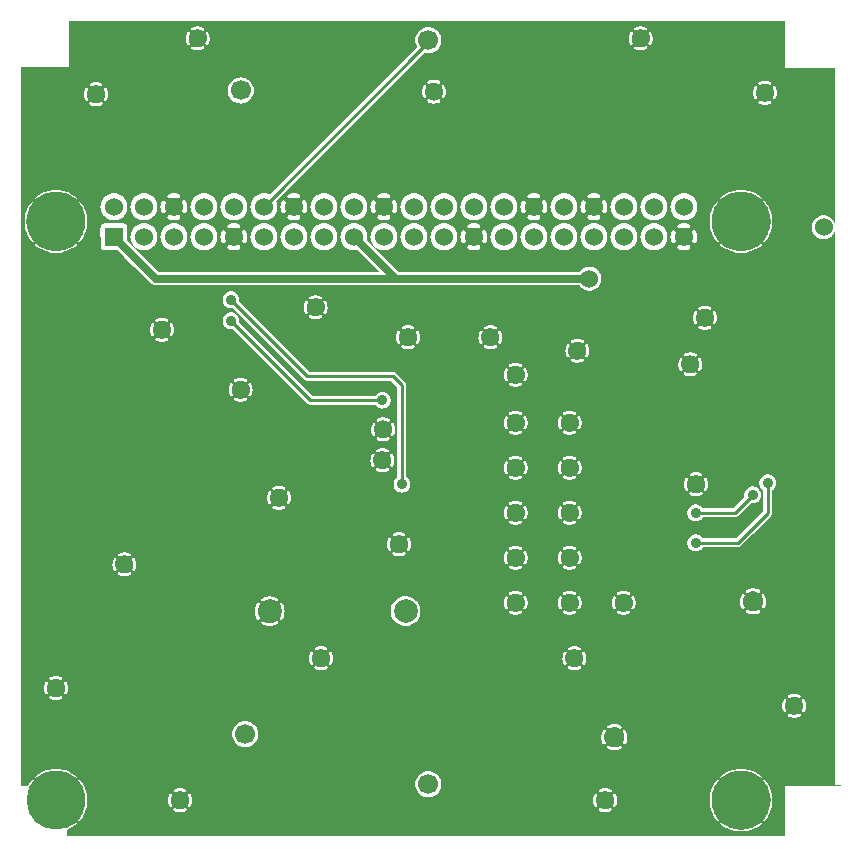
<source format=gbr>
G04 start of page 7 for group 5 idx 5 *
G04 Title: (unknown), bottom *
G04 Creator: pcb 4.2.0 *
G04 CreationDate: Wed Dec  4 15:10:37 2019 UTC *
G04 For: blinken *
G04 Format: Gerber/RS-274X *
G04 PCB-Dimensions (mil): 2755.91 2755.91 *
G04 PCB-Coordinate-Origin: lower left *
%MOIN*%
%FSLAX25Y25*%
%LNBOTTOM*%
%ADD80C,0.0394*%
%ADD79C,0.0380*%
%ADD78C,0.0200*%
%ADD77C,0.1142*%
%ADD76C,0.0350*%
%ADD75C,0.0360*%
%ADD74C,0.1969*%
%ADD73C,0.0787*%
%ADD72C,0.0669*%
%ADD71C,0.0600*%
%ADD70C,0.0100*%
%ADD69C,0.0250*%
%ADD68C,0.0001*%
G54D68*G36*
X250112Y19523D02*X250489Y18969D01*
X250902Y18236D01*
X251250Y17471D01*
X251532Y16679D01*
X251745Y15866D01*
X251888Y15038D01*
X251960Y14200D01*
Y13359D01*
X251888Y12522D01*
X251745Y11693D01*
X251532Y10880D01*
X251250Y10088D01*
X250902Y9323D01*
X250489Y8590D01*
X250112Y8036D01*
Y19523D01*
G37*
G36*
Y212436D02*X250489Y211882D01*
X250902Y211150D01*
X251250Y210385D01*
X251532Y209593D01*
X251745Y208779D01*
X251888Y207951D01*
X251960Y207113D01*
Y206273D01*
X251888Y205435D01*
X251745Y204606D01*
X251532Y203793D01*
X251250Y203001D01*
X250902Y202236D01*
X250489Y201503D01*
X250112Y200949D01*
Y212436D01*
G37*
G36*
X263126Y257874D02*X273622D01*
Y205460D01*
X273501Y205964D01*
X273260Y206546D01*
X272931Y207083D01*
X272522Y207562D01*
X272043Y207970D01*
X271507Y208299D01*
X270925Y208540D01*
X270313Y208687D01*
X269685Y208737D01*
X269057Y208687D01*
X268445Y208540D01*
X267863Y208299D01*
X267327Y207970D01*
X266848Y207562D01*
X266439Y207083D01*
X266110Y206546D01*
X265869Y205964D01*
X265722Y205352D01*
X265673Y204724D01*
X265722Y204097D01*
X265869Y203485D01*
X266110Y202903D01*
X266439Y202366D01*
X266848Y201887D01*
X267327Y201478D01*
X267863Y201149D01*
X268445Y200908D01*
X269057Y200761D01*
X269685Y200712D01*
X270313Y200761D01*
X270925Y200908D01*
X271507Y201149D01*
X272043Y201478D01*
X272522Y201887D01*
X272931Y202366D01*
X273260Y202903D01*
X273501Y203485D01*
X273622Y203989D01*
Y18701D01*
X275472D01*
Y18504D01*
X263126D01*
Y43144D01*
X263129Y43145D01*
X263198Y43185D01*
X263259Y43234D01*
X263312Y43292D01*
X263353Y43359D01*
X263517Y43684D01*
X263646Y44024D01*
X263744Y44374D01*
X263810Y44732D01*
X263843Y45094D01*
Y45457D01*
X263810Y45820D01*
X263744Y46177D01*
X263646Y46527D01*
X263517Y46867D01*
X263357Y47194D01*
X263314Y47261D01*
X263261Y47319D01*
X263199Y47369D01*
X263131Y47409D01*
X263126Y47410D01*
Y257874D01*
G37*
G36*
X259844D02*X263126D01*
Y47410D01*
X263057Y47437D01*
X262979Y47453D01*
X262900Y47457D01*
X262822Y47449D01*
X262745Y47428D01*
X262673Y47396D01*
X262606Y47352D01*
X262548Y47299D01*
X262498Y47238D01*
X262459Y47169D01*
X262430Y47095D01*
X262414Y47017D01*
X262410Y46938D01*
X262419Y46860D01*
X262439Y46783D01*
X262473Y46712D01*
X262595Y46468D01*
X262692Y46214D01*
X262765Y45951D01*
X262815Y45683D01*
X262839Y45412D01*
Y45139D01*
X262815Y44868D01*
X262765Y44600D01*
X262692Y44338D01*
X262595Y44083D01*
X262476Y43838D01*
X262442Y43767D01*
X262422Y43691D01*
X262413Y43613D01*
X262417Y43534D01*
X262433Y43457D01*
X262461Y43384D01*
X262501Y43315D01*
X262550Y43254D01*
X262608Y43201D01*
X262674Y43158D01*
X262746Y43126D01*
X262822Y43106D01*
X262900Y43097D01*
X262979Y43101D01*
X263056Y43117D01*
X263126Y43144D01*
Y18504D01*
X259844D01*
Y41276D01*
X260024D01*
X260387Y41309D01*
X260744Y41374D01*
X261094Y41472D01*
X261434Y41601D01*
X261761Y41761D01*
X261828Y41804D01*
X261886Y41857D01*
X261936Y41919D01*
X261976Y41987D01*
X262004Y42061D01*
X262020Y42139D01*
X262024Y42218D01*
X262016Y42297D01*
X261995Y42373D01*
X261962Y42445D01*
X261919Y42512D01*
X261866Y42570D01*
X261804Y42620D01*
X261736Y42660D01*
X261662Y42688D01*
X261584Y42704D01*
X261505Y42708D01*
X261426Y42700D01*
X261350Y42679D01*
X261278Y42645D01*
X261035Y42523D01*
X260780Y42426D01*
X260518Y42353D01*
X260250Y42303D01*
X259979Y42279D01*
X259844D01*
Y48272D01*
X259979D01*
X260250Y48248D01*
X260518Y48199D01*
X260780Y48125D01*
X261035Y48028D01*
X261280Y47909D01*
X261351Y47875D01*
X261427Y47855D01*
X261505Y47846D01*
X261584Y47850D01*
X261661Y47866D01*
X261734Y47894D01*
X261803Y47934D01*
X261864Y47983D01*
X261917Y48041D01*
X261960Y48107D01*
X261992Y48179D01*
X262012Y48255D01*
X262021Y48333D01*
X262017Y48412D01*
X262001Y48489D01*
X261973Y48563D01*
X261934Y48631D01*
X261884Y48692D01*
X261826Y48745D01*
X261759Y48787D01*
X261434Y48950D01*
X261094Y49079D01*
X260744Y49177D01*
X260387Y49243D01*
X260024Y49276D01*
X259844D01*
Y257874D01*
G37*
G36*
X256693Y273622D02*Y257874D01*
X259844D01*
Y49276D01*
X259661D01*
X259299Y49243D01*
X258941Y49177D01*
X258591Y49079D01*
X258251Y48950D01*
X257924Y48790D01*
X257857Y48747D01*
X257799Y48694D01*
X257749Y48633D01*
X257710Y48564D01*
X257681Y48490D01*
X257665Y48412D01*
X257661Y48333D01*
X257670Y48255D01*
X257690Y48178D01*
X257723Y48106D01*
X257766Y48040D01*
X257819Y47981D01*
X257881Y47931D01*
X257949Y47892D01*
X258023Y47863D01*
X258101Y47847D01*
X258180Y47843D01*
X258259Y47852D01*
X258335Y47872D01*
X258407Y47906D01*
X258650Y48028D01*
X258905Y48125D01*
X259167Y48199D01*
X259435Y48248D01*
X259706Y48272D01*
X259844D01*
Y42279D01*
X259706D01*
X259435Y42303D01*
X259167Y42353D01*
X258905Y42426D01*
X258650Y42523D01*
X258405Y42642D01*
X258334Y42676D01*
X258258Y42696D01*
X258180Y42705D01*
X258101Y42701D01*
X258024Y42685D01*
X257951Y42657D01*
X257882Y42617D01*
X257821Y42568D01*
X257768Y42510D01*
X257725Y42444D01*
X257693Y42372D01*
X257673Y42296D01*
X257664Y42218D01*
X257668Y42139D01*
X257684Y42062D01*
X257712Y41989D01*
X257752Y41920D01*
X257801Y41859D01*
X257859Y41806D01*
X257926Y41765D01*
X258251Y41601D01*
X258591Y41472D01*
X258941Y41374D01*
X259299Y41309D01*
X259661Y41276D01*
X259844D01*
Y18504D01*
X256693D01*
Y1969D01*
X256559D01*
Y43141D01*
X256628Y43114D01*
X256706Y43098D01*
X256785Y43094D01*
X256864Y43103D01*
X256940Y43123D01*
X257012Y43156D01*
X257079Y43199D01*
X257137Y43252D01*
X257187Y43314D01*
X257226Y43382D01*
X257255Y43456D01*
X257271Y43534D01*
X257275Y43613D01*
X257266Y43692D01*
X257246Y43768D01*
X257212Y43840D01*
X257090Y44083D01*
X256993Y44338D01*
X256920Y44600D01*
X256870Y44868D01*
X256846Y45139D01*
Y45412D01*
X256870Y45683D01*
X256920Y45951D01*
X256993Y46214D01*
X257090Y46468D01*
X257209Y46713D01*
X257243Y46784D01*
X257263Y46860D01*
X257272Y46938D01*
X257268Y47017D01*
X257252Y47094D01*
X257224Y47168D01*
X257184Y47236D01*
X257135Y47297D01*
X257077Y47350D01*
X257011Y47393D01*
X256939Y47425D01*
X256863Y47446D01*
X256785Y47454D01*
X256706Y47450D01*
X256629Y47434D01*
X256559Y47407D01*
Y273622D01*
X256693D01*
G37*
G36*
X256559Y1969D02*X253394D01*
Y118138D01*
X253503Y118315D01*
X253671Y118723D01*
X253774Y119151D01*
X253800Y119591D01*
X253774Y120030D01*
X253671Y120458D01*
X253503Y120866D01*
X253394Y121043D01*
Y247483D01*
X253397Y247484D01*
X253465Y247523D01*
X253527Y247573D01*
X253580Y247631D01*
X253621Y247698D01*
X253784Y248022D01*
X253914Y248362D01*
X254012Y248713D01*
X254077Y249070D01*
X254110Y249432D01*
Y249796D01*
X254077Y250158D01*
X254012Y250516D01*
X253914Y250866D01*
X253784Y251206D01*
X253625Y251533D01*
X253582Y251599D01*
X253529Y251658D01*
X253467Y251708D01*
X253399Y251747D01*
X253394Y251749D01*
Y273622D01*
X256559D01*
Y47407D01*
X256556Y47406D01*
X256487Y47367D01*
X256426Y47317D01*
X256373Y47259D01*
X256332Y47192D01*
X256168Y46867D01*
X256039Y46527D01*
X255941Y46177D01*
X255876Y45820D01*
X255843Y45457D01*
Y45094D01*
X255876Y44732D01*
X255941Y44374D01*
X256039Y44024D01*
X256168Y43684D01*
X256328Y43357D01*
X256371Y43290D01*
X256424Y43232D01*
X256486Y43182D01*
X256554Y43143D01*
X256559Y43141D01*
Y1969D01*
G37*
G36*
X253394Y121043D02*X253272Y121241D01*
X252986Y121577D01*
X252651Y121863D01*
X252275Y122093D01*
X251868Y122262D01*
X251439Y122365D01*
X251000Y122399D01*
X250561Y122365D01*
X250132Y122262D01*
X250112Y122253D01*
Y199972D01*
X250505Y200444D01*
X251007Y201182D01*
X251445Y201960D01*
X251815Y202773D01*
X252114Y203614D01*
X252340Y204477D01*
X252492Y205357D01*
X252568Y206247D01*
Y207139D01*
X252492Y208029D01*
X252340Y208909D01*
X252114Y209772D01*
X251815Y210613D01*
X251445Y211426D01*
X251007Y212204D01*
X250505Y212942D01*
X250112Y213424D01*
Y245614D01*
X250292D01*
X250654Y245647D01*
X251012Y245713D01*
X251362Y245811D01*
X251702Y245940D01*
X252029Y246100D01*
X252095Y246142D01*
X252154Y246196D01*
X252204Y246257D01*
X252243Y246326D01*
X252271Y246400D01*
X252288Y246477D01*
X252292Y246556D01*
X252283Y246635D01*
X252263Y246712D01*
X252230Y246784D01*
X252187Y246850D01*
X252134Y246909D01*
X252072Y246959D01*
X252003Y246998D01*
X251929Y247026D01*
X251852Y247043D01*
X251773Y247047D01*
X251694Y247038D01*
X251618Y247017D01*
X251546Y246984D01*
X251303Y246861D01*
X251048Y246765D01*
X250786Y246691D01*
X250518Y246642D01*
X250246Y246617D01*
X250112D01*
Y252611D01*
X250246D01*
X250518Y252586D01*
X250786Y252537D01*
X251048Y252464D01*
X251303Y252367D01*
X251548Y252247D01*
X251619Y252214D01*
X251695Y252193D01*
X251773Y252185D01*
X251852Y252189D01*
X251929Y252205D01*
X252002Y252233D01*
X252070Y252272D01*
X252132Y252322D01*
X252184Y252380D01*
X252227Y252446D01*
X252260Y252518D01*
X252280Y252594D01*
X252289Y252672D01*
X252285Y252751D01*
X252268Y252828D01*
X252240Y252901D01*
X252201Y252969D01*
X252152Y253031D01*
X252093Y253083D01*
X252027Y253125D01*
X251702Y253288D01*
X251362Y253418D01*
X251012Y253515D01*
X250654Y253581D01*
X250292Y253614D01*
X250112D01*
Y273622D01*
X253394D01*
Y251749D01*
X253325Y251775D01*
X253247Y251792D01*
X253168Y251796D01*
X253089Y251787D01*
X253013Y251767D01*
X252941Y251734D01*
X252874Y251691D01*
X252815Y251638D01*
X252766Y251576D01*
X252726Y251507D01*
X252698Y251433D01*
X252682Y251356D01*
X252678Y251277D01*
X252686Y251198D01*
X252707Y251122D01*
X252741Y251050D01*
X252863Y250807D01*
X252960Y250552D01*
X253033Y250290D01*
X253082Y250022D01*
X253107Y249750D01*
Y249478D01*
X253082Y249207D01*
X253033Y248939D01*
X252960Y248676D01*
X252863Y248422D01*
X252743Y248177D01*
X252710Y248106D01*
X252689Y248030D01*
X252681Y247951D01*
X252685Y247873D01*
X252701Y247796D01*
X252729Y247722D01*
X252768Y247654D01*
X252818Y247593D01*
X252876Y247540D01*
X252942Y247497D01*
X253014Y247465D01*
X253090Y247444D01*
X253168Y247436D01*
X253247Y247440D01*
X253324Y247456D01*
X253394Y247483D01*
Y121043D01*
G37*
G36*
Y1969D02*X250112D01*
Y7059D01*
X250505Y7531D01*
X251007Y8269D01*
X251445Y9047D01*
X251815Y9859D01*
X252114Y10700D01*
X252340Y11564D01*
X252492Y12444D01*
X252568Y13333D01*
Y14226D01*
X252492Y15115D01*
X252340Y15995D01*
X252114Y16859D01*
X251815Y17700D01*
X251445Y18512D01*
X251007Y19290D01*
X250505Y20028D01*
X250112Y20510D01*
Y78303D01*
X250230Y78588D01*
X250345Y78951D01*
X250428Y79323D01*
X250478Y79700D01*
X250494Y80081D01*
X250478Y80461D01*
X250428Y80839D01*
X250345Y81211D01*
X250230Y81574D01*
X250112Y81858D01*
Y106581D01*
X252019Y108488D01*
X252064Y108527D01*
X252217Y108706D01*
X252217Y108706D01*
X252341Y108907D01*
X252431Y109126D01*
X252486Y109355D01*
X252505Y109591D01*
X252500Y109649D01*
Y117226D01*
X252651Y117318D01*
X252986Y117605D01*
X253272Y117940D01*
X253394Y118138D01*
Y1969D01*
G37*
G36*
X250112Y122253D02*X249725Y122093D01*
X249349Y121863D01*
X249014Y121577D01*
X248728Y121241D01*
X248497Y120866D01*
X248329Y120458D01*
X248226Y120030D01*
X248191Y119591D01*
X248226Y119151D01*
X248329Y118723D01*
X248497Y118315D01*
X248728Y117940D01*
X249014Y117605D01*
X249349Y117318D01*
X249500Y117226D01*
Y110212D01*
X246826Y107538D01*
Y112909D01*
X246868Y112919D01*
X247275Y113088D01*
X247651Y113318D01*
X247986Y113605D01*
X248272Y113940D01*
X248503Y114315D01*
X248671Y114723D01*
X248774Y115151D01*
X248800Y115591D01*
X248774Y116030D01*
X248671Y116458D01*
X248503Y116866D01*
X248272Y117241D01*
X247986Y117577D01*
X247651Y117863D01*
X247275Y118093D01*
X246868Y118262D01*
X246826Y118272D01*
Y197359D01*
X246859Y197374D01*
X247637Y197812D01*
X248375Y198314D01*
X249067Y198878D01*
X249101Y198913D01*
X249129Y198953D01*
X249150Y198997D01*
X249164Y199043D01*
X249171Y199091D01*
X249170Y199140D01*
X249161Y199188D01*
X249145Y199234D01*
X249122Y199277D01*
X249093Y199315D01*
X249058Y199349D01*
X249018Y199377D01*
X248974Y199398D01*
X248928Y199412D01*
X248880Y199419D01*
X248831Y199418D01*
X248783Y199410D01*
X248737Y199394D01*
X248694Y199371D01*
X248656Y199341D01*
X248010Y198803D01*
X247315Y198330D01*
X246826Y198054D01*
Y215331D01*
X247315Y215056D01*
X248010Y214583D01*
X248662Y214052D01*
X248699Y214023D01*
X248741Y214001D01*
X248785Y213985D01*
X248832Y213977D01*
X248879Y213976D01*
X248926Y213982D01*
X248971Y213996D01*
X249013Y214017D01*
X249052Y214044D01*
X249086Y214076D01*
X249115Y214114D01*
X249137Y214156D01*
X249152Y214200D01*
X249161Y214247D01*
X249162Y214294D01*
X249155Y214341D01*
X249141Y214386D01*
X249121Y214428D01*
X249094Y214467D01*
X249060Y214501D01*
X248375Y215071D01*
X247637Y215574D01*
X246859Y216012D01*
X246826Y216027D01*
Y247479D01*
X246896Y247453D01*
X246973Y247437D01*
X247053Y247433D01*
X247131Y247441D01*
X247208Y247462D01*
X247280Y247494D01*
X247346Y247537D01*
X247405Y247591D01*
X247455Y247652D01*
X247494Y247721D01*
X247522Y247795D01*
X247539Y247872D01*
X247543Y247952D01*
X247534Y248030D01*
X247513Y248107D01*
X247480Y248178D01*
X247357Y248422D01*
X247261Y248676D01*
X247187Y248939D01*
X247138Y249207D01*
X247113Y249478D01*
Y249750D01*
X247138Y250022D01*
X247187Y250290D01*
X247261Y250552D01*
X247357Y250807D01*
X247477Y251052D01*
X247511Y251123D01*
X247531Y251199D01*
X247540Y251277D01*
X247536Y251356D01*
X247519Y251433D01*
X247491Y251506D01*
X247452Y251574D01*
X247403Y251636D01*
X247344Y251688D01*
X247278Y251731D01*
X247207Y251764D01*
X247131Y251784D01*
X247052Y251793D01*
X246974Y251789D01*
X246897Y251772D01*
X246826Y251746D01*
Y273622D01*
X250112D01*
Y253614D01*
X249928D01*
X249566Y253581D01*
X249209Y253515D01*
X248858Y253418D01*
X248518Y253288D01*
X248192Y253129D01*
X248125Y253086D01*
X248066Y253033D01*
X248017Y252971D01*
X247977Y252902D01*
X247949Y252828D01*
X247933Y252751D01*
X247929Y252672D01*
X247937Y252593D01*
X247958Y252517D01*
X247990Y252444D01*
X248034Y252378D01*
X248087Y252319D01*
X248148Y252270D01*
X248217Y252230D01*
X248291Y252202D01*
X248368Y252186D01*
X248448Y252182D01*
X248526Y252190D01*
X248603Y252211D01*
X248674Y252245D01*
X248918Y252367D01*
X249172Y252464D01*
X249435Y252537D01*
X249703Y252586D01*
X249974Y252611D01*
X250112D01*
Y246617D01*
X249974D01*
X249703Y246642D01*
X249435Y246691D01*
X249172Y246765D01*
X248918Y246861D01*
X248673Y246981D01*
X248602Y247014D01*
X248526Y247035D01*
X248447Y247043D01*
X248369Y247040D01*
X248292Y247023D01*
X248218Y246995D01*
X248150Y246956D01*
X248089Y246907D01*
X248036Y246848D01*
X247993Y246782D01*
X247961Y246711D01*
X247940Y246635D01*
X247932Y246556D01*
X247936Y246478D01*
X247952Y246401D01*
X247980Y246327D01*
X248019Y246259D01*
X248069Y246198D01*
X248127Y246145D01*
X248194Y246103D01*
X248518Y245940D01*
X248858Y245811D01*
X249209Y245713D01*
X249566Y245647D01*
X249928Y245614D01*
X250112D01*
Y213424D01*
X249941Y213634D01*
X249906Y213668D01*
X249866Y213696D01*
X249822Y213717D01*
X249776Y213731D01*
X249728Y213738D01*
X249679Y213737D01*
X249631Y213728D01*
X249585Y213712D01*
X249542Y213689D01*
X249503Y213660D01*
X249470Y213625D01*
X249442Y213585D01*
X249421Y213541D01*
X249407Y213495D01*
X249400Y213447D01*
X249401Y213398D01*
X249409Y213350D01*
X249425Y213304D01*
X249448Y213261D01*
X249478Y213223D01*
X250016Y212577D01*
X250112Y212436D01*
Y200949D01*
X250016Y200809D01*
X249485Y200157D01*
X249456Y200120D01*
X249434Y200078D01*
X249418Y200034D01*
X249410Y199987D01*
X249409Y199940D01*
X249415Y199893D01*
X249429Y199848D01*
X249450Y199805D01*
X249477Y199767D01*
X249509Y199733D01*
X249547Y199704D01*
X249589Y199682D01*
X249633Y199666D01*
X249680Y199658D01*
X249727Y199657D01*
X249774Y199664D01*
X249819Y199677D01*
X249862Y199698D01*
X249900Y199725D01*
X249934Y199758D01*
X250112Y199972D01*
Y122253D01*
G37*
G36*
X246826Y216027D02*X246046Y216382D01*
X245205Y216681D01*
X244342Y216907D01*
X243462Y217059D01*
X242572Y217135D01*
X241680D01*
X240790Y217059D01*
X239910Y216907D01*
X239047Y216681D01*
X238996Y216663D01*
Y273622D01*
X246826D01*
Y251746D01*
X246823Y251744D01*
X246755Y251705D01*
X246694Y251656D01*
X246641Y251597D01*
X246599Y251531D01*
X246436Y251206D01*
X246307Y250866D01*
X246209Y250516D01*
X246143Y250158D01*
X246110Y249796D01*
Y249432D01*
X246143Y249070D01*
X246209Y248713D01*
X246307Y248362D01*
X246436Y248022D01*
X246596Y247696D01*
X246639Y247629D01*
X246692Y247570D01*
X246753Y247521D01*
X246822Y247481D01*
X246826Y247479D01*
Y216027D01*
G37*
G36*
Y198054D02*X246583Y197917D01*
X245818Y197569D01*
X245026Y197287D01*
X244212Y197074D01*
X243384Y196931D01*
X242546Y196859D01*
X241706D01*
X240868Y196931D01*
X240040Y197074D01*
X239226Y197287D01*
X238996Y197369D01*
Y216017D01*
X239226Y216099D01*
X240040Y216312D01*
X240868Y216455D01*
X241706Y216526D01*
X242546D01*
X243384Y216455D01*
X244212Y216312D01*
X245026Y216099D01*
X245818Y215817D01*
X246583Y215469D01*
X246826Y215331D01*
Y198054D01*
G37*
G36*
Y118272D02*X246439Y118365D01*
X246000Y118399D01*
X245561Y118365D01*
X245132Y118262D01*
X244725Y118093D01*
X244349Y117863D01*
X244014Y117577D01*
X243728Y117241D01*
X243497Y116866D01*
X243329Y116458D01*
X243226Y116030D01*
X243191Y115591D01*
X243226Y115151D01*
X243267Y114979D01*
X239379Y111091D01*
X238996D01*
Y196723D01*
X239047Y196705D01*
X239910Y196478D01*
X240790Y196327D01*
X241680Y196250D01*
X242572D01*
X243462Y196327D01*
X244342Y196478D01*
X245205Y196705D01*
X246046Y197004D01*
X246826Y197359D01*
Y118272D01*
G37*
G36*
Y107538D02*X240379Y101091D01*
X238996D01*
Y108091D01*
X239941D01*
X240000Y108086D01*
X240235Y108104D01*
X240235Y108104D01*
X240465Y108160D01*
X240683Y108250D01*
X240884Y108373D01*
X241064Y108527D01*
X241102Y108572D01*
X245389Y112858D01*
X245561Y112816D01*
X246000Y112782D01*
X246439Y112816D01*
X246826Y112909D01*
Y107538D01*
G37*
G36*
X250112Y1969D02*X246145D01*
Y4136D01*
X246859Y4460D01*
X247637Y4898D01*
X248375Y5401D01*
X249067Y5965D01*
X249101Y6000D01*
X249129Y6039D01*
X249150Y6083D01*
X249164Y6130D01*
X249171Y6178D01*
X249170Y6227D01*
X249161Y6274D01*
X249145Y6320D01*
X249122Y6363D01*
X249093Y6402D01*
X249058Y6436D01*
X249018Y6464D01*
X248974Y6485D01*
X248928Y6499D01*
X248880Y6506D01*
X248831Y6505D01*
X248783Y6496D01*
X248737Y6480D01*
X248694Y6457D01*
X248656Y6427D01*
X248010Y5890D01*
X247315Y5416D01*
X246583Y5004D01*
X246145Y4805D01*
Y22754D01*
X246583Y22555D01*
X247315Y22143D01*
X248010Y21669D01*
X248662Y21139D01*
X248699Y21109D01*
X248741Y21087D01*
X248785Y21072D01*
X248832Y21063D01*
X248879Y21062D01*
X248926Y21069D01*
X248971Y21083D01*
X249013Y21103D01*
X249052Y21130D01*
X249086Y21163D01*
X249115Y21201D01*
X249137Y21242D01*
X249152Y21287D01*
X249161Y21333D01*
X249162Y21381D01*
X249155Y21427D01*
X249141Y21473D01*
X249121Y21515D01*
X249094Y21554D01*
X249060Y21587D01*
X248375Y22158D01*
X247637Y22661D01*
X246859Y23099D01*
X246145Y23423D01*
Y75730D01*
X246524Y75747D01*
X246902Y75797D01*
X247274Y75879D01*
X247637Y75994D01*
X247988Y76140D01*
X248326Y76317D01*
X248391Y76361D01*
X248449Y76416D01*
X248497Y76479D01*
X248534Y76549D01*
X248561Y76623D01*
X248575Y76701D01*
X248577Y76780D01*
X248567Y76859D01*
X248544Y76935D01*
X248510Y77006D01*
X248465Y77071D01*
X248410Y77129D01*
X248347Y77177D01*
X248277Y77215D01*
X248203Y77241D01*
X248125Y77255D01*
X248046Y77257D01*
X247967Y77247D01*
X247891Y77224D01*
X247821Y77188D01*
X247563Y77050D01*
X247292Y76937D01*
X247013Y76849D01*
X246727Y76785D01*
X246436Y76747D01*
X246145Y76734D01*
Y83427D01*
X246436Y83414D01*
X246727Y83376D01*
X247013Y83312D01*
X247292Y83224D01*
X247563Y83111D01*
X247822Y82976D01*
X247892Y82940D01*
X247968Y82918D01*
X248046Y82908D01*
X248124Y82909D01*
X248202Y82924D01*
X248276Y82950D01*
X248345Y82987D01*
X248408Y83035D01*
X248462Y83092D01*
X248507Y83157D01*
X248541Y83228D01*
X248563Y83303D01*
X248574Y83381D01*
X248572Y83460D01*
X248558Y83537D01*
X248532Y83611D01*
X248494Y83681D01*
X248446Y83743D01*
X248389Y83798D01*
X248324Y83841D01*
X247988Y84021D01*
X247637Y84167D01*
X247274Y84282D01*
X246902Y84365D01*
X246524Y84415D01*
X246145Y84431D01*
Y102615D01*
X250112Y106581D01*
Y81858D01*
X250084Y81925D01*
X249907Y82263D01*
X249863Y82328D01*
X249808Y82386D01*
X249745Y82434D01*
X249676Y82471D01*
X249601Y82498D01*
X249523Y82512D01*
X249444Y82514D01*
X249365Y82504D01*
X249290Y82481D01*
X249218Y82447D01*
X249153Y82402D01*
X249096Y82347D01*
X249048Y82284D01*
X249010Y82214D01*
X248984Y82140D01*
X248969Y82062D01*
X248967Y81983D01*
X248978Y81904D01*
X249000Y81828D01*
X249036Y81758D01*
X249174Y81500D01*
X249287Y81229D01*
X249375Y80950D01*
X249439Y80664D01*
X249477Y80373D01*
X249490Y80081D01*
X249477Y79788D01*
X249439Y79498D01*
X249375Y79212D01*
X249287Y78932D01*
X249174Y78662D01*
X249039Y78402D01*
X249003Y78332D01*
X248981Y78257D01*
X248971Y78179D01*
X248972Y78100D01*
X248987Y78022D01*
X249013Y77948D01*
X249050Y77879D01*
X249098Y77817D01*
X249155Y77762D01*
X249220Y77718D01*
X249291Y77684D01*
X249366Y77661D01*
X249444Y77651D01*
X249523Y77653D01*
X249600Y77667D01*
X249674Y77693D01*
X249744Y77730D01*
X249806Y77778D01*
X249861Y77835D01*
X249904Y77901D01*
X250084Y78236D01*
X250112Y78303D01*
Y20510D01*
X249941Y20720D01*
X249906Y20754D01*
X249866Y20782D01*
X249822Y20803D01*
X249776Y20818D01*
X249728Y20824D01*
X249679Y20823D01*
X249631Y20815D01*
X249585Y20799D01*
X249542Y20776D01*
X249503Y20747D01*
X249470Y20711D01*
X249442Y20672D01*
X249421Y20628D01*
X249407Y20581D01*
X249400Y20533D01*
X249401Y20485D01*
X249409Y20437D01*
X249425Y20391D01*
X249448Y20348D01*
X249478Y20310D01*
X250016Y19664D01*
X250112Y19523D01*
Y8036D01*
X250016Y7895D01*
X249485Y7243D01*
X249456Y7206D01*
X249434Y7165D01*
X249418Y7120D01*
X249410Y7074D01*
X249409Y7026D01*
X249415Y6980D01*
X249429Y6935D01*
X249450Y6892D01*
X249477Y6853D01*
X249509Y6819D01*
X249547Y6791D01*
X249589Y6769D01*
X249633Y6753D01*
X249680Y6745D01*
X249727Y6744D01*
X249774Y6750D01*
X249819Y6764D01*
X249862Y6785D01*
X249900Y6812D01*
X249934Y6845D01*
X250112Y7059D01*
Y1969D01*
G37*
G36*
X246145Y23423D02*X246046Y23469D01*
X245205Y23768D01*
X244342Y23994D01*
X243462Y24146D01*
X242572Y24222D01*
X242557D01*
Y77720D01*
X242612Y77690D01*
X242686Y77664D01*
X242764Y77649D01*
X242843Y77647D01*
X242922Y77658D01*
X242998Y77681D01*
X243069Y77715D01*
X243134Y77760D01*
X243192Y77814D01*
X243240Y77877D01*
X243278Y77947D01*
X243304Y78022D01*
X243318Y78100D01*
X243320Y78179D01*
X243310Y78257D01*
X243287Y78333D01*
X243251Y78404D01*
X243113Y78662D01*
X243000Y78932D01*
X242912Y79212D01*
X242848Y79498D01*
X242810Y79788D01*
X242797Y80081D01*
X242810Y80373D01*
X242848Y80664D01*
X242912Y80950D01*
X243000Y81229D01*
X243113Y81500D01*
X243249Y81759D01*
X243284Y81829D01*
X243306Y81905D01*
X243317Y81983D01*
X243315Y82062D01*
X243301Y82139D01*
X243275Y82213D01*
X243237Y82282D01*
X243189Y82345D01*
X243132Y82399D01*
X243068Y82444D01*
X242997Y82478D01*
X242921Y82500D01*
X242843Y82511D01*
X242765Y82509D01*
X242687Y82495D01*
X242613Y82469D01*
X242557Y82438D01*
Y99026D01*
X246145Y102615D01*
Y84431D01*
X246144Y84431D01*
X245763Y84415D01*
X245386Y84365D01*
X245014Y84282D01*
X244651Y84167D01*
X244299Y84021D01*
X243962Y83844D01*
X243896Y83800D01*
X243839Y83745D01*
X243791Y83682D01*
X243753Y83613D01*
X243727Y83538D01*
X243712Y83460D01*
X243710Y83381D01*
X243721Y83302D01*
X243744Y83227D01*
X243778Y83155D01*
X243823Y83090D01*
X243877Y83033D01*
X243940Y82985D01*
X244010Y82947D01*
X244085Y82921D01*
X244163Y82906D01*
X244242Y82904D01*
X244320Y82915D01*
X244396Y82937D01*
X244467Y82973D01*
X244725Y83111D01*
X244995Y83224D01*
X245275Y83312D01*
X245561Y83376D01*
X245851Y83414D01*
X246144Y83427D01*
X246145Y83427D01*
Y76734D01*
X246144Y76734D01*
X245851Y76747D01*
X245561Y76785D01*
X245275Y76849D01*
X244995Y76937D01*
X244725Y77050D01*
X244465Y77186D01*
X244395Y77221D01*
X244320Y77243D01*
X244242Y77254D01*
X244163Y77252D01*
X244085Y77238D01*
X244011Y77212D01*
X243942Y77174D01*
X243879Y77126D01*
X243825Y77069D01*
X243781Y77005D01*
X243747Y76934D01*
X243724Y76858D01*
X243714Y76780D01*
X243716Y76702D01*
X243730Y76624D01*
X243756Y76550D01*
X243793Y76481D01*
X243841Y76418D01*
X243898Y76364D01*
X243964Y76321D01*
X244299Y76140D01*
X244651Y75994D01*
X245014Y75879D01*
X245386Y75797D01*
X245763Y75747D01*
X246144Y75730D01*
X246145Y75730D01*
Y23423D01*
G37*
G36*
X242557Y24222D02*X241680D01*
X240790Y24146D01*
X239910Y23994D01*
X239047Y23768D01*
X238996Y23750D01*
Y98091D01*
X240941D01*
X241000Y98086D01*
X241235Y98104D01*
X241235Y98104D01*
X241465Y98160D01*
X241683Y98250D01*
X241884Y98373D01*
X242064Y98527D01*
X242102Y98572D01*
X242557Y99026D01*
Y82438D01*
X242544Y82431D01*
X242481Y82383D01*
X242427Y82326D01*
X242384Y82261D01*
X242203Y81925D01*
X242057Y81574D01*
X241942Y81211D01*
X241860Y80839D01*
X241810Y80461D01*
X241793Y80081D01*
X241810Y79700D01*
X241860Y79323D01*
X241942Y78951D01*
X242057Y78588D01*
X242203Y78236D01*
X242380Y77899D01*
X242424Y77833D01*
X242479Y77776D01*
X242542Y77728D01*
X242557Y77720D01*
Y24222D01*
G37*
G36*
X246145Y4805D02*X245818Y4656D01*
X245026Y4374D01*
X244212Y4161D01*
X243384Y4018D01*
X242546Y3946D01*
X241706D01*
X240868Y4018D01*
X240040Y4161D01*
X239226Y4374D01*
X238996Y4456D01*
Y23103D01*
X239226Y23185D01*
X240040Y23398D01*
X240868Y23541D01*
X241706Y23613D01*
X242546D01*
X243384Y23541D01*
X244212Y23398D01*
X245026Y23185D01*
X245818Y22903D01*
X246145Y22754D01*
Y4805D01*
G37*
G36*
Y1969D02*X238996D01*
Y3810D01*
X239047Y3791D01*
X239910Y3565D01*
X240790Y3413D01*
X241680Y3337D01*
X242572D01*
X243462Y3413D01*
X244342Y3565D01*
X245205Y3791D01*
X246046Y4091D01*
X246145Y4136D01*
Y1969D01*
G37*
G36*
X230112Y108091D02*X238996D01*
Y101091D01*
X230112D01*
Y108091D01*
G37*
G36*
X233394Y273622D02*X238996D01*
Y216663D01*
X238206Y216382D01*
X237393Y216012D01*
X236615Y215574D01*
X235877Y215071D01*
X235185Y214508D01*
X235151Y214473D01*
X235123Y214433D01*
X235102Y214389D01*
X235088Y214343D01*
X235081Y214295D01*
X235082Y214246D01*
X235091Y214198D01*
X235107Y214152D01*
X235130Y214109D01*
X235159Y214070D01*
X235194Y214037D01*
X235234Y214009D01*
X235278Y213988D01*
X235324Y213974D01*
X235372Y213967D01*
X235421Y213968D01*
X235469Y213976D01*
X235515Y213992D01*
X235558Y214015D01*
X235596Y214045D01*
X236242Y214583D01*
X236937Y215056D01*
X237669Y215469D01*
X238434Y215817D01*
X238996Y216017D01*
Y197369D01*
X238434Y197569D01*
X237669Y197917D01*
X236937Y198330D01*
X236242Y198803D01*
X235590Y199334D01*
X235553Y199363D01*
X235511Y199385D01*
X235467Y199401D01*
X235420Y199409D01*
X235373Y199410D01*
X235326Y199404D01*
X235281Y199390D01*
X235238Y199369D01*
X235200Y199342D01*
X235166Y199309D01*
X235137Y199272D01*
X235115Y199230D01*
X235100Y199186D01*
X235091Y199139D01*
X235090Y199092D01*
X235097Y199045D01*
X235111Y199000D01*
X235131Y198957D01*
X235158Y198919D01*
X235191Y198885D01*
X235877Y198314D01*
X236615Y197812D01*
X237393Y197374D01*
X238206Y197004D01*
X238996Y196723D01*
Y111091D01*
X233394D01*
Y172483D01*
X233397Y172484D01*
X233465Y172523D01*
X233527Y172573D01*
X233580Y172631D01*
X233621Y172698D01*
X233784Y173022D01*
X233914Y173362D01*
X234012Y173713D01*
X234077Y174070D01*
X234110Y174432D01*
Y174796D01*
X234077Y175158D01*
X234012Y175516D01*
X233914Y175866D01*
X233784Y176206D01*
X233625Y176533D01*
X233582Y176599D01*
X233529Y176658D01*
X233467Y176708D01*
X233399Y176747D01*
X233394Y176749D01*
Y200963D01*
X233747Y200444D01*
X234311Y199752D01*
X234346Y199718D01*
X234386Y199690D01*
X234430Y199669D01*
X234476Y199655D01*
X234524Y199648D01*
X234573Y199649D01*
X234621Y199658D01*
X234667Y199674D01*
X234710Y199697D01*
X234748Y199726D01*
X234782Y199761D01*
X234810Y199801D01*
X234831Y199845D01*
X234845Y199891D01*
X234852Y199939D01*
X234851Y199988D01*
X234843Y200036D01*
X234827Y200082D01*
X234804Y200125D01*
X234774Y200163D01*
X234236Y200809D01*
X233763Y201503D01*
X233394Y202158D01*
Y211227D01*
X233763Y211882D01*
X234236Y212577D01*
X234767Y213229D01*
X234796Y213266D01*
X234818Y213308D01*
X234834Y213352D01*
X234842Y213399D01*
X234843Y213446D01*
X234837Y213493D01*
X234823Y213538D01*
X234802Y213580D01*
X234775Y213619D01*
X234742Y213653D01*
X234705Y213682D01*
X234663Y213704D01*
X234619Y213719D01*
X234572Y213728D01*
X234525Y213729D01*
X234478Y213722D01*
X234433Y213708D01*
X234390Y213688D01*
X234352Y213661D01*
X234318Y213627D01*
X233747Y212942D01*
X233394Y212423D01*
Y273622D01*
G37*
G36*
Y202158D02*X233350Y202236D01*
X233002Y203001D01*
X232720Y203793D01*
X232507Y204606D01*
X232364Y205435D01*
X232292Y206273D01*
Y207113D01*
X232364Y207951D01*
X232507Y208779D01*
X232720Y209593D01*
X233002Y210385D01*
X233350Y211150D01*
X233394Y211227D01*
Y202158D01*
G37*
G36*
X230112Y273622D02*X233394D01*
Y212423D01*
X233245Y212204D01*
X232807Y211426D01*
X232437Y210613D01*
X232138Y209772D01*
X231911Y208909D01*
X231760Y208029D01*
X231683Y207139D01*
Y206247D01*
X231760Y205357D01*
X231911Y204477D01*
X232138Y203614D01*
X232437Y202773D01*
X232807Y201960D01*
X233245Y201182D01*
X233394Y200963D01*
Y176749D01*
X233325Y176775D01*
X233247Y176792D01*
X233168Y176796D01*
X233089Y176787D01*
X233013Y176767D01*
X232941Y176734D01*
X232874Y176691D01*
X232815Y176638D01*
X232766Y176576D01*
X232726Y176507D01*
X232698Y176433D01*
X232682Y176356D01*
X232678Y176277D01*
X232686Y176198D01*
X232707Y176122D01*
X232741Y176050D01*
X232863Y175807D01*
X232960Y175552D01*
X233033Y175290D01*
X233082Y175022D01*
X233107Y174750D01*
Y174478D01*
X233082Y174207D01*
X233033Y173939D01*
X232960Y173676D01*
X232863Y173422D01*
X232743Y173177D01*
X232710Y173106D01*
X232689Y173030D01*
X232681Y172951D01*
X232685Y172873D01*
X232701Y172796D01*
X232729Y172722D01*
X232768Y172654D01*
X232818Y172593D01*
X232876Y172540D01*
X232942Y172497D01*
X233014Y172465D01*
X233090Y172444D01*
X233168Y172436D01*
X233247Y172440D01*
X233324Y172456D01*
X233394Y172483D01*
Y111091D01*
X230112D01*
Y116942D01*
X230168Y116936D01*
X230247Y116940D01*
X230324Y116956D01*
X230397Y116984D01*
X230465Y117023D01*
X230527Y117073D01*
X230580Y117131D01*
X230621Y117198D01*
X230784Y117522D01*
X230914Y117862D01*
X231012Y118213D01*
X231077Y118570D01*
X231110Y118932D01*
Y119296D01*
X231077Y119658D01*
X231012Y120016D01*
X230914Y120366D01*
X230784Y120706D01*
X230625Y121033D01*
X230582Y121099D01*
X230529Y121158D01*
X230467Y121208D01*
X230399Y121247D01*
X230325Y121275D01*
X230247Y121292D01*
X230168Y121296D01*
X230112Y121290D01*
Y170614D01*
X230292D01*
X230654Y170647D01*
X231012Y170713D01*
X231362Y170811D01*
X231702Y170940D01*
X232029Y171100D01*
X232095Y171142D01*
X232154Y171196D01*
X232204Y171257D01*
X232243Y171326D01*
X232271Y171400D01*
X232288Y171477D01*
X232292Y171556D01*
X232283Y171635D01*
X232263Y171712D01*
X232230Y171784D01*
X232187Y171850D01*
X232134Y171909D01*
X232072Y171959D01*
X232003Y171998D01*
X231929Y172026D01*
X231852Y172043D01*
X231773Y172047D01*
X231694Y172038D01*
X231618Y172017D01*
X231546Y171984D01*
X231303Y171861D01*
X231048Y171765D01*
X230786Y171691D01*
X230518Y171642D01*
X230246Y171617D01*
X230112D01*
Y177611D01*
X230246D01*
X230518Y177586D01*
X230786Y177537D01*
X231048Y177464D01*
X231303Y177367D01*
X231548Y177247D01*
X231619Y177214D01*
X231695Y177193D01*
X231773Y177185D01*
X231852Y177189D01*
X231929Y177205D01*
X232002Y177233D01*
X232070Y177272D01*
X232132Y177322D01*
X232184Y177380D01*
X232227Y177446D01*
X232260Y177518D01*
X232280Y177594D01*
X232289Y177672D01*
X232285Y177751D01*
X232268Y177828D01*
X232240Y177901D01*
X232201Y177969D01*
X232152Y178031D01*
X232093Y178083D01*
X232027Y178125D01*
X231702Y178288D01*
X231362Y178418D01*
X231012Y178515D01*
X230654Y178581D01*
X230292Y178614D01*
X230112D01*
Y273622D01*
G37*
G36*
X238996Y1969D02*X233268D01*
Y8235D01*
X233747Y7531D01*
X234311Y6839D01*
X234346Y6805D01*
X234386Y6777D01*
X234430Y6756D01*
X234476Y6742D01*
X234524Y6735D01*
X234573Y6736D01*
X234621Y6744D01*
X234667Y6760D01*
X234710Y6783D01*
X234748Y6813D01*
X234782Y6848D01*
X234810Y6887D01*
X234831Y6931D01*
X234845Y6978D01*
X234852Y7026D01*
X234851Y7075D01*
X234843Y7122D01*
X234827Y7168D01*
X234804Y7211D01*
X234774Y7249D01*
X234236Y7895D01*
X233763Y8590D01*
X233350Y9323D01*
X233268Y9504D01*
Y18055D01*
X233350Y18236D01*
X233763Y18969D01*
X234236Y19664D01*
X234767Y20316D01*
X234796Y20353D01*
X234818Y20394D01*
X234834Y20439D01*
X234842Y20485D01*
X234843Y20533D01*
X234837Y20579D01*
X234823Y20625D01*
X234802Y20667D01*
X234775Y20706D01*
X234742Y20740D01*
X234705Y20768D01*
X234663Y20791D01*
X234619Y20806D01*
X234572Y20814D01*
X234525Y20815D01*
X234478Y20809D01*
X234433Y20795D01*
X234390Y20774D01*
X234352Y20747D01*
X234318Y20714D01*
X233747Y20028D01*
X233268Y19324D01*
Y98091D01*
X238996D01*
Y23750D01*
X238206Y23469D01*
X237393Y23099D01*
X236615Y22661D01*
X235877Y22158D01*
X235185Y21594D01*
X235151Y21560D01*
X235123Y21520D01*
X235102Y21476D01*
X235088Y21429D01*
X235081Y21381D01*
X235082Y21333D01*
X235091Y21285D01*
X235107Y21239D01*
X235130Y21196D01*
X235159Y21157D01*
X235194Y21123D01*
X235234Y21095D01*
X235278Y21074D01*
X235324Y21060D01*
X235372Y21053D01*
X235421Y21054D01*
X235469Y21063D01*
X235515Y21079D01*
X235558Y21102D01*
X235596Y21132D01*
X236242Y21669D01*
X236937Y22143D01*
X237669Y22555D01*
X238434Y22903D01*
X238996Y23103D01*
Y4456D01*
X238434Y4656D01*
X237669Y5004D01*
X236937Y5416D01*
X236242Y5890D01*
X235590Y6421D01*
X235553Y6450D01*
X235511Y6472D01*
X235467Y6487D01*
X235420Y6496D01*
X235373Y6497D01*
X235326Y6490D01*
X235281Y6476D01*
X235238Y6456D01*
X235200Y6429D01*
X235166Y6396D01*
X235137Y6358D01*
X235115Y6317D01*
X235100Y6272D01*
X235091Y6226D01*
X235090Y6178D01*
X235097Y6132D01*
X235111Y6086D01*
X235131Y6044D01*
X235158Y6005D01*
X235191Y5972D01*
X235877Y5401D01*
X236615Y4898D01*
X237393Y4460D01*
X238206Y4091D01*
X238996Y3810D01*
Y1969D01*
G37*
G36*
X233268Y9504D02*X233002Y10088D01*
X232720Y10880D01*
X232507Y11693D01*
X232364Y12522D01*
X232292Y13359D01*
Y14200D01*
X232364Y15038D01*
X232507Y15866D01*
X232720Y16679D01*
X233002Y17471D01*
X233268Y18055D01*
Y9504D01*
G37*
G36*
Y1969D02*X230112D01*
Y98091D01*
X233268D01*
Y19324D01*
X233245Y19290D01*
X232807Y18512D01*
X232437Y17700D01*
X232138Y16859D01*
X231911Y15995D01*
X231760Y15115D01*
X231683Y14226D01*
Y13333D01*
X231760Y12444D01*
X231911Y11564D01*
X232138Y10700D01*
X232437Y9859D01*
X232807Y9047D01*
X233245Y8269D01*
X233268Y8235D01*
Y1969D01*
G37*
G36*
X226826Y106796D02*X227000Y106782D01*
X227439Y106816D01*
X227868Y106919D01*
X228275Y107088D01*
X228651Y107318D01*
X228986Y107605D01*
X229272Y107940D01*
X229365Y108091D01*
X230112D01*
Y101091D01*
X229365D01*
X229272Y101241D01*
X228986Y101577D01*
X228651Y101863D01*
X228275Y102093D01*
X227868Y102262D01*
X227439Y102365D01*
X227000Y102399D01*
X226826Y102386D01*
Y106796D01*
G37*
G36*
X228481Y170959D02*X228518Y170940D01*
X228858Y170811D01*
X229209Y170713D01*
X229566Y170647D01*
X229928Y170614D01*
X230112D01*
Y121290D01*
X230089Y121287D01*
X230013Y121267D01*
X229941Y121234D01*
X229874Y121191D01*
X229815Y121138D01*
X229766Y121076D01*
X229726Y121007D01*
X229698Y120933D01*
X229682Y120856D01*
X229678Y120777D01*
X229686Y120698D01*
X229707Y120622D01*
X229741Y120550D01*
X229863Y120307D01*
X229960Y120052D01*
X230033Y119790D01*
X230082Y119522D01*
X230107Y119250D01*
Y118978D01*
X230082Y118707D01*
X230033Y118439D01*
X229960Y118176D01*
X229863Y117922D01*
X229743Y117677D01*
X229710Y117606D01*
X229689Y117530D01*
X229681Y117451D01*
X229685Y117373D01*
X229701Y117296D01*
X229729Y117222D01*
X229768Y117154D01*
X229818Y117093D01*
X229876Y117040D01*
X229942Y116997D01*
X230014Y116965D01*
X230090Y116944D01*
X230112Y116942D01*
Y111091D01*
X229365D01*
X229272Y111241D01*
X228986Y111577D01*
X228651Y111863D01*
X228481Y111967D01*
Y115356D01*
X228702Y115440D01*
X229029Y115600D01*
X229095Y115642D01*
X229154Y115696D01*
X229204Y115757D01*
X229243Y115826D01*
X229271Y115900D01*
X229288Y115977D01*
X229292Y116056D01*
X229283Y116135D01*
X229263Y116212D01*
X229230Y116284D01*
X229187Y116350D01*
X229134Y116409D01*
X229072Y116459D01*
X229003Y116498D01*
X228929Y116526D01*
X228852Y116543D01*
X228773Y116547D01*
X228694Y116538D01*
X228618Y116517D01*
X228546Y116484D01*
X228481Y116451D01*
Y121780D01*
X228548Y121747D01*
X228619Y121714D01*
X228695Y121693D01*
X228773Y121685D01*
X228852Y121689D01*
X228929Y121705D01*
X229002Y121733D01*
X229070Y121772D01*
X229132Y121822D01*
X229184Y121880D01*
X229227Y121946D01*
X229260Y122018D01*
X229280Y122094D01*
X229289Y122172D01*
X229285Y122251D01*
X229268Y122328D01*
X229240Y122401D01*
X229201Y122469D01*
X229152Y122531D01*
X229093Y122583D01*
X229027Y122625D01*
X228702Y122788D01*
X228481Y122872D01*
Y156924D01*
X228484Y156925D01*
X228552Y156964D01*
X228613Y157014D01*
X228666Y157072D01*
X228708Y157139D01*
X228871Y157463D01*
X229000Y157803D01*
X229098Y158153D01*
X229164Y158511D01*
X229197Y158873D01*
Y159237D01*
X229164Y159599D01*
X229098Y159957D01*
X229000Y160307D01*
X228871Y160647D01*
X228711Y160974D01*
X228669Y161040D01*
X228615Y161099D01*
X228554Y161149D01*
X228485Y161188D01*
X228481Y161190D01*
Y170959D01*
G37*
G36*
Y177185D02*X228526Y177190D01*
X228603Y177211D01*
X228674Y177245D01*
X228918Y177367D01*
X229172Y177464D01*
X229435Y177537D01*
X229703Y177586D01*
X229974Y177611D01*
X230112D01*
Y171617D01*
X229974D01*
X229703Y171642D01*
X229435Y171691D01*
X229172Y171765D01*
X228918Y171861D01*
X228673Y171981D01*
X228602Y172014D01*
X228526Y172035D01*
X228481Y172040D01*
Y177185D01*
G37*
G36*
Y273622D02*X230112D01*
Y178614D01*
X229928D01*
X229566Y178581D01*
X229209Y178515D01*
X228858Y178418D01*
X228518Y178288D01*
X228481Y178270D01*
Y273622D01*
G37*
G36*
Y116451D02*X228303Y116361D01*
X228048Y116265D01*
X227786Y116191D01*
X227518Y116142D01*
X227246Y116117D01*
X226974D01*
X226826Y116131D01*
Y122098D01*
X226974Y122111D01*
X227246D01*
X227518Y122086D01*
X227786Y122037D01*
X228048Y121964D01*
X228303Y121867D01*
X228481Y121780D01*
Y116451D01*
G37*
G36*
Y111967D02*X228275Y112093D01*
X227868Y112262D01*
X227439Y112365D01*
X227000Y112399D01*
X226826Y112386D01*
Y115123D01*
X226928Y115114D01*
X227292D01*
X227654Y115147D01*
X228012Y115213D01*
X228362Y115311D01*
X228481Y115356D01*
Y111967D01*
G37*
G36*
X226826Y273622D02*X228481D01*
Y178270D01*
X228192Y178129D01*
X228125Y178086D01*
X228066Y178033D01*
X228017Y177971D01*
X227977Y177902D01*
X227949Y177828D01*
X227933Y177751D01*
X227929Y177672D01*
X227937Y177593D01*
X227958Y177517D01*
X227990Y177444D01*
X228034Y177378D01*
X228087Y177319D01*
X228148Y177270D01*
X228217Y177230D01*
X228291Y177202D01*
X228368Y177186D01*
X228448Y177182D01*
X228481Y177185D01*
Y172040D01*
X228447Y172043D01*
X228369Y172040D01*
X228292Y172023D01*
X228218Y171995D01*
X228150Y171956D01*
X228089Y171907D01*
X228036Y171848D01*
X227993Y171782D01*
X227961Y171711D01*
X227940Y171635D01*
X227932Y171556D01*
X227936Y171478D01*
X227952Y171401D01*
X227980Y171327D01*
X228019Y171259D01*
X228069Y171198D01*
X228127Y171145D01*
X228194Y171103D01*
X228481Y170959D01*
Y161190D01*
X228411Y161216D01*
X228334Y161233D01*
X228255Y161237D01*
X228176Y161228D01*
X228099Y161207D01*
X228027Y161175D01*
X227961Y161132D01*
X227902Y161079D01*
X227852Y161017D01*
X227813Y160948D01*
X227785Y160874D01*
X227768Y160797D01*
X227764Y160718D01*
X227773Y160639D01*
X227794Y160563D01*
X227827Y160491D01*
X227950Y160248D01*
X228046Y159993D01*
X228120Y159731D01*
X228169Y159463D01*
X228194Y159191D01*
Y158919D01*
X228169Y158648D01*
X228120Y158380D01*
X228046Y158117D01*
X227950Y157863D01*
X227830Y157618D01*
X227797Y157547D01*
X227776Y157471D01*
X227768Y157392D01*
X227772Y157314D01*
X227788Y157237D01*
X227816Y157163D01*
X227855Y157095D01*
X227904Y157034D01*
X227963Y156981D01*
X228029Y156938D01*
X228100Y156906D01*
X228176Y156885D01*
X228255Y156877D01*
X228333Y156881D01*
X228410Y156897D01*
X228481Y156924D01*
Y122872D01*
X228362Y122918D01*
X228012Y123015D01*
X227654Y123081D01*
X227292Y123114D01*
X226928D01*
X226826Y123105D01*
Y155399D01*
X227115Y155541D01*
X227182Y155583D01*
X227241Y155637D01*
X227290Y155698D01*
X227330Y155767D01*
X227358Y155841D01*
X227374Y155918D01*
X227378Y155997D01*
X227370Y156076D01*
X227349Y156153D01*
X227317Y156225D01*
X227274Y156291D01*
X227220Y156350D01*
X227159Y156400D01*
X227090Y156439D01*
X227016Y156467D01*
X226939Y156484D01*
X226860Y156487D01*
X226826Y156484D01*
Y161629D01*
X226860Y161626D01*
X226938Y161630D01*
X227015Y161646D01*
X227089Y161674D01*
X227157Y161713D01*
X227218Y161763D01*
X227271Y161821D01*
X227314Y161887D01*
X227346Y161959D01*
X227367Y162035D01*
X227375Y162113D01*
X227371Y162192D01*
X227355Y162269D01*
X227327Y162342D01*
X227288Y162410D01*
X227238Y162472D01*
X227180Y162524D01*
X227113Y162566D01*
X226826Y162710D01*
Y172479D01*
X226896Y172453D01*
X226973Y172437D01*
X227053Y172433D01*
X227131Y172441D01*
X227208Y172462D01*
X227280Y172494D01*
X227346Y172537D01*
X227405Y172591D01*
X227455Y172652D01*
X227494Y172721D01*
X227522Y172795D01*
X227539Y172872D01*
X227543Y172952D01*
X227534Y173030D01*
X227513Y173107D01*
X227480Y173178D01*
X227357Y173422D01*
X227261Y173676D01*
X227187Y173939D01*
X227138Y174207D01*
X227113Y174478D01*
Y174750D01*
X227138Y175022D01*
X227187Y175290D01*
X227261Y175552D01*
X227357Y175807D01*
X227477Y176052D01*
X227511Y176123D01*
X227531Y176199D01*
X227540Y176277D01*
X227536Y176356D01*
X227519Y176433D01*
X227491Y176506D01*
X227452Y176574D01*
X227403Y176636D01*
X227344Y176688D01*
X227278Y176731D01*
X227207Y176764D01*
X227131Y176784D01*
X227052Y176793D01*
X226974Y176789D01*
X226897Y176772D01*
X226826Y176746D01*
Y199494D01*
X226878Y199512D01*
X226983Y199566D01*
X227078Y199636D01*
X227161Y199720D01*
X227229Y199816D01*
X227280Y199922D01*
X227429Y200330D01*
X227532Y200751D01*
X227595Y201181D01*
X227615Y201614D01*
X227595Y202048D01*
X227532Y202477D01*
X227429Y202898D01*
X227285Y203308D01*
X227232Y203414D01*
X227163Y203511D01*
X227080Y203595D01*
X226985Y203665D01*
X226879Y203720D01*
X226826Y203738D01*
Y209066D01*
X227132Y209565D01*
X227403Y210219D01*
X227569Y210908D01*
X227610Y211614D01*
X227569Y212320D01*
X227403Y213009D01*
X227132Y213663D01*
X226826Y214162D01*
Y273622D01*
G37*
G36*
X230112Y1969D02*X226826D01*
Y96796D01*
X227000Y96782D01*
X227439Y96816D01*
X227868Y96919D01*
X228275Y97088D01*
X228651Y97318D01*
X228986Y97605D01*
X229272Y97940D01*
X229365Y98091D01*
X230112D01*
Y1969D01*
G37*
G36*
X221913Y273622D02*X226826D01*
Y214162D01*
X226762Y214267D01*
X226302Y214806D01*
X225763Y215266D01*
X225159Y215636D01*
X224505Y215907D01*
X223816Y216072D01*
X223110Y216128D01*
X222404Y216072D01*
X221913Y215955D01*
Y273622D01*
G37*
G36*
X223826Y161719D02*X224004Y161808D01*
X224259Y161905D01*
X224521Y161978D01*
X224789Y162027D01*
X225061Y162052D01*
X225333D01*
X225604Y162027D01*
X225872Y161978D01*
X226135Y161905D01*
X226389Y161808D01*
X226634Y161688D01*
X226705Y161655D01*
X226781Y161634D01*
X226826Y161629D01*
Y156484D01*
X226781Y156479D01*
X226704Y156458D01*
X226633Y156425D01*
X226389Y156302D01*
X226135Y156206D01*
X225872Y156132D01*
X225604Y156083D01*
X225333Y156058D01*
X225061D01*
X224789Y156083D01*
X224521Y156132D01*
X224259Y156206D01*
X224004Y156302D01*
X223826Y156389D01*
Y161719D01*
G37*
G36*
Y197171D02*X223973Y197192D01*
X224394Y197296D01*
X224804Y197439D01*
X224910Y197492D01*
X225007Y197561D01*
X225091Y197644D01*
X225161Y197740D01*
X225216Y197845D01*
X225254Y197957D01*
X225273Y198074D01*
X225274Y198193D01*
X225256Y198310D01*
X225220Y198423D01*
X225167Y198529D01*
X225098Y198626D01*
X225015Y198710D01*
X224920Y198781D01*
X224814Y198835D01*
X224702Y198873D01*
X224585Y198892D01*
X224466Y198893D01*
X224349Y198875D01*
X224237Y198837D01*
X223965Y198739D01*
X223826Y198704D01*
Y204524D01*
X223965Y204490D01*
X224238Y204394D01*
X224350Y204356D01*
X224466Y204339D01*
X224584Y204340D01*
X224701Y204359D01*
X224813Y204396D01*
X224918Y204451D01*
X225013Y204521D01*
X225096Y204605D01*
X225164Y204701D01*
X225217Y204806D01*
X225253Y204919D01*
X225270Y205036D01*
X225270Y205154D01*
X225250Y205270D01*
X225213Y205382D01*
X225159Y205487D01*
X225088Y205582D01*
X225004Y205665D01*
X224908Y205733D01*
X224802Y205784D01*
X224394Y205932D01*
X223973Y206036D01*
X223826Y206057D01*
Y207158D01*
X224505Y207321D01*
X225159Y207592D01*
X225763Y207962D01*
X226302Y208422D01*
X226762Y208961D01*
X226826Y209066D01*
Y203738D01*
X226767Y203758D01*
X226650Y203777D01*
X226531Y203778D01*
X226414Y203760D01*
X226301Y203724D01*
X226195Y203671D01*
X226099Y203602D01*
X226014Y203519D01*
X225944Y203424D01*
X225889Y203318D01*
X225852Y203206D01*
X225832Y203089D01*
X225831Y202970D01*
X225849Y202853D01*
X225887Y202741D01*
X225986Y202469D01*
X226055Y202189D01*
X226096Y201903D01*
X226110Y201614D01*
X226096Y201326D01*
X226055Y201040D01*
X225986Y200759D01*
X225890Y200486D01*
X225852Y200375D01*
X225835Y200258D01*
X225836Y200140D01*
X225855Y200023D01*
X225892Y199911D01*
X225947Y199807D01*
X226017Y199712D01*
X226101Y199629D01*
X226197Y199560D01*
X226302Y199507D01*
X226415Y199472D01*
X226532Y199454D01*
X226650Y199455D01*
X226766Y199474D01*
X226826Y199494D01*
Y176746D01*
X226823Y176744D01*
X226755Y176705D01*
X226694Y176656D01*
X226641Y176597D01*
X226599Y176531D01*
X226436Y176206D01*
X226307Y175866D01*
X226209Y175516D01*
X226143Y175158D01*
X226110Y174796D01*
Y174432D01*
X226143Y174070D01*
X226209Y173713D01*
X226307Y173362D01*
X226436Y173022D01*
X226596Y172696D01*
X226639Y172629D01*
X226692Y172570D01*
X226753Y172521D01*
X226822Y172481D01*
X226826Y172479D01*
Y162710D01*
X226789Y162729D01*
X226449Y162859D01*
X226099Y162956D01*
X225741Y163022D01*
X225379Y163055D01*
X225015D01*
X224653Y163022D01*
X224295Y162956D01*
X223945Y162859D01*
X223826Y162813D01*
Y197171D01*
G37*
G36*
X226826Y1969D02*X223826D01*
Y116979D01*
X223896Y116953D01*
X223973Y116937D01*
X224053Y116933D01*
X224131Y116941D01*
X224208Y116962D01*
X224280Y116994D01*
X224346Y117037D01*
X224405Y117091D01*
X224455Y117152D01*
X224494Y117221D01*
X224522Y117295D01*
X224539Y117372D01*
X224543Y117452D01*
X224534Y117530D01*
X224513Y117607D01*
X224480Y117678D01*
X224357Y117922D01*
X224261Y118176D01*
X224187Y118439D01*
X224138Y118707D01*
X224113Y118978D01*
Y119250D01*
X224138Y119522D01*
X224187Y119790D01*
X224261Y120052D01*
X224357Y120307D01*
X224477Y120552D01*
X224511Y120623D01*
X224531Y120699D01*
X224540Y120777D01*
X224536Y120856D01*
X224519Y120933D01*
X224491Y121006D01*
X224452Y121074D01*
X224403Y121136D01*
X224344Y121188D01*
X224278Y121231D01*
X224207Y121264D01*
X224131Y121284D01*
X224052Y121293D01*
X223974Y121289D01*
X223897Y121272D01*
X223826Y121246D01*
Y155297D01*
X223945Y155252D01*
X224295Y155154D01*
X224653Y155088D01*
X225015Y155055D01*
X225379D01*
X225741Y155088D01*
X226099Y155154D01*
X226449Y155252D01*
X226789Y155381D01*
X226826Y155399D01*
Y123105D01*
X226566Y123081D01*
X226209Y123015D01*
X225858Y122918D01*
X225518Y122788D01*
X225192Y122629D01*
X225125Y122586D01*
X225066Y122533D01*
X225017Y122471D01*
X224977Y122402D01*
X224949Y122328D01*
X224933Y122251D01*
X224929Y122172D01*
X224937Y122093D01*
X224958Y122017D01*
X224990Y121944D01*
X225034Y121878D01*
X225087Y121819D01*
X225148Y121770D01*
X225217Y121730D01*
X225291Y121702D01*
X225368Y121686D01*
X225448Y121682D01*
X225526Y121690D01*
X225603Y121711D01*
X225674Y121745D01*
X225918Y121867D01*
X226172Y121964D01*
X226435Y122037D01*
X226703Y122086D01*
X226826Y122098D01*
Y116131D01*
X226703Y116142D01*
X226435Y116191D01*
X226172Y116265D01*
X225918Y116361D01*
X225673Y116481D01*
X225602Y116514D01*
X225526Y116535D01*
X225447Y116543D01*
X225369Y116540D01*
X225292Y116523D01*
X225218Y116495D01*
X225150Y116456D01*
X225089Y116407D01*
X225036Y116348D01*
X224993Y116282D01*
X224961Y116211D01*
X224940Y116135D01*
X224932Y116056D01*
X224936Y115978D01*
X224952Y115901D01*
X224980Y115827D01*
X225019Y115759D01*
X225069Y115698D01*
X225127Y115645D01*
X225194Y115603D01*
X225518Y115440D01*
X225858Y115311D01*
X226209Y115213D01*
X226566Y115147D01*
X226826Y115123D01*
Y112386D01*
X226561Y112365D01*
X226132Y112262D01*
X225725Y112093D01*
X225349Y111863D01*
X225014Y111577D01*
X224728Y111241D01*
X224497Y110866D01*
X224329Y110458D01*
X224226Y110030D01*
X224191Y109591D01*
X224226Y109151D01*
X224329Y108723D01*
X224497Y108315D01*
X224728Y107940D01*
X225014Y107605D01*
X225349Y107318D01*
X225725Y107088D01*
X226132Y106919D01*
X226561Y106816D01*
X226826Y106796D01*
Y102386D01*
X226561Y102365D01*
X226132Y102262D01*
X225725Y102093D01*
X225349Y101863D01*
X225014Y101577D01*
X224728Y101241D01*
X224497Y100866D01*
X224329Y100458D01*
X224226Y100030D01*
X224191Y99591D01*
X224226Y99151D01*
X224329Y98723D01*
X224497Y98315D01*
X224728Y97940D01*
X225014Y97605D01*
X225349Y97318D01*
X225725Y97088D01*
X226132Y96919D01*
X226561Y96816D01*
X226826Y96796D01*
Y1969D01*
G37*
G36*
X223826Y206057D02*X223544Y206098D01*
X223110Y206119D01*
X222677Y206098D01*
X222247Y206036D01*
X221913Y205954D01*
Y207274D01*
X222404Y207156D01*
X223110Y207100D01*
X223816Y207156D01*
X223826Y207158D01*
Y206057D01*
G37*
G36*
Y198704D02*X223685Y198670D01*
X223399Y198628D01*
X223110Y198614D01*
X222822Y198628D01*
X222536Y198670D01*
X222255Y198739D01*
X221982Y198834D01*
X221913Y198858D01*
Y204367D01*
X221984Y204391D01*
X222255Y204490D01*
X222536Y204559D01*
X222822Y204600D01*
X223110Y204614D01*
X223399Y204600D01*
X223685Y204559D01*
X223826Y204524D01*
Y198704D01*
G37*
G36*
Y1969D02*X221913D01*
Y156920D01*
X221983Y156894D01*
X222060Y156878D01*
X222139Y156874D01*
X222218Y156882D01*
X222294Y156903D01*
X222367Y156935D01*
X222433Y156978D01*
X222492Y157032D01*
X222541Y157093D01*
X222581Y157162D01*
X222609Y157236D01*
X222625Y157313D01*
X222629Y157392D01*
X222621Y157471D01*
X222600Y157548D01*
X222566Y157619D01*
X222444Y157863D01*
X222347Y158117D01*
X222274Y158380D01*
X222225Y158648D01*
X222200Y158919D01*
Y159191D01*
X222225Y159463D01*
X222274Y159731D01*
X222347Y159993D01*
X222444Y160248D01*
X222564Y160493D01*
X222597Y160564D01*
X222618Y160640D01*
X222626Y160718D01*
X222622Y160796D01*
X222606Y160873D01*
X222578Y160947D01*
X222539Y161015D01*
X222489Y161077D01*
X222431Y161129D01*
X222365Y161172D01*
X222293Y161205D01*
X222217Y161225D01*
X222139Y161233D01*
X222060Y161230D01*
X221983Y161213D01*
X221913Y161187D01*
Y197274D01*
X222247Y197192D01*
X222677Y197130D01*
X223110Y197109D01*
X223544Y197130D01*
X223826Y197171D01*
Y162813D01*
X223605Y162729D01*
X223278Y162570D01*
X223212Y162527D01*
X223153Y162474D01*
X223103Y162412D01*
X223064Y162343D01*
X223036Y162269D01*
X223019Y162192D01*
X223015Y162113D01*
X223024Y162034D01*
X223045Y161958D01*
X223077Y161885D01*
X223120Y161819D01*
X223173Y161760D01*
X223235Y161711D01*
X223304Y161671D01*
X223378Y161643D01*
X223455Y161627D01*
X223534Y161623D01*
X223613Y161631D01*
X223689Y161652D01*
X223761Y161686D01*
X223826Y161719D01*
Y156389D01*
X223759Y156422D01*
X223688Y156455D01*
X223612Y156476D01*
X223534Y156484D01*
X223455Y156480D01*
X223378Y156464D01*
X223305Y156436D01*
X223237Y156397D01*
X223175Y156348D01*
X223123Y156289D01*
X223080Y156223D01*
X223047Y156152D01*
X223027Y156076D01*
X223018Y155997D01*
X223022Y155919D01*
X223039Y155842D01*
X223067Y155768D01*
X223106Y155700D01*
X223155Y155639D01*
X223214Y155586D01*
X223280Y155544D01*
X223605Y155381D01*
X223826Y155297D01*
Y121246D01*
X223823Y121244D01*
X223755Y121205D01*
X223694Y121156D01*
X223641Y121097D01*
X223599Y121031D01*
X223436Y120706D01*
X223307Y120366D01*
X223209Y120016D01*
X223143Y119658D01*
X223110Y119296D01*
Y118932D01*
X223143Y118570D01*
X223209Y118213D01*
X223307Y117862D01*
X223436Y117522D01*
X223596Y117196D01*
X223639Y117129D01*
X223692Y117070D01*
X223753Y117021D01*
X223822Y116981D01*
X223826Y116979D01*
Y1969D01*
G37*
G36*
X219497Y273622D02*X221913D01*
Y215955D01*
X221715Y215907D01*
X221061Y215636D01*
X220457Y215266D01*
X219918Y214806D01*
X219497Y214313D01*
Y273622D01*
G37*
G36*
X221913Y1969D02*X219497D01*
Y199464D01*
X219570Y199451D01*
X219689Y199451D01*
X219806Y199468D01*
X219919Y199504D01*
X220025Y199557D01*
X220122Y199626D01*
X220206Y199709D01*
X220277Y199805D01*
X220331Y199910D01*
X220369Y200023D01*
X220388Y200140D01*
X220389Y200258D01*
X220371Y200376D01*
X220334Y200488D01*
X220235Y200759D01*
X220166Y201040D01*
X220124Y201326D01*
X220110Y201614D01*
X220124Y201903D01*
X220166Y202189D01*
X220235Y202469D01*
X220330Y202742D01*
X220368Y202854D01*
X220386Y202970D01*
X220385Y203088D01*
X220366Y203205D01*
X220328Y203317D01*
X220274Y203422D01*
X220204Y203517D01*
X220120Y203600D01*
X220024Y203668D01*
X219918Y203721D01*
X219806Y203757D01*
X219689Y203774D01*
X219571Y203773D01*
X219497Y203761D01*
Y208916D01*
X219918Y208422D01*
X220457Y207962D01*
X221061Y207592D01*
X221715Y207321D01*
X221913Y207274D01*
Y205954D01*
X221826Y205932D01*
X221417Y205789D01*
X221310Y205736D01*
X221214Y205667D01*
X221129Y205584D01*
X221059Y205489D01*
X221004Y205383D01*
X220967Y205271D01*
X220947Y205154D01*
X220947Y205035D01*
X220964Y204918D01*
X221000Y204805D01*
X221053Y204699D01*
X221122Y204602D01*
X221205Y204518D01*
X221301Y204448D01*
X221406Y204393D01*
X221519Y204355D01*
X221636Y204336D01*
X221754Y204335D01*
X221872Y204353D01*
X221913Y204367D01*
Y198858D01*
X221871Y198872D01*
X221754Y198890D01*
X221636Y198889D01*
X221520Y198869D01*
X221408Y198832D01*
X221303Y198778D01*
X221208Y198708D01*
X221125Y198624D01*
X221056Y198528D01*
X221003Y198422D01*
X220968Y198310D01*
X220950Y198193D01*
X220951Y198075D01*
X220970Y197958D01*
X221008Y197846D01*
X221062Y197741D01*
X221132Y197646D01*
X221216Y197564D01*
X221312Y197495D01*
X221419Y197444D01*
X221826Y197296D01*
X221913Y197274D01*
Y161187D01*
X221910Y161185D01*
X221842Y161146D01*
X221780Y161097D01*
X221728Y161038D01*
X221686Y160972D01*
X221523Y160647D01*
X221393Y160307D01*
X221296Y159957D01*
X221230Y159599D01*
X221197Y159237D01*
Y158873D01*
X221230Y158511D01*
X221296Y158153D01*
X221393Y157803D01*
X221523Y157463D01*
X221682Y157137D01*
X221725Y157070D01*
X221778Y157011D01*
X221840Y156962D01*
X221909Y156922D01*
X221913Y156920D01*
Y1969D01*
G37*
G36*
X219497D02*X211945D01*
Y197266D01*
X212404Y197156D01*
X213110Y197100D01*
X213816Y197156D01*
X214505Y197321D01*
X215159Y197592D01*
X215763Y197962D01*
X216302Y198422D01*
X216762Y198961D01*
X217132Y199565D01*
X217403Y200219D01*
X217569Y200908D01*
X217610Y201614D01*
X217569Y202320D01*
X217403Y203009D01*
X217132Y203663D01*
X216762Y204267D01*
X216302Y204806D01*
X215763Y205266D01*
X215159Y205636D01*
X214505Y205907D01*
X213816Y206072D01*
X213110Y206128D01*
X212404Y206072D01*
X211945Y205962D01*
Y207266D01*
X212404Y207156D01*
X213110Y207100D01*
X213816Y207156D01*
X214505Y207321D01*
X215159Y207592D01*
X215763Y207962D01*
X216302Y208422D01*
X216762Y208961D01*
X217132Y209565D01*
X217403Y210219D01*
X217569Y210908D01*
X217610Y211614D01*
X217569Y212320D01*
X217403Y213009D01*
X217132Y213663D01*
X216762Y214267D01*
X216302Y214806D01*
X215763Y215266D01*
X215159Y215636D01*
X214505Y215907D01*
X213816Y216072D01*
X213110Y216128D01*
X212404Y216072D01*
X211945Y215962D01*
Y265585D01*
X211948Y265586D01*
X212017Y265626D01*
X212078Y265675D01*
X212131Y265733D01*
X212172Y265800D01*
X212336Y266125D01*
X212465Y266465D01*
X212563Y266815D01*
X212628Y267173D01*
X212661Y267535D01*
Y267898D01*
X212628Y268261D01*
X212563Y268618D01*
X212465Y268968D01*
X212336Y269308D01*
X212176Y269635D01*
X212133Y269702D01*
X212080Y269760D01*
X212018Y269810D01*
X211950Y269850D01*
X211945Y269851D01*
Y273622D01*
X219497D01*
Y214313D01*
X219458Y214267D01*
X219088Y213663D01*
X218817Y213009D01*
X218652Y212320D01*
X218596Y211614D01*
X218652Y210908D01*
X218817Y210219D01*
X219088Y209565D01*
X219458Y208961D01*
X219497Y208916D01*
Y203761D01*
X219454Y203754D01*
X219342Y203717D01*
X219238Y203662D01*
X219143Y203592D01*
X219060Y203508D01*
X218991Y203412D01*
X218940Y203306D01*
X218792Y202898D01*
X218688Y202477D01*
X218626Y202048D01*
X218605Y201614D01*
X218626Y201181D01*
X218688Y200751D01*
X218792Y200330D01*
X218935Y199921D01*
X218988Y199814D01*
X219057Y199718D01*
X219140Y199633D01*
X219236Y199563D01*
X219341Y199508D01*
X219454Y199471D01*
X219497Y199464D01*
Y1969D01*
G37*
G36*
X211945Y215962D02*X211715Y215907D01*
X211061Y215636D01*
X210457Y215266D01*
X209918Y214806D01*
X209458Y214267D01*
X209088Y213663D01*
X208817Y213009D01*
X208663Y212366D01*
Y263717D01*
X208843D01*
X209205Y263750D01*
X209563Y263815D01*
X209913Y263913D01*
X210253Y264042D01*
X210580Y264202D01*
X210647Y264245D01*
X210705Y264298D01*
X210755Y264360D01*
X210794Y264428D01*
X210823Y264502D01*
X210839Y264580D01*
X210843Y264659D01*
X210834Y264738D01*
X210814Y264814D01*
X210781Y264886D01*
X210738Y264953D01*
X210685Y265011D01*
X210623Y265061D01*
X210555Y265100D01*
X210481Y265129D01*
X210403Y265145D01*
X210324Y265149D01*
X210245Y265140D01*
X210169Y265120D01*
X210097Y265086D01*
X209854Y264964D01*
X209599Y264867D01*
X209337Y264794D01*
X209069Y264744D01*
X208798Y264720D01*
X208663D01*
Y270713D01*
X208798D01*
X209069Y270689D01*
X209337Y270639D01*
X209599Y270566D01*
X209854Y270469D01*
X210099Y270350D01*
X210170Y270316D01*
X210246Y270296D01*
X210324Y270287D01*
X210403Y270291D01*
X210480Y270307D01*
X210553Y270335D01*
X210622Y270375D01*
X210683Y270424D01*
X210736Y270482D01*
X210779Y270548D01*
X210811Y270620D01*
X210831Y270696D01*
X210840Y270774D01*
X210836Y270853D01*
X210820Y270930D01*
X210792Y271003D01*
X210752Y271072D01*
X210703Y271133D01*
X210645Y271186D01*
X210578Y271227D01*
X210253Y271391D01*
X209913Y271520D01*
X209563Y271618D01*
X209205Y271684D01*
X208843Y271717D01*
X208663D01*
Y273622D01*
X211945D01*
Y269851D01*
X211876Y269878D01*
X211798Y269894D01*
X211719Y269898D01*
X211640Y269890D01*
X211564Y269869D01*
X211492Y269836D01*
X211425Y269793D01*
X211367Y269740D01*
X211317Y269678D01*
X211278Y269610D01*
X211249Y269536D01*
X211233Y269458D01*
X211229Y269379D01*
X211238Y269300D01*
X211258Y269224D01*
X211292Y269152D01*
X211414Y268909D01*
X211511Y268654D01*
X211584Y268392D01*
X211634Y268124D01*
X211658Y267853D01*
Y267580D01*
X211634Y267309D01*
X211584Y267041D01*
X211511Y266779D01*
X211414Y266524D01*
X211295Y266279D01*
X211261Y266208D01*
X211241Y266132D01*
X211232Y266054D01*
X211236Y265975D01*
X211252Y265898D01*
X211280Y265825D01*
X211320Y265756D01*
X211369Y265695D01*
X211427Y265642D01*
X211493Y265599D01*
X211565Y265567D01*
X211641Y265547D01*
X211719Y265538D01*
X211798Y265542D01*
X211875Y265558D01*
X211945Y265585D01*
Y215962D01*
G37*
G36*
Y205962D02*X211715Y205907D01*
X211061Y205636D01*
X210457Y205266D01*
X209918Y204806D01*
X209458Y204267D01*
X209088Y203663D01*
X208817Y203009D01*
X208663Y202366D01*
Y210862D01*
X208817Y210219D01*
X209088Y209565D01*
X209458Y208961D01*
X209918Y208422D01*
X210457Y207962D01*
X211061Y207592D01*
X211715Y207321D01*
X211945Y207266D01*
Y205962D01*
G37*
G36*
Y1969D02*X208663D01*
Y200862D01*
X208817Y200219D01*
X209088Y199565D01*
X209458Y198961D01*
X209918Y198422D01*
X210457Y197962D01*
X211061Y197592D01*
X211715Y197321D01*
X211945Y197266D01*
Y1969D01*
G37*
G36*
X208663D02*X206284D01*
Y77459D01*
X206287Y77460D01*
X206355Y77500D01*
X206416Y77549D01*
X206469Y77607D01*
X206511Y77674D01*
X206674Y77999D01*
X206803Y78339D01*
X206901Y78689D01*
X206967Y79047D01*
X207000Y79409D01*
Y79772D01*
X206967Y80135D01*
X206901Y80492D01*
X206803Y80842D01*
X206674Y81182D01*
X206515Y81509D01*
X206472Y81576D01*
X206419Y81634D01*
X206357Y81684D01*
X206288Y81724D01*
X206284Y81725D01*
Y198407D01*
X206302Y198422D01*
X206762Y198961D01*
X207132Y199565D01*
X207403Y200219D01*
X207569Y200908D01*
X207610Y201614D01*
X207569Y202320D01*
X207403Y203009D01*
X207132Y203663D01*
X206762Y204267D01*
X206302Y204806D01*
X206284Y204822D01*
Y208407D01*
X206302Y208422D01*
X206762Y208961D01*
X207132Y209565D01*
X207403Y210219D01*
X207569Y210908D01*
X207610Y211614D01*
X207569Y212320D01*
X207403Y213009D01*
X207132Y213663D01*
X206762Y214267D01*
X206302Y214806D01*
X206284Y214822D01*
Y273622D01*
X208663D01*
Y271717D01*
X208480D01*
X208117Y271684D01*
X207760Y271618D01*
X207410Y271520D01*
X207070Y271391D01*
X206743Y271231D01*
X206676Y271188D01*
X206618Y271135D01*
X206568Y271074D01*
X206528Y271005D01*
X206500Y270931D01*
X206484Y270853D01*
X206480Y270774D01*
X206488Y270696D01*
X206509Y270619D01*
X206541Y270547D01*
X206585Y270480D01*
X206638Y270422D01*
X206700Y270372D01*
X206768Y270333D01*
X206842Y270304D01*
X206920Y270288D01*
X206999Y270284D01*
X207077Y270293D01*
X207154Y270313D01*
X207225Y270347D01*
X207469Y270469D01*
X207723Y270566D01*
X207986Y270639D01*
X208254Y270689D01*
X208525Y270713D01*
X208663D01*
Y264720D01*
X208525D01*
X208254Y264744D01*
X207986Y264794D01*
X207723Y264867D01*
X207469Y264964D01*
X207224Y265083D01*
X207153Y265117D01*
X207077Y265137D01*
X206999Y265146D01*
X206920Y265142D01*
X206843Y265126D01*
X206770Y265098D01*
X206701Y265058D01*
X206640Y265009D01*
X206587Y264951D01*
X206544Y264885D01*
X206512Y264813D01*
X206491Y264737D01*
X206483Y264659D01*
X206487Y264580D01*
X206503Y264503D01*
X206531Y264430D01*
X206570Y264361D01*
X206620Y264300D01*
X206678Y264247D01*
X206745Y264206D01*
X207070Y264042D01*
X207410Y263913D01*
X207760Y263815D01*
X208117Y263750D01*
X208480Y263717D01*
X208663D01*
Y212366D01*
X208652Y212320D01*
X208596Y211614D01*
X208652Y210908D01*
X208663Y210862D01*
Y202366D01*
X208652Y202320D01*
X208596Y201614D01*
X208652Y200908D01*
X208663Y200862D01*
Y1969D01*
G37*
G36*
X206284Y214822D02*X205763Y215266D01*
X205378Y215502D01*
Y265582D01*
X205447Y265555D01*
X205525Y265539D01*
X205604Y265535D01*
X205682Y265544D01*
X205759Y265564D01*
X205831Y265597D01*
X205897Y265640D01*
X205956Y265693D01*
X206006Y265755D01*
X206045Y265823D01*
X206074Y265897D01*
X206090Y265975D01*
X206094Y266054D01*
X206085Y266133D01*
X206065Y266209D01*
X206031Y266281D01*
X205909Y266524D01*
X205812Y266779D01*
X205738Y267041D01*
X205689Y267309D01*
X205665Y267580D01*
Y267853D01*
X205689Y268124D01*
X205738Y268392D01*
X205812Y268654D01*
X205909Y268909D01*
X206028Y269154D01*
X206062Y269225D01*
X206082Y269301D01*
X206091Y269379D01*
X206087Y269458D01*
X206071Y269535D01*
X206043Y269608D01*
X206003Y269677D01*
X205954Y269738D01*
X205896Y269791D01*
X205830Y269834D01*
X205758Y269866D01*
X205682Y269886D01*
X205604Y269895D01*
X205525Y269891D01*
X205448Y269875D01*
X205378Y269848D01*
Y273622D01*
X206284D01*
Y214822D01*
G37*
G36*
Y204822D02*X205763Y205266D01*
X205378Y205502D01*
Y207726D01*
X205763Y207962D01*
X206284Y208407D01*
Y204822D01*
G37*
G36*
Y1969D02*X205378D01*
Y197726D01*
X205763Y197962D01*
X206284Y198407D01*
Y81725D01*
X206214Y81752D01*
X206137Y81768D01*
X206058Y81772D01*
X205979Y81764D01*
X205903Y81743D01*
X205830Y81711D01*
X205764Y81667D01*
X205705Y81614D01*
X205656Y81552D01*
X205616Y81484D01*
X205588Y81410D01*
X205572Y81332D01*
X205568Y81253D01*
X205576Y81174D01*
X205597Y81098D01*
X205630Y81027D01*
X205753Y80783D01*
X205850Y80528D01*
X205923Y80266D01*
X205972Y79998D01*
X205997Y79727D01*
Y79454D01*
X205972Y79183D01*
X205923Y78915D01*
X205850Y78653D01*
X205753Y78398D01*
X205633Y78153D01*
X205600Y78082D01*
X205579Y78006D01*
X205571Y77928D01*
X205575Y77849D01*
X205591Y77772D01*
X205619Y77699D01*
X205658Y77630D01*
X205707Y77569D01*
X205766Y77516D01*
X205832Y77473D01*
X205904Y77441D01*
X205980Y77421D01*
X206058Y77412D01*
X206136Y77416D01*
X206213Y77432D01*
X206284Y77459D01*
Y1969D01*
G37*
G36*
X200134Y208238D02*X200457Y207962D01*
X201061Y207592D01*
X201715Y207321D01*
X202404Y207156D01*
X203110Y207100D01*
X203816Y207156D01*
X204505Y207321D01*
X205159Y207592D01*
X205378Y207726D01*
Y205502D01*
X205159Y205636D01*
X204505Y205907D01*
X203816Y206072D01*
X203110Y206128D01*
X202404Y206072D01*
X201715Y205907D01*
X201061Y205636D01*
X200457Y205266D01*
X200134Y204990D01*
Y208238D01*
G37*
G36*
Y273622D02*X205378D01*
Y269848D01*
X205374Y269847D01*
X205306Y269808D01*
X205245Y269758D01*
X205192Y269700D01*
X205150Y269633D01*
X204987Y269308D01*
X204858Y268968D01*
X204760Y268618D01*
X204694Y268261D01*
X204661Y267898D01*
Y267535D01*
X204694Y267173D01*
X204760Y266815D01*
X204858Y266465D01*
X204987Y266125D01*
X205147Y265798D01*
X205190Y265731D01*
X205243Y265673D01*
X205304Y265623D01*
X205373Y265584D01*
X205378Y265582D01*
Y215502D01*
X205159Y215636D01*
X204505Y215907D01*
X203816Y216072D01*
X203110Y216128D01*
X202404Y216072D01*
X201715Y215907D01*
X201061Y215636D01*
X200457Y215266D01*
X200134Y214990D01*
Y273622D01*
G37*
G36*
X203002Y36015D02*X203027Y35953D01*
X203115Y35674D01*
X203179Y35388D01*
X203217Y35098D01*
X203230Y34805D01*
X203217Y34512D01*
X203179Y34222D01*
X203115Y33936D01*
X203027Y33657D01*
X203002Y33595D01*
Y36015D01*
G37*
G36*
X205378Y1969D02*X203002D01*
Y32422D01*
X203031Y32408D01*
X203106Y32385D01*
X203184Y32375D01*
X203263Y32377D01*
X203340Y32391D01*
X203415Y32417D01*
X203484Y32455D01*
X203546Y32503D01*
X203601Y32559D01*
X203644Y32625D01*
X203824Y32960D01*
X203970Y33312D01*
X204085Y33675D01*
X204168Y34047D01*
X204218Y34425D01*
X204234Y34805D01*
X204218Y35186D01*
X204168Y35563D01*
X204085Y35935D01*
X203970Y36298D01*
X203824Y36650D01*
X203648Y36987D01*
X203603Y37053D01*
X203549Y37110D01*
X203486Y37158D01*
X203416Y37196D01*
X203341Y37222D01*
X203263Y37236D01*
X203184Y37238D01*
X203106Y37228D01*
X203030Y37205D01*
X203002Y37192D01*
Y75591D01*
X203182D01*
X203544Y75624D01*
X203902Y75689D01*
X204252Y75787D01*
X204592Y75916D01*
X204919Y76076D01*
X204985Y76119D01*
X205044Y76172D01*
X205094Y76234D01*
X205133Y76302D01*
X205161Y76376D01*
X205177Y76454D01*
X205181Y76533D01*
X205173Y76612D01*
X205152Y76688D01*
X205120Y76760D01*
X205077Y76827D01*
X205024Y76885D01*
X204962Y76935D01*
X204893Y76974D01*
X204819Y77003D01*
X204742Y77019D01*
X204663Y77023D01*
X204584Y77014D01*
X204507Y76994D01*
X204436Y76960D01*
X204193Y76838D01*
X203938Y76741D01*
X203676Y76668D01*
X203408Y76618D01*
X203136Y76594D01*
X203002D01*
Y82587D01*
X203136D01*
X203408Y82563D01*
X203676Y82514D01*
X203938Y82440D01*
X204193Y82343D01*
X204437Y82224D01*
X204509Y82190D01*
X204584Y82170D01*
X204663Y82161D01*
X204741Y82165D01*
X204818Y82181D01*
X204892Y82209D01*
X204960Y82249D01*
X205021Y82298D01*
X205074Y82356D01*
X205117Y82422D01*
X205149Y82494D01*
X205170Y82570D01*
X205178Y82648D01*
X205174Y82727D01*
X205158Y82804D01*
X205130Y82878D01*
X205091Y82946D01*
X205042Y83007D01*
X204983Y83060D01*
X204917Y83101D01*
X204592Y83265D01*
X204252Y83394D01*
X203902Y83492D01*
X203544Y83558D01*
X203182Y83591D01*
X203002D01*
Y197109D01*
X203110Y197100D01*
X203816Y197156D01*
X204505Y197321D01*
X205159Y197592D01*
X205378Y197726D01*
Y1969D01*
G37*
G36*
X203002D02*X200134D01*
Y11648D01*
X200137Y11649D01*
X200206Y11689D01*
X200267Y11738D01*
X200320Y11796D01*
X200361Y11863D01*
X200525Y12188D01*
X200654Y12528D01*
X200752Y12878D01*
X200817Y13236D01*
X200850Y13598D01*
Y13961D01*
X200817Y14324D01*
X200752Y14681D01*
X200654Y15031D01*
X200525Y15371D01*
X200365Y15698D01*
X200322Y15765D01*
X200269Y15823D01*
X200207Y15873D01*
X200139Y15913D01*
X200134Y15914D01*
Y30465D01*
X200264Y30471D01*
X200642Y30521D01*
X201014Y30604D01*
X201377Y30719D01*
X201728Y30865D01*
X202066Y31041D01*
X202132Y31086D01*
X202189Y31140D01*
X202237Y31203D01*
X202275Y31273D01*
X202301Y31348D01*
X202315Y31426D01*
X202317Y31505D01*
X202307Y31583D01*
X202284Y31659D01*
X202250Y31731D01*
X202205Y31796D01*
X202150Y31853D01*
X202087Y31901D01*
X202018Y31939D01*
X201943Y31965D01*
X201865Y31980D01*
X201786Y31982D01*
X201707Y31971D01*
X201631Y31948D01*
X201561Y31913D01*
X201303Y31774D01*
X201032Y31662D01*
X200753Y31573D01*
X200467Y31510D01*
X200177Y31471D01*
X200134Y31470D01*
Y38141D01*
X200177Y38139D01*
X200467Y38100D01*
X200753Y38037D01*
X201032Y37948D01*
X201303Y37836D01*
X201562Y37700D01*
X201633Y37665D01*
X201708Y37642D01*
X201786Y37632D01*
X201865Y37634D01*
X201942Y37648D01*
X202016Y37674D01*
X202086Y37712D01*
X202148Y37759D01*
X202202Y37816D01*
X202247Y37881D01*
X202281Y37952D01*
X202304Y38028D01*
X202314Y38106D01*
X202312Y38184D01*
X202298Y38262D01*
X202272Y38336D01*
X202234Y38405D01*
X202186Y38468D01*
X202129Y38522D01*
X202064Y38565D01*
X201728Y38745D01*
X201377Y38892D01*
X201014Y39006D01*
X200642Y39089D01*
X200264Y39139D01*
X200134Y39145D01*
Y77455D01*
X200170Y77471D01*
X200236Y77514D01*
X200295Y77567D01*
X200344Y77629D01*
X200384Y77697D01*
X200412Y77771D01*
X200428Y77849D01*
X200432Y77928D01*
X200424Y78007D01*
X200403Y78083D01*
X200370Y78155D01*
X200247Y78398D01*
X200150Y78653D01*
X200134Y78711D01*
Y80471D01*
X200150Y80528D01*
X200247Y80783D01*
X200367Y81028D01*
X200400Y81099D01*
X200421Y81175D01*
X200429Y81253D01*
X200425Y81332D01*
X200409Y81409D01*
X200381Y81482D01*
X200342Y81551D01*
X200293Y81612D01*
X200234Y81665D01*
X200168Y81708D01*
X200134Y81723D01*
Y198238D01*
X200457Y197962D01*
X201061Y197592D01*
X201715Y197321D01*
X202404Y197156D01*
X203002Y197109D01*
Y83591D01*
X202818D01*
X202456Y83558D01*
X202098Y83492D01*
X201748Y83394D01*
X201408Y83265D01*
X201081Y83105D01*
X201015Y83062D01*
X200956Y83009D01*
X200906Y82948D01*
X200867Y82879D01*
X200839Y82805D01*
X200823Y82727D01*
X200819Y82648D01*
X200827Y82570D01*
X200848Y82493D01*
X200880Y82421D01*
X200923Y82355D01*
X200976Y82296D01*
X201038Y82246D01*
X201107Y82207D01*
X201181Y82178D01*
X201258Y82162D01*
X201337Y82158D01*
X201416Y82167D01*
X201493Y82187D01*
X201564Y82221D01*
X201807Y82343D01*
X202062Y82440D01*
X202324Y82514D01*
X202592Y82563D01*
X202864Y82587D01*
X203002D01*
Y76594D01*
X202864D01*
X202592Y76618D01*
X202324Y76668D01*
X202062Y76741D01*
X201807Y76838D01*
X201563Y76957D01*
X201491Y76991D01*
X201415Y77011D01*
X201337Y77020D01*
X201259Y77016D01*
X201182Y77000D01*
X201108Y76972D01*
X201040Y76932D01*
X200979Y76883D01*
X200926Y76825D01*
X200883Y76759D01*
X200851Y76687D01*
X200830Y76611D01*
X200822Y76533D01*
X200826Y76454D01*
X200842Y76377D01*
X200870Y76304D01*
X200909Y76235D01*
X200958Y76174D01*
X201017Y76121D01*
X201083Y76080D01*
X201408Y75916D01*
X201748Y75787D01*
X202098Y75689D01*
X202456Y75624D01*
X202818Y75591D01*
X203002D01*
Y37192D01*
X202958Y37171D01*
X202893Y37126D01*
X202836Y37071D01*
X202788Y37009D01*
X202750Y36939D01*
X202724Y36864D01*
X202709Y36786D01*
X202707Y36707D01*
X202718Y36629D01*
X202741Y36553D01*
X202776Y36482D01*
X202915Y36224D01*
X203002Y36015D01*
Y33595D01*
X202915Y33386D01*
X202779Y33127D01*
X202744Y33056D01*
X202721Y32981D01*
X202711Y32903D01*
X202713Y32824D01*
X202727Y32747D01*
X202753Y32673D01*
X202790Y32603D01*
X202838Y32541D01*
X202895Y32487D01*
X202960Y32442D01*
X203002Y32422D01*
Y1969D01*
G37*
G36*
X200134Y78711D02*X200077Y78915D01*
X200028Y79183D01*
X200003Y79454D01*
Y79727D01*
X200028Y79998D01*
X200077Y80266D01*
X200134Y80471D01*
Y78711D01*
G37*
G36*
Y1969D02*X196852D01*
Y9780D01*
X197032D01*
X197394Y9813D01*
X197752Y9878D01*
X198102Y9976D01*
X198442Y10105D01*
X198769Y10265D01*
X198836Y10308D01*
X198894Y10361D01*
X198944Y10423D01*
X198983Y10491D01*
X199012Y10565D01*
X199028Y10643D01*
X199032Y10722D01*
X199023Y10801D01*
X199003Y10877D01*
X198970Y10949D01*
X198927Y11016D01*
X198874Y11074D01*
X198812Y11124D01*
X198744Y11163D01*
X198670Y11192D01*
X198592Y11208D01*
X198513Y11212D01*
X198434Y11203D01*
X198358Y11183D01*
X198286Y11149D01*
X198043Y11027D01*
X197788Y10930D01*
X197526Y10857D01*
X197258Y10807D01*
X196987Y10783D01*
X196852D01*
Y16776D01*
X196987D01*
X197258Y16752D01*
X197526Y16702D01*
X197788Y16629D01*
X198043Y16532D01*
X198288Y16413D01*
X198359Y16379D01*
X198435Y16359D01*
X198513Y16350D01*
X198592Y16354D01*
X198669Y16370D01*
X198742Y16398D01*
X198811Y16438D01*
X198872Y16487D01*
X198925Y16545D01*
X198968Y16611D01*
X199000Y16683D01*
X199020Y16759D01*
X199029Y16837D01*
X199025Y16916D01*
X199009Y16993D01*
X198981Y17066D01*
X198941Y17135D01*
X198892Y17196D01*
X198834Y17249D01*
X198767Y17290D01*
X198442Y17454D01*
X198102Y17583D01*
X197752Y17681D01*
X197394Y17747D01*
X197032Y17780D01*
X196852D01*
Y32469D01*
X196875Y32484D01*
X196932Y32539D01*
X196980Y32602D01*
X197018Y32671D01*
X197044Y32746D01*
X197058Y32824D01*
X197060Y32903D01*
X197050Y32982D01*
X197027Y33058D01*
X196992Y33128D01*
X196853Y33386D01*
X196852Y33389D01*
Y36221D01*
X196853Y36224D01*
X196989Y36484D01*
X197024Y36554D01*
X197047Y36629D01*
X197057Y36707D01*
X197055Y36786D01*
X197041Y36863D01*
X197015Y36938D01*
X196977Y37007D01*
X196930Y37069D01*
X196873Y37124D01*
X196852Y37138D01*
Y199108D01*
X197132Y199565D01*
X197403Y200219D01*
X197569Y200908D01*
X197610Y201614D01*
X197569Y202320D01*
X197403Y203009D01*
X197132Y203663D01*
X196852Y204121D01*
Y209503D01*
X196878Y209512D01*
X196983Y209566D01*
X197078Y209636D01*
X197161Y209720D01*
X197229Y209816D01*
X197280Y209922D01*
X197429Y210330D01*
X197532Y210751D01*
X197595Y211181D01*
X197615Y211614D01*
X197595Y212048D01*
X197532Y212477D01*
X197429Y212898D01*
X197285Y213308D01*
X197232Y213414D01*
X197163Y213511D01*
X197080Y213595D01*
X196985Y213665D01*
X196879Y213720D01*
X196852Y213729D01*
Y273622D01*
X200134D01*
Y214990D01*
X199918Y214806D01*
X199458Y214267D01*
X199088Y213663D01*
X198817Y213009D01*
X198652Y212320D01*
X198596Y211614D01*
X198652Y210908D01*
X198817Y210219D01*
X199088Y209565D01*
X199458Y208961D01*
X199918Y208422D01*
X200134Y208238D01*
Y204990D01*
X199918Y204806D01*
X199458Y204267D01*
X199088Y203663D01*
X198817Y203009D01*
X198652Y202320D01*
X198596Y201614D01*
X198652Y200908D01*
X198817Y200219D01*
X199088Y199565D01*
X199458Y198961D01*
X199918Y198422D01*
X200134Y198238D01*
Y81723D01*
X200096Y81740D01*
X200020Y81760D01*
X199942Y81769D01*
X199864Y81765D01*
X199787Y81749D01*
X199713Y81721D01*
X199645Y81682D01*
X199584Y81632D01*
X199531Y81574D01*
X199489Y81507D01*
X199326Y81182D01*
X199197Y80842D01*
X199099Y80492D01*
X199033Y80135D01*
X199000Y79772D01*
Y79409D01*
X199033Y79047D01*
X199099Y78689D01*
X199197Y78339D01*
X199326Y77999D01*
X199485Y77672D01*
X199528Y77605D01*
X199581Y77547D01*
X199643Y77497D01*
X199712Y77458D01*
X199786Y77429D01*
X199863Y77413D01*
X199942Y77409D01*
X200021Y77418D01*
X200097Y77438D01*
X200134Y77455D01*
Y39145D01*
X199884Y39156D01*
X199503Y39139D01*
X199126Y39089D01*
X198754Y39006D01*
X198391Y38892D01*
X198039Y38745D01*
X197702Y38569D01*
X197636Y38524D01*
X197579Y38470D01*
X197531Y38407D01*
X197493Y38337D01*
X197467Y38262D01*
X197452Y38185D01*
X197451Y38105D01*
X197461Y38027D01*
X197484Y37951D01*
X197518Y37880D01*
X197563Y37814D01*
X197618Y37757D01*
X197680Y37709D01*
X197750Y37671D01*
X197825Y37645D01*
X197903Y37631D01*
X197982Y37629D01*
X198060Y37639D01*
X198136Y37662D01*
X198207Y37697D01*
X198465Y37836D01*
X198735Y37948D01*
X199015Y38037D01*
X199301Y38100D01*
X199591Y38139D01*
X199884Y38152D01*
X200134Y38141D01*
Y31470D01*
X199884Y31459D01*
X199591Y31471D01*
X199301Y31510D01*
X199015Y31573D01*
X198735Y31662D01*
X198465Y31774D01*
X198205Y31910D01*
X198135Y31945D01*
X198060Y31968D01*
X197982Y31978D01*
X197903Y31976D01*
X197826Y31962D01*
X197751Y31936D01*
X197682Y31899D01*
X197620Y31851D01*
X197565Y31794D01*
X197521Y31729D01*
X197487Y31658D01*
X197464Y31583D01*
X197454Y31505D01*
X197456Y31426D01*
X197470Y31349D01*
X197496Y31274D01*
X197533Y31205D01*
X197581Y31143D01*
X197638Y31088D01*
X197704Y31045D01*
X198039Y30865D01*
X198391Y30719D01*
X198754Y30604D01*
X199126Y30521D01*
X199503Y30471D01*
X199884Y30454D01*
X200134Y30465D01*
Y15914D01*
X200065Y15941D01*
X199987Y15957D01*
X199908Y15961D01*
X199829Y15953D01*
X199753Y15932D01*
X199681Y15899D01*
X199614Y15856D01*
X199556Y15803D01*
X199506Y15741D01*
X199466Y15673D01*
X199438Y15599D01*
X199422Y15521D01*
X199418Y15442D01*
X199426Y15363D01*
X199447Y15287D01*
X199481Y15215D01*
X199603Y14972D01*
X199700Y14717D01*
X199773Y14455D01*
X199823Y14187D01*
X199847Y13916D01*
Y13643D01*
X199823Y13372D01*
X199773Y13104D01*
X199700Y12842D01*
X199603Y12587D01*
X199484Y12342D01*
X199450Y12271D01*
X199430Y12195D01*
X199421Y12117D01*
X199425Y12038D01*
X199441Y11961D01*
X199469Y11888D01*
X199508Y11819D01*
X199558Y11758D01*
X199616Y11705D01*
X199682Y11662D01*
X199754Y11630D01*
X199830Y11610D01*
X199908Y11601D01*
X199987Y11605D01*
X200064Y11621D01*
X200134Y11648D01*
Y1969D01*
G37*
G36*
X196852Y33389D02*X196741Y33657D01*
X196652Y33936D01*
X196589Y34222D01*
X196550Y34512D01*
X196537Y34805D01*
X196550Y35098D01*
X196589Y35388D01*
X196652Y35674D01*
X196741Y35953D01*
X196852Y36221D01*
Y33389D01*
G37*
G36*
Y204121D02*X196762Y204267D01*
X196302Y204806D01*
X195763Y205266D01*
X195159Y205636D01*
X194505Y205907D01*
X193816Y206072D01*
X193112Y206128D01*
Y207109D01*
X193544Y207130D01*
X193973Y207192D01*
X194394Y207296D01*
X194804Y207439D01*
X194910Y207492D01*
X195007Y207561D01*
X195091Y207644D01*
X195161Y207740D01*
X195216Y207845D01*
X195254Y207957D01*
X195273Y208074D01*
X195274Y208193D01*
X195256Y208310D01*
X195220Y208423D01*
X195167Y208529D01*
X195098Y208626D01*
X195015Y208710D01*
X194920Y208781D01*
X194814Y208835D01*
X194702Y208873D01*
X194585Y208892D01*
X194466Y208893D01*
X194349Y208875D01*
X194237Y208837D01*
X193965Y208739D01*
X193685Y208670D01*
X193399Y208628D01*
X193112Y208614D01*
Y214614D01*
X193399Y214600D01*
X193685Y214559D01*
X193965Y214490D01*
X194238Y214394D01*
X194350Y214356D01*
X194466Y214339D01*
X194584Y214340D01*
X194701Y214359D01*
X194813Y214396D01*
X194918Y214451D01*
X195013Y214521D01*
X195096Y214605D01*
X195164Y214701D01*
X195217Y214806D01*
X195253Y214919D01*
X195270Y215036D01*
X195270Y215154D01*
X195250Y215270D01*
X195213Y215382D01*
X195159Y215487D01*
X195088Y215582D01*
X195004Y215665D01*
X194908Y215733D01*
X194802Y215784D01*
X194394Y215932D01*
X193973Y216036D01*
X193544Y216098D01*
X193112Y216119D01*
Y273622D01*
X196852D01*
Y213729D01*
X196767Y213758D01*
X196650Y213777D01*
X196531Y213778D01*
X196414Y213760D01*
X196301Y213724D01*
X196195Y213671D01*
X196099Y213602D01*
X196014Y213519D01*
X195944Y213424D01*
X195889Y213318D01*
X195852Y213206D01*
X195832Y213089D01*
X195831Y212970D01*
X195849Y212853D01*
X195887Y212741D01*
X195986Y212469D01*
X196055Y212189D01*
X196096Y211903D01*
X196110Y211614D01*
X196096Y211326D01*
X196055Y211040D01*
X195986Y210759D01*
X195890Y210486D01*
X195852Y210375D01*
X195835Y210258D01*
X195836Y210140D01*
X195855Y210023D01*
X195892Y209911D01*
X195947Y209807D01*
X196017Y209712D01*
X196101Y209629D01*
X196197Y209560D01*
X196302Y209507D01*
X196415Y209472D01*
X196532Y209454D01*
X196650Y209455D01*
X196766Y209474D01*
X196852Y209503D01*
Y204121D01*
G37*
G36*
X193112Y206128D02*X193110Y206128D01*
X192404Y206072D01*
X191715Y205907D01*
X191061Y205636D01*
X190894Y205534D01*
Y273622D01*
X193112D01*
Y216119D01*
X193110Y216119D01*
X192677Y216098D01*
X192247Y216036D01*
X191826Y215932D01*
X191417Y215789D01*
X191310Y215736D01*
X191214Y215667D01*
X191129Y215584D01*
X191059Y215489D01*
X191004Y215383D01*
X190967Y215271D01*
X190947Y215154D01*
X190947Y215035D01*
X190964Y214918D01*
X191000Y214805D01*
X191053Y214699D01*
X191122Y214602D01*
X191205Y214518D01*
X191301Y214448D01*
X191406Y214393D01*
X191519Y214355D01*
X191636Y214336D01*
X191754Y214335D01*
X191872Y214353D01*
X191984Y214391D01*
X192255Y214490D01*
X192536Y214559D01*
X192822Y214600D01*
X193110Y214614D01*
X193112Y214614D01*
Y208614D01*
X193110Y208614D01*
X192822Y208628D01*
X192536Y208670D01*
X192255Y208739D01*
X191982Y208834D01*
X191871Y208872D01*
X191754Y208890D01*
X191636Y208889D01*
X191520Y208869D01*
X191408Y208832D01*
X191303Y208778D01*
X191208Y208708D01*
X191125Y208624D01*
X191056Y208528D01*
X191003Y208422D01*
X190968Y208310D01*
X190950Y208193D01*
X190951Y208075D01*
X190970Y207958D01*
X191008Y207846D01*
X191062Y207741D01*
X191132Y207646D01*
X191216Y207564D01*
X191312Y207495D01*
X191419Y207444D01*
X191826Y207296D01*
X192247Y207192D01*
X192677Y207130D01*
X193110Y207109D01*
X193112Y207109D01*
Y206128D01*
G37*
G36*
X196852Y1969D02*X193567D01*
Y11645D01*
X193636Y11618D01*
X193714Y11602D01*
X193793Y11598D01*
X193871Y11607D01*
X193948Y11627D01*
X194020Y11660D01*
X194086Y11703D01*
X194145Y11756D01*
X194195Y11818D01*
X194234Y11886D01*
X194263Y11960D01*
X194279Y12038D01*
X194283Y12117D01*
X194274Y12196D01*
X194254Y12272D01*
X194220Y12344D01*
X194098Y12587D01*
X194001Y12842D01*
X193927Y13104D01*
X193878Y13372D01*
X193853Y13643D01*
Y13916D01*
X193878Y14187D01*
X193927Y14455D01*
X194001Y14717D01*
X194098Y14972D01*
X194217Y15217D01*
X194251Y15288D01*
X194271Y15364D01*
X194280Y15442D01*
X194276Y15521D01*
X194260Y15598D01*
X194231Y15671D01*
X194192Y15740D01*
X194143Y15801D01*
X194085Y15854D01*
X194019Y15897D01*
X193947Y15929D01*
X193871Y15949D01*
X193793Y15958D01*
X193714Y15954D01*
X193637Y15938D01*
X193567Y15911D01*
Y184122D01*
X193969Y184368D01*
X194447Y184777D01*
X194856Y185256D01*
X195185Y185793D01*
X195426Y186374D01*
X195573Y186987D01*
X195610Y187614D01*
X195573Y188242D01*
X195426Y188854D01*
X195185Y189436D01*
X194856Y189973D01*
X194447Y190451D01*
X193969Y190860D01*
X193567Y191107D01*
Y197136D01*
X193816Y197156D01*
X194505Y197321D01*
X195159Y197592D01*
X195763Y197962D01*
X196302Y198422D01*
X196762Y198961D01*
X196852Y199108D01*
Y37138D01*
X196808Y37168D01*
X196737Y37202D01*
X196661Y37225D01*
X196583Y37235D01*
X196505Y37233D01*
X196427Y37219D01*
X196353Y37193D01*
X196284Y37156D01*
X196221Y37108D01*
X196167Y37051D01*
X196124Y36985D01*
X195944Y36650D01*
X195797Y36298D01*
X195683Y35935D01*
X195600Y35563D01*
X195550Y35186D01*
X195533Y34805D01*
X195550Y34425D01*
X195600Y34047D01*
X195683Y33675D01*
X195797Y33312D01*
X195944Y32960D01*
X196120Y32623D01*
X196165Y32557D01*
X196219Y32500D01*
X196282Y32452D01*
X196352Y32414D01*
X196426Y32388D01*
X196504Y32374D01*
X196584Y32372D01*
X196662Y32382D01*
X196738Y32405D01*
X196809Y32439D01*
X196852Y32469D01*
Y17780D01*
X196669D01*
X196306Y17747D01*
X195949Y17681D01*
X195599Y17583D01*
X195259Y17454D01*
X194932Y17294D01*
X194865Y17251D01*
X194807Y17198D01*
X194757Y17136D01*
X194717Y17068D01*
X194689Y16994D01*
X194673Y16916D01*
X194669Y16837D01*
X194677Y16759D01*
X194698Y16682D01*
X194730Y16610D01*
X194774Y16543D01*
X194827Y16485D01*
X194888Y16435D01*
X194957Y16396D01*
X195031Y16367D01*
X195109Y16351D01*
X195188Y16347D01*
X195266Y16356D01*
X195343Y16376D01*
X195414Y16410D01*
X195658Y16532D01*
X195912Y16629D01*
X196175Y16702D01*
X196443Y16752D01*
X196714Y16776D01*
X196852D01*
Y10783D01*
X196714D01*
X196443Y10807D01*
X196175Y10857D01*
X195912Y10930D01*
X195658Y11027D01*
X195413Y11146D01*
X195342Y11180D01*
X195266Y11200D01*
X195188Y11209D01*
X195109Y11205D01*
X195032Y11189D01*
X194958Y11161D01*
X194890Y11121D01*
X194829Y11072D01*
X194776Y11014D01*
X194733Y10948D01*
X194701Y10876D01*
X194680Y10800D01*
X194672Y10722D01*
X194676Y10643D01*
X194692Y10566D01*
X194720Y10493D01*
X194759Y10424D01*
X194809Y10363D01*
X194867Y10310D01*
X194934Y10269D01*
X195259Y10105D01*
X195599Y9976D01*
X195949Y9878D01*
X196306Y9813D01*
X196669Y9780D01*
X196852D01*
Y1969D01*
G37*
G36*
X193567Y191107D02*X193432Y191189D01*
X192850Y191430D01*
X192238Y191577D01*
X191610Y191627D01*
X190983Y191577D01*
X190894Y191556D01*
Y197695D01*
X191061Y197592D01*
X191715Y197321D01*
X192404Y197156D01*
X193110Y197100D01*
X193567Y197136D01*
Y191107D01*
G37*
G36*
Y1969D02*X190894D01*
Y161483D01*
X190897Y161484D01*
X190965Y161523D01*
X191027Y161573D01*
X191080Y161631D01*
X191121Y161698D01*
X191284Y162022D01*
X191414Y162362D01*
X191512Y162713D01*
X191577Y163070D01*
X191610Y163432D01*
Y163796D01*
X191577Y164158D01*
X191512Y164516D01*
X191414Y164866D01*
X191284Y165206D01*
X191125Y165533D01*
X191082Y165599D01*
X191029Y165658D01*
X190967Y165708D01*
X190899Y165747D01*
X190894Y165749D01*
Y183672D01*
X190983Y183651D01*
X191610Y183602D01*
X192238Y183651D01*
X192850Y183798D01*
X193432Y184039D01*
X193567Y184122D01*
Y15911D01*
X193563Y15910D01*
X193495Y15871D01*
X193434Y15821D01*
X193381Y15763D01*
X193339Y15696D01*
X193176Y15371D01*
X193047Y15031D01*
X192949Y14681D01*
X192883Y14324D01*
X192850Y13961D01*
Y13598D01*
X192883Y13236D01*
X192949Y12878D01*
X193047Y12528D01*
X193176Y12188D01*
X193336Y11861D01*
X193379Y11794D01*
X193432Y11736D01*
X193493Y11686D01*
X193562Y11647D01*
X193567Y11645D01*
Y1969D01*
G37*
G36*
X189497Y273622D02*X190894D01*
Y205534D01*
X190457Y205266D01*
X189918Y204806D01*
X189497Y204313D01*
Y209464D01*
X189570Y209451D01*
X189689Y209451D01*
X189806Y209468D01*
X189919Y209504D01*
X190025Y209557D01*
X190122Y209626D01*
X190206Y209709D01*
X190277Y209805D01*
X190331Y209910D01*
X190369Y210023D01*
X190388Y210140D01*
X190389Y210258D01*
X190371Y210376D01*
X190334Y210488D01*
X190235Y210759D01*
X190166Y211040D01*
X190124Y211326D01*
X190110Y211614D01*
X190124Y211903D01*
X190166Y212189D01*
X190235Y212469D01*
X190330Y212742D01*
X190368Y212854D01*
X190386Y212970D01*
X190385Y213088D01*
X190366Y213205D01*
X190328Y213317D01*
X190274Y213422D01*
X190204Y213517D01*
X190120Y213600D01*
X190024Y213668D01*
X189918Y213721D01*
X189806Y213757D01*
X189689Y213774D01*
X189571Y213773D01*
X189497Y213761D01*
Y273622D01*
G37*
G36*
X190894Y191556D02*X190370Y191430D01*
X189789Y191189D01*
X189497Y191011D01*
Y198916D01*
X189918Y198422D01*
X190457Y197962D01*
X190894Y197695D01*
Y191556D01*
G37*
G36*
X189497Y191011D02*X189252Y190860D01*
X188773Y190451D01*
X188364Y189973D01*
X188298Y189864D01*
X188284D01*
Y273622D01*
X189497D01*
Y213761D01*
X189454Y213754D01*
X189342Y213717D01*
X189238Y213662D01*
X189143Y213592D01*
X189060Y213508D01*
X188991Y213412D01*
X188940Y213306D01*
X188792Y212898D01*
X188688Y212477D01*
X188626Y212048D01*
X188605Y211614D01*
X188626Y211181D01*
X188688Y210751D01*
X188792Y210330D01*
X188935Y209921D01*
X188988Y209814D01*
X189057Y209718D01*
X189140Y209633D01*
X189236Y209563D01*
X189341Y209508D01*
X189454Y209471D01*
X189497Y209464D01*
Y204313D01*
X189458Y204267D01*
X189088Y203663D01*
X188817Y203009D01*
X188652Y202320D01*
X188596Y201614D01*
X188652Y200908D01*
X188817Y200219D01*
X189088Y199565D01*
X189458Y198961D01*
X189497Y198916D01*
Y191011D01*
G37*
G36*
X190894Y1969D02*X189894D01*
Y58983D01*
X189897Y58984D01*
X189965Y59023D01*
X190027Y59073D01*
X190080Y59131D01*
X190121Y59198D01*
X190284Y59522D01*
X190414Y59862D01*
X190512Y60213D01*
X190577Y60570D01*
X190610Y60932D01*
Y61296D01*
X190577Y61658D01*
X190512Y62016D01*
X190414Y62366D01*
X190284Y62706D01*
X190125Y63033D01*
X190082Y63099D01*
X190029Y63158D01*
X189967Y63208D01*
X189899Y63247D01*
X189894Y63249D01*
Y183996D01*
X190370Y183798D01*
X190894Y183672D01*
Y165749D01*
X190825Y165775D01*
X190747Y165792D01*
X190668Y165796D01*
X190589Y165787D01*
X190513Y165767D01*
X190441Y165734D01*
X190374Y165691D01*
X190315Y165638D01*
X190266Y165576D01*
X190226Y165507D01*
X190198Y165433D01*
X190182Y165356D01*
X190178Y165277D01*
X190186Y165198D01*
X190207Y165122D01*
X190241Y165050D01*
X190363Y164807D01*
X190460Y164552D01*
X190533Y164290D01*
X190582Y164022D01*
X190607Y163750D01*
Y163478D01*
X190582Y163207D01*
X190533Y162939D01*
X190460Y162676D01*
X190363Y162422D01*
X190243Y162177D01*
X190210Y162106D01*
X190189Y162030D01*
X190181Y161951D01*
X190185Y161873D01*
X190201Y161796D01*
X190229Y161722D01*
X190268Y161654D01*
X190318Y161593D01*
X190376Y161540D01*
X190442Y161497D01*
X190514Y161465D01*
X190590Y161444D01*
X190668Y161436D01*
X190747Y161440D01*
X190824Y161456D01*
X190894Y161483D01*
Y1969D01*
G37*
G36*
X189894D02*X188284D01*
Y57480D01*
X188529Y57600D01*
X188595Y57642D01*
X188654Y57696D01*
X188704Y57757D01*
X188743Y57826D01*
X188771Y57900D01*
X188788Y57977D01*
X188792Y58056D01*
X188783Y58135D01*
X188763Y58212D01*
X188730Y58284D01*
X188687Y58350D01*
X188634Y58409D01*
X188572Y58459D01*
X188503Y58498D01*
X188429Y58526D01*
X188352Y58543D01*
X188284Y58546D01*
Y63685D01*
X188352Y63689D01*
X188429Y63705D01*
X188502Y63733D01*
X188570Y63772D01*
X188632Y63822D01*
X188684Y63880D01*
X188727Y63946D01*
X188760Y64018D01*
X188780Y64094D01*
X188789Y64172D01*
X188785Y64251D01*
X188768Y64328D01*
X188740Y64401D01*
X188701Y64469D01*
X188652Y64531D01*
X188593Y64583D01*
X188527Y64625D01*
X188284Y64747D01*
Y77459D01*
X188287Y77460D01*
X188355Y77500D01*
X188416Y77549D01*
X188469Y77607D01*
X188511Y77674D01*
X188674Y77999D01*
X188803Y78339D01*
X188901Y78689D01*
X188967Y79047D01*
X189000Y79409D01*
Y79772D01*
X188967Y80135D01*
X188901Y80492D01*
X188803Y80842D01*
X188674Y81182D01*
X188515Y81509D01*
X188472Y81576D01*
X188419Y81634D01*
X188357Y81684D01*
X188288Y81724D01*
X188284Y81725D01*
Y92459D01*
X188287Y92460D01*
X188355Y92500D01*
X188416Y92549D01*
X188469Y92607D01*
X188511Y92674D01*
X188674Y92999D01*
X188803Y93339D01*
X188901Y93689D01*
X188967Y94047D01*
X189000Y94409D01*
Y94772D01*
X188967Y95135D01*
X188901Y95492D01*
X188803Y95842D01*
X188674Y96182D01*
X188515Y96509D01*
X188472Y96576D01*
X188419Y96634D01*
X188357Y96684D01*
X188288Y96724D01*
X188284Y96725D01*
Y107459D01*
X188287Y107460D01*
X188355Y107500D01*
X188416Y107549D01*
X188469Y107607D01*
X188511Y107674D01*
X188674Y107999D01*
X188803Y108339D01*
X188901Y108689D01*
X188967Y109047D01*
X189000Y109409D01*
Y109772D01*
X188967Y110135D01*
X188901Y110492D01*
X188803Y110842D01*
X188674Y111182D01*
X188515Y111509D01*
X188472Y111576D01*
X188419Y111634D01*
X188357Y111684D01*
X188288Y111724D01*
X188284Y111725D01*
Y122459D01*
X188287Y122460D01*
X188355Y122500D01*
X188416Y122549D01*
X188469Y122607D01*
X188511Y122674D01*
X188674Y122999D01*
X188803Y123339D01*
X188901Y123689D01*
X188967Y124047D01*
X189000Y124409D01*
Y124772D01*
X188967Y125135D01*
X188901Y125492D01*
X188803Y125842D01*
X188674Y126182D01*
X188515Y126509D01*
X188472Y126576D01*
X188419Y126634D01*
X188357Y126684D01*
X188288Y126724D01*
X188284Y126725D01*
Y137459D01*
X188287Y137460D01*
X188355Y137500D01*
X188416Y137549D01*
X188469Y137607D01*
X188511Y137674D01*
X188674Y137999D01*
X188803Y138339D01*
X188901Y138689D01*
X188967Y139047D01*
X189000Y139409D01*
Y139772D01*
X188967Y140135D01*
X188901Y140492D01*
X188803Y140842D01*
X188674Y141182D01*
X188515Y141509D01*
X188472Y141576D01*
X188419Y141634D01*
X188357Y141684D01*
X188288Y141724D01*
X188284Y141725D01*
Y159671D01*
X188512Y159713D01*
X188862Y159811D01*
X189202Y159940D01*
X189529Y160100D01*
X189595Y160142D01*
X189654Y160196D01*
X189704Y160257D01*
X189743Y160326D01*
X189771Y160400D01*
X189788Y160477D01*
X189792Y160556D01*
X189783Y160635D01*
X189763Y160712D01*
X189730Y160784D01*
X189687Y160850D01*
X189634Y160909D01*
X189572Y160959D01*
X189503Y160998D01*
X189429Y161026D01*
X189352Y161043D01*
X189273Y161047D01*
X189194Y161038D01*
X189118Y161017D01*
X189046Y160984D01*
X188803Y160861D01*
X188548Y160765D01*
X188286Y160691D01*
X188284Y160691D01*
Y166537D01*
X188286Y166537D01*
X188548Y166464D01*
X188803Y166367D01*
X189048Y166247D01*
X189119Y166214D01*
X189195Y166193D01*
X189273Y166185D01*
X189352Y166189D01*
X189429Y166205D01*
X189502Y166233D01*
X189570Y166272D01*
X189632Y166322D01*
X189684Y166380D01*
X189727Y166446D01*
X189760Y166518D01*
X189780Y166594D01*
X189789Y166672D01*
X189785Y166751D01*
X189768Y166828D01*
X189740Y166901D01*
X189701Y166969D01*
X189652Y167031D01*
X189593Y167083D01*
X189527Y167125D01*
X189202Y167288D01*
X188862Y167418D01*
X188512Y167515D01*
X188284Y167557D01*
Y185364D01*
X188298D01*
X188364Y185256D01*
X188773Y184777D01*
X189252Y184368D01*
X189789Y184039D01*
X189894Y183996D01*
Y63249D01*
X189825Y63275D01*
X189747Y63292D01*
X189668Y63296D01*
X189589Y63287D01*
X189513Y63267D01*
X189441Y63234D01*
X189374Y63191D01*
X189315Y63138D01*
X189266Y63076D01*
X189226Y63007D01*
X189198Y62933D01*
X189182Y62856D01*
X189178Y62777D01*
X189186Y62698D01*
X189207Y62622D01*
X189241Y62550D01*
X189363Y62307D01*
X189460Y62052D01*
X189533Y61790D01*
X189582Y61522D01*
X189607Y61250D01*
Y60978D01*
X189582Y60707D01*
X189533Y60439D01*
X189460Y60176D01*
X189363Y59922D01*
X189243Y59677D01*
X189210Y59606D01*
X189189Y59530D01*
X189181Y59451D01*
X189185Y59373D01*
X189201Y59296D01*
X189229Y59222D01*
X189268Y59154D01*
X189318Y59093D01*
X189376Y59040D01*
X189442Y58997D01*
X189514Y58965D01*
X189590Y58944D01*
X189668Y58936D01*
X189747Y58940D01*
X189824Y58956D01*
X189894Y58983D01*
Y1969D01*
G37*
G36*
X188284Y189864D02*X185002D01*
Y197527D01*
X185159Y197592D01*
X185763Y197962D01*
X186302Y198422D01*
X186762Y198961D01*
X187132Y199565D01*
X187403Y200219D01*
X187569Y200908D01*
X187610Y201614D01*
X187569Y202320D01*
X187403Y203009D01*
X187132Y203663D01*
X186762Y204267D01*
X186302Y204806D01*
X185763Y205266D01*
X185159Y205636D01*
X185002Y205701D01*
Y207527D01*
X185159Y207592D01*
X185763Y207962D01*
X186302Y208422D01*
X186762Y208961D01*
X187132Y209565D01*
X187403Y210219D01*
X187569Y210908D01*
X187610Y211614D01*
X187569Y212320D01*
X187403Y213009D01*
X187132Y213663D01*
X186762Y214267D01*
X186302Y214806D01*
X185763Y215266D01*
X185159Y215636D01*
X185002Y215701D01*
Y273622D01*
X188284D01*
Y189864D01*
G37*
G36*
Y64747D02*X188202Y64788D01*
X187862Y64918D01*
X187512Y65015D01*
X187154Y65081D01*
X186792Y65114D01*
X186428D01*
X186066Y65081D01*
X185709Y65015D01*
X185358Y64918D01*
X185018Y64788D01*
X185002Y64780D01*
Y75591D01*
X185182D01*
X185544Y75624D01*
X185902Y75689D01*
X186252Y75787D01*
X186592Y75916D01*
X186919Y76076D01*
X186985Y76119D01*
X187044Y76172D01*
X187094Y76234D01*
X187133Y76302D01*
X187161Y76376D01*
X187177Y76454D01*
X187181Y76533D01*
X187173Y76612D01*
X187152Y76688D01*
X187120Y76760D01*
X187077Y76827D01*
X187024Y76885D01*
X186962Y76935D01*
X186893Y76974D01*
X186819Y77003D01*
X186742Y77019D01*
X186663Y77023D01*
X186584Y77014D01*
X186507Y76994D01*
X186436Y76960D01*
X186193Y76838D01*
X185938Y76741D01*
X185676Y76668D01*
X185408Y76618D01*
X185136Y76594D01*
X185002D01*
Y82587D01*
X185136D01*
X185408Y82563D01*
X185676Y82514D01*
X185938Y82440D01*
X186193Y82343D01*
X186437Y82224D01*
X186509Y82190D01*
X186584Y82170D01*
X186663Y82161D01*
X186741Y82165D01*
X186818Y82181D01*
X186892Y82209D01*
X186960Y82249D01*
X187021Y82298D01*
X187074Y82356D01*
X187117Y82422D01*
X187149Y82494D01*
X187170Y82570D01*
X187178Y82648D01*
X187174Y82727D01*
X187158Y82804D01*
X187130Y82878D01*
X187091Y82946D01*
X187042Y83007D01*
X186983Y83060D01*
X186917Y83101D01*
X186592Y83265D01*
X186252Y83394D01*
X185902Y83492D01*
X185544Y83558D01*
X185182Y83591D01*
X185002D01*
Y90591D01*
X185182D01*
X185544Y90624D01*
X185902Y90689D01*
X186252Y90787D01*
X186592Y90916D01*
X186919Y91076D01*
X186985Y91119D01*
X187044Y91172D01*
X187094Y91234D01*
X187133Y91302D01*
X187161Y91376D01*
X187177Y91454D01*
X187181Y91533D01*
X187173Y91612D01*
X187152Y91688D01*
X187120Y91760D01*
X187077Y91827D01*
X187024Y91885D01*
X186962Y91935D01*
X186893Y91974D01*
X186819Y92003D01*
X186742Y92019D01*
X186663Y92023D01*
X186584Y92014D01*
X186507Y91994D01*
X186436Y91960D01*
X186193Y91838D01*
X185938Y91741D01*
X185676Y91668D01*
X185408Y91618D01*
X185136Y91594D01*
X185002D01*
Y97587D01*
X185136D01*
X185408Y97563D01*
X185676Y97514D01*
X185938Y97440D01*
X186193Y97343D01*
X186437Y97224D01*
X186509Y97190D01*
X186584Y97170D01*
X186663Y97161D01*
X186741Y97165D01*
X186818Y97181D01*
X186892Y97209D01*
X186960Y97249D01*
X187021Y97298D01*
X187074Y97356D01*
X187117Y97422D01*
X187149Y97494D01*
X187170Y97570D01*
X187178Y97648D01*
X187174Y97727D01*
X187158Y97804D01*
X187130Y97878D01*
X187091Y97946D01*
X187042Y98007D01*
X186983Y98060D01*
X186917Y98101D01*
X186592Y98265D01*
X186252Y98394D01*
X185902Y98492D01*
X185544Y98558D01*
X185182Y98591D01*
X185002D01*
Y105591D01*
X185182D01*
X185544Y105624D01*
X185902Y105689D01*
X186252Y105787D01*
X186592Y105916D01*
X186919Y106076D01*
X186985Y106119D01*
X187044Y106172D01*
X187094Y106234D01*
X187133Y106302D01*
X187161Y106376D01*
X187177Y106454D01*
X187181Y106533D01*
X187173Y106612D01*
X187152Y106688D01*
X187120Y106760D01*
X187077Y106827D01*
X187024Y106885D01*
X186962Y106935D01*
X186893Y106974D01*
X186819Y107003D01*
X186742Y107019D01*
X186663Y107023D01*
X186584Y107014D01*
X186507Y106994D01*
X186436Y106960D01*
X186193Y106838D01*
X185938Y106741D01*
X185676Y106668D01*
X185408Y106618D01*
X185136Y106594D01*
X185002D01*
Y112587D01*
X185136D01*
X185408Y112563D01*
X185676Y112514D01*
X185938Y112440D01*
X186193Y112343D01*
X186437Y112224D01*
X186509Y112190D01*
X186584Y112170D01*
X186663Y112161D01*
X186741Y112165D01*
X186818Y112181D01*
X186892Y112209D01*
X186960Y112249D01*
X187021Y112298D01*
X187074Y112356D01*
X187117Y112422D01*
X187149Y112494D01*
X187170Y112570D01*
X187178Y112648D01*
X187174Y112727D01*
X187158Y112804D01*
X187130Y112878D01*
X187091Y112946D01*
X187042Y113007D01*
X186983Y113060D01*
X186917Y113101D01*
X186592Y113265D01*
X186252Y113394D01*
X185902Y113492D01*
X185544Y113558D01*
X185182Y113591D01*
X185002D01*
Y120591D01*
X185182D01*
X185544Y120624D01*
X185902Y120689D01*
X186252Y120787D01*
X186592Y120916D01*
X186919Y121076D01*
X186985Y121119D01*
X187044Y121172D01*
X187094Y121234D01*
X187133Y121302D01*
X187161Y121376D01*
X187177Y121454D01*
X187181Y121533D01*
X187173Y121612D01*
X187152Y121688D01*
X187120Y121760D01*
X187077Y121827D01*
X187024Y121885D01*
X186962Y121935D01*
X186893Y121974D01*
X186819Y122003D01*
X186742Y122019D01*
X186663Y122023D01*
X186584Y122014D01*
X186507Y121994D01*
X186436Y121960D01*
X186193Y121838D01*
X185938Y121741D01*
X185676Y121668D01*
X185408Y121618D01*
X185136Y121594D01*
X185002D01*
Y127587D01*
X185136D01*
X185408Y127563D01*
X185676Y127514D01*
X185938Y127440D01*
X186193Y127343D01*
X186437Y127224D01*
X186509Y127190D01*
X186584Y127170D01*
X186663Y127161D01*
X186741Y127165D01*
X186818Y127181D01*
X186892Y127209D01*
X186960Y127249D01*
X187021Y127298D01*
X187074Y127356D01*
X187117Y127422D01*
X187149Y127494D01*
X187170Y127570D01*
X187178Y127648D01*
X187174Y127727D01*
X187158Y127804D01*
X187130Y127878D01*
X187091Y127946D01*
X187042Y128007D01*
X186983Y128060D01*
X186917Y128101D01*
X186592Y128265D01*
X186252Y128394D01*
X185902Y128492D01*
X185544Y128558D01*
X185182Y128591D01*
X185002D01*
Y135591D01*
X185182D01*
X185544Y135624D01*
X185902Y135689D01*
X186252Y135787D01*
X186592Y135916D01*
X186919Y136076D01*
X186985Y136119D01*
X187044Y136172D01*
X187094Y136234D01*
X187133Y136302D01*
X187161Y136376D01*
X187177Y136454D01*
X187181Y136533D01*
X187173Y136612D01*
X187152Y136688D01*
X187120Y136760D01*
X187077Y136827D01*
X187024Y136885D01*
X186962Y136935D01*
X186893Y136974D01*
X186819Y137003D01*
X186742Y137019D01*
X186663Y137023D01*
X186584Y137014D01*
X186507Y136994D01*
X186436Y136960D01*
X186193Y136838D01*
X185938Y136741D01*
X185676Y136668D01*
X185408Y136618D01*
X185136Y136594D01*
X185002D01*
Y142587D01*
X185136D01*
X185408Y142563D01*
X185676Y142514D01*
X185938Y142440D01*
X186193Y142343D01*
X186437Y142224D01*
X186509Y142190D01*
X186584Y142170D01*
X186663Y142161D01*
X186741Y142165D01*
X186818Y142181D01*
X186892Y142209D01*
X186960Y142249D01*
X187021Y142298D01*
X187074Y142356D01*
X187117Y142422D01*
X187149Y142494D01*
X187170Y142570D01*
X187178Y142648D01*
X187174Y142727D01*
X187158Y142804D01*
X187130Y142878D01*
X187091Y142946D01*
X187042Y143007D01*
X186983Y143060D01*
X186917Y143101D01*
X186592Y143265D01*
X186252Y143394D01*
X185902Y143492D01*
X185544Y143558D01*
X185182Y143591D01*
X185002D01*
Y161740D01*
X185022Y161795D01*
X185039Y161872D01*
X185043Y161952D01*
X185034Y162030D01*
X185013Y162107D01*
X185002Y162132D01*
Y165104D01*
X185011Y165123D01*
X185031Y165199D01*
X185040Y165277D01*
X185036Y165356D01*
X185019Y165433D01*
X185002Y165479D01*
Y185364D01*
X188284D01*
Y167557D01*
X188154Y167581D01*
X187792Y167614D01*
X187428D01*
X187066Y167581D01*
X186709Y167515D01*
X186358Y167418D01*
X186018Y167288D01*
X185692Y167129D01*
X185625Y167086D01*
X185566Y167033D01*
X185517Y166971D01*
X185477Y166902D01*
X185449Y166828D01*
X185433Y166751D01*
X185429Y166672D01*
X185437Y166593D01*
X185458Y166517D01*
X185490Y166444D01*
X185534Y166378D01*
X185587Y166319D01*
X185648Y166270D01*
X185717Y166230D01*
X185791Y166202D01*
X185868Y166186D01*
X185948Y166182D01*
X186026Y166190D01*
X186103Y166211D01*
X186174Y166245D01*
X186418Y166367D01*
X186672Y166464D01*
X186935Y166537D01*
X187203Y166586D01*
X187474Y166611D01*
X187746D01*
X188018Y166586D01*
X188284Y166537D01*
Y160691D01*
X188018Y160642D01*
X187746Y160617D01*
X187474D01*
X187203Y160642D01*
X186935Y160691D01*
X186672Y160765D01*
X186418Y160861D01*
X186173Y160981D01*
X186102Y161014D01*
X186026Y161035D01*
X185947Y161043D01*
X185869Y161040D01*
X185792Y161023D01*
X185718Y160995D01*
X185650Y160956D01*
X185589Y160907D01*
X185536Y160848D01*
X185493Y160782D01*
X185461Y160711D01*
X185440Y160635D01*
X185432Y160556D01*
X185436Y160478D01*
X185452Y160401D01*
X185480Y160327D01*
X185519Y160259D01*
X185569Y160198D01*
X185627Y160145D01*
X185694Y160103D01*
X186018Y159940D01*
X186358Y159811D01*
X186709Y159713D01*
X187066Y159647D01*
X187428Y159614D01*
X187792D01*
X188154Y159647D01*
X188284Y159671D01*
Y141725D01*
X188214Y141752D01*
X188137Y141768D01*
X188058Y141772D01*
X187979Y141764D01*
X187903Y141743D01*
X187830Y141711D01*
X187764Y141667D01*
X187705Y141614D01*
X187656Y141552D01*
X187616Y141484D01*
X187588Y141410D01*
X187572Y141332D01*
X187568Y141253D01*
X187576Y141174D01*
X187597Y141098D01*
X187630Y141027D01*
X187753Y140783D01*
X187850Y140528D01*
X187923Y140266D01*
X187972Y139998D01*
X187997Y139727D01*
Y139454D01*
X187972Y139183D01*
X187923Y138915D01*
X187850Y138653D01*
X187753Y138398D01*
X187633Y138153D01*
X187600Y138082D01*
X187579Y138006D01*
X187571Y137928D01*
X187575Y137849D01*
X187591Y137772D01*
X187619Y137699D01*
X187658Y137630D01*
X187707Y137569D01*
X187766Y137516D01*
X187832Y137473D01*
X187904Y137441D01*
X187980Y137421D01*
X188058Y137412D01*
X188136Y137416D01*
X188213Y137432D01*
X188284Y137459D01*
Y126725D01*
X188214Y126752D01*
X188137Y126768D01*
X188058Y126772D01*
X187979Y126764D01*
X187903Y126743D01*
X187830Y126711D01*
X187764Y126667D01*
X187705Y126614D01*
X187656Y126552D01*
X187616Y126484D01*
X187588Y126410D01*
X187572Y126332D01*
X187568Y126253D01*
X187576Y126174D01*
X187597Y126098D01*
X187630Y126027D01*
X187753Y125783D01*
X187850Y125529D01*
X187923Y125266D01*
X187972Y124998D01*
X187997Y124727D01*
Y124454D01*
X187972Y124183D01*
X187923Y123915D01*
X187850Y123653D01*
X187753Y123398D01*
X187633Y123153D01*
X187600Y123082D01*
X187579Y123006D01*
X187571Y122928D01*
X187575Y122849D01*
X187591Y122772D01*
X187619Y122699D01*
X187658Y122630D01*
X187707Y122569D01*
X187766Y122516D01*
X187832Y122473D01*
X187904Y122441D01*
X187980Y122421D01*
X188058Y122412D01*
X188136Y122416D01*
X188213Y122432D01*
X188284Y122459D01*
Y111725D01*
X188214Y111752D01*
X188137Y111768D01*
X188058Y111772D01*
X187979Y111764D01*
X187903Y111743D01*
X187830Y111711D01*
X187764Y111667D01*
X187705Y111614D01*
X187656Y111552D01*
X187616Y111484D01*
X187588Y111410D01*
X187572Y111332D01*
X187568Y111253D01*
X187576Y111174D01*
X187597Y111098D01*
X187630Y111027D01*
X187753Y110783D01*
X187850Y110529D01*
X187923Y110266D01*
X187972Y109998D01*
X187997Y109727D01*
Y109454D01*
X187972Y109183D01*
X187923Y108915D01*
X187850Y108653D01*
X187753Y108398D01*
X187633Y108153D01*
X187600Y108082D01*
X187579Y108006D01*
X187571Y107928D01*
X187575Y107849D01*
X187591Y107772D01*
X187619Y107699D01*
X187658Y107630D01*
X187707Y107569D01*
X187766Y107516D01*
X187832Y107473D01*
X187904Y107441D01*
X187980Y107421D01*
X188058Y107412D01*
X188136Y107416D01*
X188213Y107432D01*
X188284Y107459D01*
Y96725D01*
X188214Y96752D01*
X188137Y96768D01*
X188058Y96772D01*
X187979Y96764D01*
X187903Y96743D01*
X187830Y96711D01*
X187764Y96667D01*
X187705Y96614D01*
X187656Y96552D01*
X187616Y96484D01*
X187588Y96410D01*
X187572Y96332D01*
X187568Y96253D01*
X187576Y96174D01*
X187597Y96098D01*
X187630Y96027D01*
X187753Y95783D01*
X187850Y95528D01*
X187923Y95266D01*
X187972Y94998D01*
X187997Y94727D01*
Y94454D01*
X187972Y94183D01*
X187923Y93915D01*
X187850Y93653D01*
X187753Y93398D01*
X187633Y93153D01*
X187600Y93082D01*
X187579Y93006D01*
X187571Y92928D01*
X187575Y92849D01*
X187591Y92772D01*
X187619Y92699D01*
X187658Y92630D01*
X187707Y92569D01*
X187766Y92516D01*
X187832Y92473D01*
X187904Y92441D01*
X187980Y92421D01*
X188058Y92412D01*
X188136Y92416D01*
X188213Y92432D01*
X188284Y92459D01*
Y81725D01*
X188214Y81752D01*
X188137Y81768D01*
X188058Y81772D01*
X187979Y81764D01*
X187903Y81743D01*
X187830Y81711D01*
X187764Y81667D01*
X187705Y81614D01*
X187656Y81552D01*
X187616Y81484D01*
X187588Y81410D01*
X187572Y81332D01*
X187568Y81253D01*
X187576Y81174D01*
X187597Y81098D01*
X187630Y81027D01*
X187753Y80783D01*
X187850Y80528D01*
X187923Y80266D01*
X187972Y79998D01*
X187997Y79727D01*
Y79454D01*
X187972Y79183D01*
X187923Y78915D01*
X187850Y78653D01*
X187753Y78398D01*
X187633Y78153D01*
X187600Y78082D01*
X187579Y78006D01*
X187571Y77928D01*
X187575Y77849D01*
X187591Y77772D01*
X187619Y77699D01*
X187658Y77630D01*
X187707Y77569D01*
X187766Y77516D01*
X187832Y77473D01*
X187904Y77441D01*
X187980Y77421D01*
X188058Y77412D01*
X188136Y77416D01*
X188213Y77432D01*
X188284Y77459D01*
Y64747D01*
G37*
G36*
Y58546D02*X188273Y58547D01*
X188194Y58538D01*
X188118Y58517D01*
X188046Y58484D01*
X187803Y58361D01*
X187548Y58265D01*
X187286Y58191D01*
X187018Y58142D01*
X186746Y58117D01*
X186474D01*
X186203Y58142D01*
X185935Y58191D01*
X185672Y58265D01*
X185418Y58361D01*
X185173Y58481D01*
X185102Y58514D01*
X185026Y58535D01*
X185002Y58538D01*
Y63688D01*
X185026Y63690D01*
X185103Y63711D01*
X185174Y63745D01*
X185418Y63867D01*
X185672Y63964D01*
X185935Y64037D01*
X186203Y64086D01*
X186474Y64111D01*
X186746D01*
X187018Y64086D01*
X187286Y64037D01*
X187548Y63964D01*
X187803Y63867D01*
X188048Y63747D01*
X188119Y63714D01*
X188195Y63693D01*
X188273Y63685D01*
X188284Y63685D01*
Y58546D01*
G37*
G36*
Y1969D02*X185002D01*
Y57449D01*
X185018Y57440D01*
X185358Y57311D01*
X185709Y57213D01*
X186066Y57147D01*
X186428Y57114D01*
X186792D01*
X187154Y57147D01*
X187512Y57213D01*
X187862Y57311D01*
X188202Y57440D01*
X188284Y57480D01*
Y1969D01*
G37*
G36*
X184977Y165052D02*X185002Y165104D01*
Y162132D01*
X184980Y162178D01*
X184857Y162422D01*
X184761Y162676D01*
X184687Y162939D01*
X184638Y163207D01*
X184613Y163478D01*
Y163750D01*
X184638Y164022D01*
X184687Y164290D01*
X184761Y164552D01*
X184857Y164807D01*
X184977Y165052D01*
G37*
G36*
X185002Y189864D02*X176723D01*
Y198916D01*
X176762Y198961D01*
X177132Y199565D01*
X177403Y200219D01*
X177569Y200908D01*
X177610Y201614D01*
X177569Y202320D01*
X177403Y203009D01*
X177132Y203663D01*
X176762Y204267D01*
X176723Y204313D01*
Y209467D01*
X176766Y209474D01*
X176878Y209512D01*
X176983Y209566D01*
X177078Y209636D01*
X177161Y209720D01*
X177229Y209816D01*
X177280Y209922D01*
X177429Y210330D01*
X177532Y210751D01*
X177595Y211181D01*
X177615Y211614D01*
X177595Y212048D01*
X177532Y212477D01*
X177429Y212898D01*
X177285Y213308D01*
X177232Y213414D01*
X177163Y213511D01*
X177080Y213595D01*
X176985Y213665D01*
X176879Y213720D01*
X176767Y213758D01*
X176723Y213765D01*
Y273622D01*
X185002D01*
Y215701D01*
X184505Y215907D01*
X183816Y216072D01*
X183110Y216128D01*
X182404Y216072D01*
X181715Y215907D01*
X181061Y215636D01*
X180457Y215266D01*
X179918Y214806D01*
X179458Y214267D01*
X179088Y213663D01*
X178817Y213009D01*
X178652Y212320D01*
X178596Y211614D01*
X178652Y210908D01*
X178817Y210219D01*
X179088Y209565D01*
X179458Y208961D01*
X179918Y208422D01*
X180457Y207962D01*
X181061Y207592D01*
X181715Y207321D01*
X182404Y207156D01*
X183110Y207100D01*
X183816Y207156D01*
X184505Y207321D01*
X185002Y207527D01*
Y205701D01*
X184505Y205907D01*
X183816Y206072D01*
X183110Y206128D01*
X182404Y206072D01*
X181715Y205907D01*
X181061Y205636D01*
X180457Y205266D01*
X179918Y204806D01*
X179458Y204267D01*
X179088Y203663D01*
X178817Y203009D01*
X178652Y202320D01*
X178596Y201614D01*
X178652Y200908D01*
X178817Y200219D01*
X179088Y199565D01*
X179458Y198961D01*
X179918Y198422D01*
X180457Y197962D01*
X181061Y197592D01*
X181715Y197321D01*
X182404Y197156D01*
X183110Y197100D01*
X183816Y197156D01*
X184505Y197321D01*
X185002Y197527D01*
Y189864D01*
G37*
G36*
X176723Y204313D02*X176302Y204806D01*
X175763Y205266D01*
X175159Y205636D01*
X174505Y205907D01*
X173816Y206072D01*
X173112Y206128D01*
Y207109D01*
X173544Y207130D01*
X173973Y207192D01*
X174394Y207296D01*
X174804Y207439D01*
X174910Y207492D01*
X175007Y207561D01*
X175091Y207644D01*
X175161Y207740D01*
X175216Y207845D01*
X175254Y207957D01*
X175273Y208074D01*
X175274Y208193D01*
X175256Y208310D01*
X175220Y208423D01*
X175167Y208529D01*
X175098Y208626D01*
X175015Y208710D01*
X174920Y208781D01*
X174814Y208835D01*
X174702Y208873D01*
X174585Y208892D01*
X174466Y208893D01*
X174349Y208875D01*
X174237Y208837D01*
X173965Y208739D01*
X173685Y208670D01*
X173399Y208628D01*
X173112Y208614D01*
Y214614D01*
X173399Y214600D01*
X173685Y214559D01*
X173965Y214490D01*
X174238Y214394D01*
X174350Y214356D01*
X174466Y214339D01*
X174584Y214340D01*
X174701Y214359D01*
X174813Y214396D01*
X174918Y214451D01*
X175013Y214521D01*
X175096Y214605D01*
X175164Y214701D01*
X175217Y214806D01*
X175253Y214919D01*
X175270Y215036D01*
X175270Y215154D01*
X175250Y215270D01*
X175213Y215382D01*
X175159Y215487D01*
X175088Y215582D01*
X175004Y215665D01*
X174908Y215733D01*
X174802Y215784D01*
X174394Y215932D01*
X173973Y216036D01*
X173544Y216098D01*
X173112Y216119D01*
Y273622D01*
X176723D01*
Y213765D01*
X176650Y213777D01*
X176531Y213778D01*
X176414Y213760D01*
X176301Y213724D01*
X176195Y213671D01*
X176099Y213602D01*
X176014Y213519D01*
X175944Y213424D01*
X175889Y213318D01*
X175852Y213206D01*
X175832Y213089D01*
X175831Y212970D01*
X175849Y212853D01*
X175887Y212741D01*
X175986Y212469D01*
X176055Y212189D01*
X176096Y211903D01*
X176110Y211614D01*
X176096Y211326D01*
X176055Y211040D01*
X175986Y210759D01*
X175890Y210486D01*
X175852Y210375D01*
X175835Y210258D01*
X175836Y210140D01*
X175855Y210023D01*
X175892Y209911D01*
X175947Y209807D01*
X176017Y209712D01*
X176101Y209629D01*
X176197Y209560D01*
X176302Y209507D01*
X176415Y209472D01*
X176532Y209454D01*
X176650Y209455D01*
X176723Y209467D01*
Y204313D01*
G37*
G36*
Y189864D02*X173112D01*
Y197100D01*
X173816Y197156D01*
X174505Y197321D01*
X175159Y197592D01*
X175763Y197962D01*
X176302Y198422D01*
X176723Y198916D01*
Y189864D01*
G37*
G36*
X173112Y206128D02*X173110Y206128D01*
X172404Y206072D01*
X171715Y205907D01*
X171061Y205636D01*
X170457Y205266D01*
X170284Y205118D01*
Y209818D01*
X170331Y209910D01*
X170369Y210023D01*
X170388Y210140D01*
X170389Y210258D01*
X170371Y210376D01*
X170334Y210488D01*
X170284Y210624D01*
Y212609D01*
X170330Y212742D01*
X170368Y212854D01*
X170386Y212970D01*
X170385Y213088D01*
X170366Y213205D01*
X170328Y213317D01*
X170284Y213402D01*
Y273622D01*
X173112D01*
Y216119D01*
X173110Y216119D01*
X172677Y216098D01*
X172247Y216036D01*
X171826Y215932D01*
X171417Y215789D01*
X171310Y215736D01*
X171214Y215667D01*
X171129Y215584D01*
X171059Y215489D01*
X171004Y215383D01*
X170967Y215271D01*
X170947Y215154D01*
X170947Y215035D01*
X170964Y214918D01*
X171000Y214805D01*
X171053Y214699D01*
X171122Y214602D01*
X171205Y214518D01*
X171301Y214448D01*
X171406Y214393D01*
X171519Y214355D01*
X171636Y214336D01*
X171754Y214335D01*
X171872Y214353D01*
X171984Y214391D01*
X172255Y214490D01*
X172536Y214559D01*
X172822Y214600D01*
X173110Y214614D01*
X173112Y214614D01*
Y208614D01*
X173110Y208614D01*
X172822Y208628D01*
X172536Y208670D01*
X172255Y208739D01*
X171982Y208834D01*
X171871Y208872D01*
X171754Y208890D01*
X171636Y208889D01*
X171520Y208869D01*
X171408Y208832D01*
X171303Y208778D01*
X171208Y208708D01*
X171125Y208624D01*
X171056Y208528D01*
X171003Y208422D01*
X170968Y208310D01*
X170950Y208193D01*
X170951Y208075D01*
X170970Y207958D01*
X171008Y207846D01*
X171062Y207741D01*
X171132Y207646D01*
X171216Y207564D01*
X171312Y207495D01*
X171419Y207444D01*
X171826Y207296D01*
X172247Y207192D01*
X172677Y207130D01*
X173110Y207109D01*
X173112Y207109D01*
Y206128D01*
G37*
G36*
Y189864D02*X170284D01*
Y198110D01*
X170457Y197962D01*
X171061Y197592D01*
X171715Y197321D01*
X172404Y197156D01*
X173110Y197100D01*
X173112Y197100D01*
Y189864D01*
G37*
G36*
X183326Y82159D02*X183337Y82158D01*
X183416Y82167D01*
X183493Y82187D01*
X183564Y82221D01*
X183807Y82343D01*
X184062Y82440D01*
X184324Y82514D01*
X184592Y82563D01*
X184864Y82587D01*
X185002D01*
Y76594D01*
X184864D01*
X184592Y76618D01*
X184324Y76668D01*
X184062Y76741D01*
X183807Y76838D01*
X183563Y76957D01*
X183491Y76991D01*
X183415Y77011D01*
X183337Y77020D01*
X183326Y77019D01*
Y82159D01*
G37*
G36*
Y90958D02*X183408Y90916D01*
X183748Y90787D01*
X184098Y90689D01*
X184456Y90624D01*
X184818Y90591D01*
X185002D01*
Y83591D01*
X184818D01*
X184456Y83558D01*
X184098Y83492D01*
X183748Y83394D01*
X183408Y83265D01*
X183326Y83225D01*
Y90958D01*
G37*
G36*
Y97159D02*X183337Y97158D01*
X183416Y97167D01*
X183493Y97187D01*
X183564Y97221D01*
X183807Y97343D01*
X184062Y97440D01*
X184324Y97514D01*
X184592Y97563D01*
X184864Y97587D01*
X185002D01*
Y91594D01*
X184864D01*
X184592Y91618D01*
X184324Y91668D01*
X184062Y91741D01*
X183807Y91838D01*
X183563Y91957D01*
X183491Y91991D01*
X183415Y92011D01*
X183337Y92020D01*
X183326Y92019D01*
Y97159D01*
G37*
G36*
Y105958D02*X183408Y105916D01*
X183748Y105787D01*
X184098Y105689D01*
X184456Y105624D01*
X184818Y105591D01*
X185002D01*
Y98591D01*
X184818D01*
X184456Y98558D01*
X184098Y98492D01*
X183748Y98394D01*
X183408Y98265D01*
X183326Y98225D01*
Y105958D01*
G37*
G36*
Y112159D02*X183337Y112158D01*
X183416Y112167D01*
X183493Y112187D01*
X183564Y112221D01*
X183807Y112343D01*
X184062Y112440D01*
X184324Y112514D01*
X184592Y112563D01*
X184864Y112587D01*
X185002D01*
Y106594D01*
X184864D01*
X184592Y106618D01*
X184324Y106668D01*
X184062Y106741D01*
X183807Y106838D01*
X183563Y106957D01*
X183491Y106991D01*
X183415Y107011D01*
X183337Y107020D01*
X183326Y107019D01*
Y112159D01*
G37*
G36*
Y120958D02*X183408Y120916D01*
X183748Y120787D01*
X184098Y120689D01*
X184456Y120624D01*
X184818Y120591D01*
X185002D01*
Y113591D01*
X184818D01*
X184456Y113558D01*
X184098Y113492D01*
X183748Y113394D01*
X183408Y113265D01*
X183326Y113225D01*
Y120958D01*
G37*
G36*
Y127159D02*X183337Y127158D01*
X183416Y127167D01*
X183493Y127187D01*
X183564Y127221D01*
X183807Y127343D01*
X184062Y127440D01*
X184324Y127514D01*
X184592Y127563D01*
X184864Y127587D01*
X185002D01*
Y121594D01*
X184864D01*
X184592Y121618D01*
X184324Y121668D01*
X184062Y121741D01*
X183807Y121838D01*
X183563Y121957D01*
X183491Y121991D01*
X183415Y122011D01*
X183337Y122020D01*
X183326Y122019D01*
Y127159D01*
G37*
G36*
Y135958D02*X183408Y135916D01*
X183748Y135787D01*
X184098Y135689D01*
X184456Y135624D01*
X184818Y135591D01*
X185002D01*
Y128591D01*
X184818D01*
X184456Y128558D01*
X184098Y128492D01*
X183748Y128394D01*
X183408Y128265D01*
X183326Y128225D01*
Y135958D01*
G37*
G36*
Y142159D02*X183337Y142158D01*
X183416Y142167D01*
X183493Y142187D01*
X183564Y142221D01*
X183807Y142343D01*
X184062Y142440D01*
X184324Y142514D01*
X184592Y142563D01*
X184864Y142587D01*
X185002D01*
Y136594D01*
X184864D01*
X184592Y136618D01*
X184324Y136668D01*
X184062Y136741D01*
X183807Y136838D01*
X183563Y136957D01*
X183491Y136991D01*
X183415Y137011D01*
X183337Y137020D01*
X183326Y137019D01*
Y142159D01*
G37*
G36*
Y185364D02*X185002D01*
Y165479D01*
X184991Y165506D01*
X184952Y165574D01*
X184903Y165636D01*
X184844Y165688D01*
X184778Y165731D01*
X184707Y165764D01*
X184631Y165784D01*
X184552Y165793D01*
X184474Y165789D01*
X184397Y165772D01*
X184323Y165744D01*
X184255Y165705D01*
X184194Y165656D01*
X184141Y165597D01*
X184099Y165531D01*
X183936Y165206D01*
X183807Y164866D01*
X183709Y164516D01*
X183643Y164158D01*
X183610Y163796D01*
Y163432D01*
X183643Y163070D01*
X183709Y162713D01*
X183807Y162362D01*
X183936Y162022D01*
X184096Y161696D01*
X184138Y161629D01*
X184192Y161570D01*
X184253Y161521D01*
X184322Y161481D01*
X184396Y161453D01*
X184473Y161437D01*
X184553Y161433D01*
X184631Y161441D01*
X184708Y161462D01*
X184780Y161494D01*
X184846Y161537D01*
X184905Y161591D01*
X184955Y161652D01*
X184994Y161721D01*
X185002Y161740D01*
Y143591D01*
X184818D01*
X184456Y143558D01*
X184098Y143492D01*
X183748Y143394D01*
X183408Y143265D01*
X183326Y143225D01*
Y185364D01*
G37*
G36*
X185002Y1969D02*X183326D01*
Y58979D01*
X183396Y58953D01*
X183473Y58937D01*
X183553Y58933D01*
X183631Y58941D01*
X183708Y58962D01*
X183780Y58994D01*
X183846Y59037D01*
X183905Y59091D01*
X183955Y59152D01*
X183994Y59221D01*
X184022Y59295D01*
X184039Y59372D01*
X184043Y59452D01*
X184034Y59530D01*
X184013Y59607D01*
X183980Y59678D01*
X183857Y59922D01*
X183761Y60176D01*
X183687Y60439D01*
X183638Y60707D01*
X183613Y60978D01*
Y61250D01*
X183638Y61522D01*
X183687Y61790D01*
X183761Y62052D01*
X183857Y62307D01*
X183977Y62552D01*
X184011Y62623D01*
X184031Y62699D01*
X184040Y62777D01*
X184036Y62856D01*
X184019Y62933D01*
X183991Y63006D01*
X183952Y63074D01*
X183903Y63136D01*
X183844Y63188D01*
X183778Y63231D01*
X183707Y63264D01*
X183631Y63284D01*
X183552Y63293D01*
X183474Y63289D01*
X183397Y63272D01*
X183326Y63246D01*
Y75958D01*
X183408Y75916D01*
X183748Y75787D01*
X184098Y75689D01*
X184456Y75624D01*
X184818Y75591D01*
X185002D01*
Y64780D01*
X184692Y64629D01*
X184625Y64586D01*
X184566Y64533D01*
X184517Y64471D01*
X184477Y64402D01*
X184449Y64328D01*
X184433Y64251D01*
X184429Y64172D01*
X184437Y64093D01*
X184458Y64017D01*
X184490Y63944D01*
X184534Y63878D01*
X184587Y63819D01*
X184648Y63770D01*
X184717Y63730D01*
X184791Y63702D01*
X184868Y63686D01*
X184948Y63682D01*
X185002Y63688D01*
Y58538D01*
X184947Y58543D01*
X184869Y58540D01*
X184792Y58523D01*
X184718Y58495D01*
X184650Y58456D01*
X184589Y58407D01*
X184536Y58348D01*
X184493Y58282D01*
X184461Y58211D01*
X184440Y58135D01*
X184432Y58056D01*
X184436Y57978D01*
X184452Y57901D01*
X184480Y57827D01*
X184519Y57759D01*
X184569Y57698D01*
X184627Y57645D01*
X184694Y57603D01*
X185002Y57449D01*
Y1969D01*
G37*
G36*
X183326D02*X181716D01*
Y77456D01*
X181786Y77429D01*
X181863Y77413D01*
X181942Y77409D01*
X182021Y77418D01*
X182097Y77438D01*
X182170Y77471D01*
X182236Y77514D01*
X182295Y77567D01*
X182344Y77629D01*
X182384Y77697D01*
X182412Y77771D01*
X182428Y77849D01*
X182432Y77928D01*
X182424Y78007D01*
X182403Y78083D01*
X182370Y78155D01*
X182247Y78398D01*
X182150Y78653D01*
X182077Y78915D01*
X182028Y79183D01*
X182003Y79454D01*
Y79727D01*
X182028Y79998D01*
X182077Y80266D01*
X182150Y80528D01*
X182247Y80783D01*
X182367Y81028D01*
X182400Y81099D01*
X182421Y81175D01*
X182429Y81253D01*
X182425Y81332D01*
X182409Y81409D01*
X182381Y81482D01*
X182342Y81551D01*
X182293Y81612D01*
X182234Y81665D01*
X182168Y81708D01*
X182096Y81740D01*
X182020Y81760D01*
X181942Y81769D01*
X181864Y81765D01*
X181787Y81749D01*
X181716Y81722D01*
Y92456D01*
X181786Y92429D01*
X181863Y92413D01*
X181942Y92409D01*
X182021Y92418D01*
X182097Y92438D01*
X182170Y92471D01*
X182236Y92514D01*
X182295Y92567D01*
X182344Y92629D01*
X182384Y92697D01*
X182412Y92771D01*
X182428Y92849D01*
X182432Y92928D01*
X182424Y93007D01*
X182403Y93083D01*
X182370Y93155D01*
X182247Y93398D01*
X182150Y93653D01*
X182077Y93915D01*
X182028Y94183D01*
X182003Y94454D01*
Y94727D01*
X182028Y94998D01*
X182077Y95266D01*
X182150Y95528D01*
X182247Y95783D01*
X182367Y96028D01*
X182400Y96099D01*
X182421Y96175D01*
X182429Y96253D01*
X182425Y96332D01*
X182409Y96409D01*
X182381Y96482D01*
X182342Y96551D01*
X182293Y96612D01*
X182234Y96665D01*
X182168Y96708D01*
X182096Y96740D01*
X182020Y96760D01*
X181942Y96769D01*
X181864Y96765D01*
X181787Y96749D01*
X181716Y96722D01*
Y107456D01*
X181786Y107429D01*
X181863Y107413D01*
X181942Y107409D01*
X182021Y107418D01*
X182097Y107438D01*
X182170Y107471D01*
X182236Y107514D01*
X182295Y107567D01*
X182344Y107629D01*
X182384Y107697D01*
X182412Y107771D01*
X182428Y107849D01*
X182432Y107928D01*
X182424Y108007D01*
X182403Y108083D01*
X182370Y108155D01*
X182247Y108398D01*
X182150Y108653D01*
X182077Y108915D01*
X182028Y109183D01*
X182003Y109454D01*
Y109727D01*
X182028Y109998D01*
X182077Y110266D01*
X182150Y110529D01*
X182247Y110783D01*
X182367Y111028D01*
X182400Y111099D01*
X182421Y111175D01*
X182429Y111253D01*
X182425Y111332D01*
X182409Y111409D01*
X182381Y111482D01*
X182342Y111551D01*
X182293Y111612D01*
X182234Y111665D01*
X182168Y111708D01*
X182096Y111740D01*
X182020Y111760D01*
X181942Y111769D01*
X181864Y111765D01*
X181787Y111749D01*
X181716Y111722D01*
Y122456D01*
X181786Y122429D01*
X181863Y122413D01*
X181942Y122409D01*
X182021Y122418D01*
X182097Y122438D01*
X182170Y122471D01*
X182236Y122514D01*
X182295Y122567D01*
X182344Y122629D01*
X182384Y122697D01*
X182412Y122771D01*
X182428Y122849D01*
X182432Y122928D01*
X182424Y123007D01*
X182403Y123083D01*
X182370Y123155D01*
X182247Y123398D01*
X182150Y123653D01*
X182077Y123915D01*
X182028Y124183D01*
X182003Y124454D01*
Y124727D01*
X182028Y124998D01*
X182077Y125266D01*
X182150Y125529D01*
X182247Y125783D01*
X182367Y126028D01*
X182400Y126099D01*
X182421Y126175D01*
X182429Y126253D01*
X182425Y126332D01*
X182409Y126409D01*
X182381Y126482D01*
X182342Y126551D01*
X182293Y126612D01*
X182234Y126665D01*
X182168Y126708D01*
X182096Y126740D01*
X182020Y126760D01*
X181942Y126769D01*
X181864Y126765D01*
X181787Y126749D01*
X181716Y126722D01*
Y137456D01*
X181786Y137429D01*
X181863Y137413D01*
X181942Y137409D01*
X182021Y137418D01*
X182097Y137438D01*
X182170Y137471D01*
X182236Y137514D01*
X182295Y137567D01*
X182344Y137629D01*
X182384Y137697D01*
X182412Y137771D01*
X182428Y137849D01*
X182432Y137928D01*
X182424Y138007D01*
X182403Y138083D01*
X182370Y138155D01*
X182247Y138398D01*
X182150Y138653D01*
X182077Y138915D01*
X182028Y139183D01*
X182003Y139454D01*
Y139727D01*
X182028Y139998D01*
X182077Y140266D01*
X182150Y140528D01*
X182247Y140783D01*
X182367Y141028D01*
X182400Y141099D01*
X182421Y141175D01*
X182429Y141253D01*
X182425Y141332D01*
X182409Y141409D01*
X182381Y141482D01*
X182342Y141551D01*
X182293Y141612D01*
X182234Y141665D01*
X182168Y141708D01*
X182096Y141740D01*
X182020Y141760D01*
X181942Y141769D01*
X181864Y141765D01*
X181787Y141749D01*
X181716Y141722D01*
Y185364D01*
X183326D01*
Y143225D01*
X183081Y143105D01*
X183015Y143062D01*
X182956Y143009D01*
X182906Y142948D01*
X182867Y142879D01*
X182839Y142805D01*
X182823Y142727D01*
X182819Y142648D01*
X182827Y142570D01*
X182848Y142493D01*
X182880Y142421D01*
X182923Y142355D01*
X182976Y142296D01*
X183038Y142246D01*
X183107Y142207D01*
X183181Y142178D01*
X183258Y142162D01*
X183326Y142159D01*
Y137019D01*
X183259Y137016D01*
X183182Y137000D01*
X183108Y136972D01*
X183040Y136932D01*
X182979Y136883D01*
X182926Y136825D01*
X182883Y136759D01*
X182851Y136687D01*
X182830Y136611D01*
X182822Y136533D01*
X182826Y136454D01*
X182842Y136377D01*
X182870Y136304D01*
X182909Y136235D01*
X182958Y136174D01*
X183017Y136121D01*
X183083Y136080D01*
X183326Y135958D01*
Y128225D01*
X183081Y128105D01*
X183015Y128062D01*
X182956Y128009D01*
X182906Y127948D01*
X182867Y127879D01*
X182839Y127805D01*
X182823Y127727D01*
X182819Y127648D01*
X182827Y127570D01*
X182848Y127493D01*
X182880Y127421D01*
X182923Y127355D01*
X182976Y127296D01*
X183038Y127246D01*
X183107Y127207D01*
X183181Y127178D01*
X183258Y127162D01*
X183326Y127159D01*
Y122019D01*
X183259Y122016D01*
X183182Y122000D01*
X183108Y121972D01*
X183040Y121932D01*
X182979Y121883D01*
X182926Y121825D01*
X182883Y121759D01*
X182851Y121687D01*
X182830Y121611D01*
X182822Y121533D01*
X182826Y121454D01*
X182842Y121377D01*
X182870Y121304D01*
X182909Y121235D01*
X182958Y121174D01*
X183017Y121121D01*
X183083Y121080D01*
X183326Y120958D01*
Y113225D01*
X183081Y113105D01*
X183015Y113062D01*
X182956Y113009D01*
X182906Y112948D01*
X182867Y112879D01*
X182839Y112805D01*
X182823Y112727D01*
X182819Y112648D01*
X182827Y112570D01*
X182848Y112493D01*
X182880Y112421D01*
X182923Y112355D01*
X182976Y112296D01*
X183038Y112246D01*
X183107Y112207D01*
X183181Y112178D01*
X183258Y112162D01*
X183326Y112159D01*
Y107019D01*
X183259Y107016D01*
X183182Y107000D01*
X183108Y106972D01*
X183040Y106932D01*
X182979Y106883D01*
X182926Y106825D01*
X182883Y106759D01*
X182851Y106687D01*
X182830Y106611D01*
X182822Y106533D01*
X182826Y106454D01*
X182842Y106377D01*
X182870Y106304D01*
X182909Y106235D01*
X182958Y106174D01*
X183017Y106121D01*
X183083Y106080D01*
X183326Y105958D01*
Y98225D01*
X183081Y98105D01*
X183015Y98062D01*
X182956Y98009D01*
X182906Y97948D01*
X182867Y97879D01*
X182839Y97805D01*
X182823Y97727D01*
X182819Y97648D01*
X182827Y97570D01*
X182848Y97493D01*
X182880Y97421D01*
X182923Y97355D01*
X182976Y97296D01*
X183038Y97246D01*
X183107Y97207D01*
X183181Y97178D01*
X183258Y97162D01*
X183326Y97159D01*
Y92019D01*
X183259Y92016D01*
X183182Y92000D01*
X183108Y91972D01*
X183040Y91932D01*
X182979Y91883D01*
X182926Y91825D01*
X182883Y91759D01*
X182851Y91687D01*
X182830Y91611D01*
X182822Y91533D01*
X182826Y91454D01*
X182842Y91377D01*
X182870Y91304D01*
X182909Y91235D01*
X182958Y91174D01*
X183017Y91121D01*
X183083Y91080D01*
X183326Y90958D01*
Y83225D01*
X183081Y83105D01*
X183015Y83062D01*
X182956Y83009D01*
X182906Y82948D01*
X182867Y82879D01*
X182839Y82805D01*
X182823Y82727D01*
X182819Y82648D01*
X182827Y82570D01*
X182848Y82493D01*
X182880Y82421D01*
X182923Y82355D01*
X182976Y82296D01*
X183038Y82246D01*
X183107Y82207D01*
X183181Y82178D01*
X183258Y82162D01*
X183326Y82159D01*
Y77019D01*
X183259Y77016D01*
X183182Y77000D01*
X183108Y76972D01*
X183040Y76932D01*
X182979Y76883D01*
X182926Y76825D01*
X182883Y76759D01*
X182851Y76687D01*
X182830Y76611D01*
X182822Y76533D01*
X182826Y76454D01*
X182842Y76377D01*
X182870Y76304D01*
X182909Y76235D01*
X182958Y76174D01*
X183017Y76121D01*
X183083Y76080D01*
X183326Y75958D01*
Y63246D01*
X183323Y63244D01*
X183255Y63205D01*
X183194Y63156D01*
X183141Y63097D01*
X183099Y63031D01*
X182936Y62706D01*
X182807Y62366D01*
X182709Y62016D01*
X182643Y61658D01*
X182610Y61296D01*
Y60932D01*
X182643Y60570D01*
X182709Y60213D01*
X182807Y59862D01*
X182936Y59522D01*
X183096Y59196D01*
X183138Y59129D01*
X183192Y59070D01*
X183253Y59021D01*
X183322Y58981D01*
X183326Y58979D01*
Y1969D01*
G37*
G36*
X181716D02*X170284D01*
Y77459D01*
X170287Y77460D01*
X170355Y77500D01*
X170416Y77549D01*
X170469Y77607D01*
X170511Y77674D01*
X170674Y77999D01*
X170803Y78339D01*
X170901Y78689D01*
X170967Y79047D01*
X171000Y79409D01*
Y79772D01*
X170967Y80135D01*
X170901Y80492D01*
X170803Y80842D01*
X170674Y81182D01*
X170515Y81509D01*
X170472Y81576D01*
X170419Y81634D01*
X170357Y81684D01*
X170288Y81724D01*
X170284Y81725D01*
Y92459D01*
X170287Y92460D01*
X170355Y92500D01*
X170416Y92549D01*
X170469Y92607D01*
X170511Y92674D01*
X170674Y92999D01*
X170803Y93339D01*
X170901Y93689D01*
X170967Y94047D01*
X171000Y94409D01*
Y94772D01*
X170967Y95135D01*
X170901Y95492D01*
X170803Y95842D01*
X170674Y96182D01*
X170515Y96509D01*
X170472Y96576D01*
X170419Y96634D01*
X170357Y96684D01*
X170288Y96724D01*
X170284Y96725D01*
Y107459D01*
X170287Y107460D01*
X170355Y107500D01*
X170416Y107549D01*
X170469Y107607D01*
X170511Y107674D01*
X170674Y107999D01*
X170803Y108339D01*
X170901Y108689D01*
X170967Y109047D01*
X171000Y109409D01*
Y109772D01*
X170967Y110135D01*
X170901Y110492D01*
X170803Y110842D01*
X170674Y111182D01*
X170515Y111509D01*
X170472Y111576D01*
X170419Y111634D01*
X170357Y111684D01*
X170288Y111724D01*
X170284Y111725D01*
Y122459D01*
X170287Y122460D01*
X170355Y122500D01*
X170416Y122549D01*
X170469Y122607D01*
X170511Y122674D01*
X170674Y122999D01*
X170803Y123339D01*
X170901Y123689D01*
X170967Y124047D01*
X171000Y124409D01*
Y124772D01*
X170967Y125135D01*
X170901Y125492D01*
X170803Y125842D01*
X170674Y126182D01*
X170515Y126509D01*
X170472Y126576D01*
X170419Y126634D01*
X170357Y126684D01*
X170288Y126724D01*
X170284Y126725D01*
Y137459D01*
X170287Y137460D01*
X170355Y137500D01*
X170416Y137549D01*
X170469Y137607D01*
X170511Y137674D01*
X170674Y137999D01*
X170803Y138339D01*
X170901Y138689D01*
X170967Y139047D01*
X171000Y139409D01*
Y139772D01*
X170967Y140135D01*
X170901Y140492D01*
X170803Y140842D01*
X170674Y141182D01*
X170515Y141509D01*
X170472Y141576D01*
X170419Y141634D01*
X170357Y141684D01*
X170288Y141724D01*
X170284Y141725D01*
Y153459D01*
X170287Y153460D01*
X170355Y153500D01*
X170416Y153549D01*
X170469Y153607D01*
X170511Y153674D01*
X170674Y153999D01*
X170803Y154339D01*
X170901Y154689D01*
X170967Y155047D01*
X171000Y155409D01*
Y155772D01*
X170967Y156135D01*
X170901Y156492D01*
X170803Y156842D01*
X170674Y157182D01*
X170515Y157509D01*
X170472Y157576D01*
X170419Y157634D01*
X170357Y157684D01*
X170288Y157724D01*
X170284Y157725D01*
Y185364D01*
X181716D01*
Y141722D01*
X181713Y141721D01*
X181645Y141682D01*
X181584Y141632D01*
X181531Y141574D01*
X181489Y141507D01*
X181326Y141182D01*
X181197Y140842D01*
X181099Y140492D01*
X181033Y140135D01*
X181000Y139772D01*
Y139409D01*
X181033Y139047D01*
X181099Y138689D01*
X181197Y138339D01*
X181326Y137999D01*
X181485Y137672D01*
X181528Y137605D01*
X181581Y137547D01*
X181643Y137497D01*
X181712Y137458D01*
X181716Y137456D01*
Y126722D01*
X181713Y126721D01*
X181645Y126682D01*
X181584Y126632D01*
X181531Y126574D01*
X181489Y126507D01*
X181326Y126182D01*
X181197Y125842D01*
X181099Y125492D01*
X181033Y125135D01*
X181000Y124772D01*
Y124409D01*
X181033Y124047D01*
X181099Y123689D01*
X181197Y123339D01*
X181326Y122999D01*
X181485Y122672D01*
X181528Y122605D01*
X181581Y122547D01*
X181643Y122497D01*
X181712Y122458D01*
X181716Y122456D01*
Y111722D01*
X181713Y111721D01*
X181645Y111682D01*
X181584Y111632D01*
X181531Y111574D01*
X181489Y111507D01*
X181326Y111182D01*
X181197Y110842D01*
X181099Y110492D01*
X181033Y110135D01*
X181000Y109772D01*
Y109409D01*
X181033Y109047D01*
X181099Y108689D01*
X181197Y108339D01*
X181326Y107999D01*
X181485Y107672D01*
X181528Y107605D01*
X181581Y107547D01*
X181643Y107497D01*
X181712Y107458D01*
X181716Y107456D01*
Y96722D01*
X181713Y96721D01*
X181645Y96682D01*
X181584Y96632D01*
X181531Y96574D01*
X181489Y96507D01*
X181326Y96182D01*
X181197Y95842D01*
X181099Y95492D01*
X181033Y95135D01*
X181000Y94772D01*
Y94409D01*
X181033Y94047D01*
X181099Y93689D01*
X181197Y93339D01*
X181326Y92999D01*
X181485Y92672D01*
X181528Y92605D01*
X181581Y92547D01*
X181643Y92497D01*
X181712Y92458D01*
X181716Y92456D01*
Y81722D01*
X181713Y81721D01*
X181645Y81682D01*
X181584Y81632D01*
X181531Y81574D01*
X181489Y81507D01*
X181326Y81182D01*
X181197Y80842D01*
X181099Y80492D01*
X181033Y80135D01*
X181000Y79772D01*
Y79409D01*
X181033Y79047D01*
X181099Y78689D01*
X181197Y78339D01*
X181326Y77999D01*
X181485Y77672D01*
X181528Y77605D01*
X181581Y77547D01*
X181643Y77497D01*
X181712Y77458D01*
X181716Y77456D01*
Y1969D01*
G37*
G36*
X170284Y210624D02*X170235Y210759D01*
X170166Y211040D01*
X170124Y211326D01*
X170110Y211614D01*
X170124Y211903D01*
X170166Y212189D01*
X170235Y212469D01*
X170284Y212609D01*
Y210624D01*
G37*
G36*
Y189864D02*X167002D01*
Y199352D01*
X167132Y199565D01*
X167403Y200219D01*
X167569Y200908D01*
X167610Y201614D01*
X167569Y202320D01*
X167403Y203009D01*
X167132Y203663D01*
X167002Y203877D01*
Y209352D01*
X167132Y209565D01*
X167403Y210219D01*
X167569Y210908D01*
X167610Y211614D01*
X167569Y212320D01*
X167403Y213009D01*
X167132Y213663D01*
X167002Y213877D01*
Y273622D01*
X170284D01*
Y213402D01*
X170274Y213422D01*
X170204Y213517D01*
X170120Y213600D01*
X170024Y213668D01*
X169918Y213721D01*
X169806Y213757D01*
X169689Y213774D01*
X169571Y213773D01*
X169454Y213754D01*
X169342Y213717D01*
X169238Y213662D01*
X169143Y213592D01*
X169060Y213508D01*
X168991Y213412D01*
X168940Y213306D01*
X168792Y212898D01*
X168688Y212477D01*
X168626Y212048D01*
X168605Y211614D01*
X168626Y211181D01*
X168688Y210751D01*
X168792Y210330D01*
X168935Y209921D01*
X168988Y209814D01*
X169057Y209718D01*
X169140Y209633D01*
X169236Y209563D01*
X169341Y209508D01*
X169454Y209471D01*
X169570Y209451D01*
X169689Y209451D01*
X169806Y209468D01*
X169919Y209504D01*
X170025Y209557D01*
X170122Y209626D01*
X170206Y209709D01*
X170277Y209805D01*
X170284Y209818D01*
Y205118D01*
X169918Y204806D01*
X169458Y204267D01*
X169088Y203663D01*
X168817Y203009D01*
X168652Y202320D01*
X168596Y201614D01*
X168652Y200908D01*
X168817Y200219D01*
X169088Y199565D01*
X169458Y198961D01*
X169918Y198422D01*
X170284Y198110D01*
Y189864D01*
G37*
G36*
Y1969D02*X167002D01*
Y75591D01*
X167182D01*
X167544Y75624D01*
X167902Y75689D01*
X168252Y75787D01*
X168592Y75916D01*
X168919Y76076D01*
X168985Y76119D01*
X169044Y76172D01*
X169094Y76234D01*
X169133Y76302D01*
X169161Y76376D01*
X169177Y76454D01*
X169181Y76533D01*
X169173Y76612D01*
X169152Y76688D01*
X169120Y76760D01*
X169077Y76827D01*
X169024Y76885D01*
X168962Y76935D01*
X168893Y76974D01*
X168819Y77003D01*
X168742Y77019D01*
X168663Y77023D01*
X168584Y77014D01*
X168507Y76994D01*
X168436Y76960D01*
X168193Y76838D01*
X167938Y76741D01*
X167676Y76668D01*
X167408Y76618D01*
X167136Y76594D01*
X167002D01*
Y82587D01*
X167136D01*
X167408Y82563D01*
X167676Y82514D01*
X167938Y82440D01*
X168193Y82343D01*
X168437Y82224D01*
X168509Y82190D01*
X168584Y82170D01*
X168663Y82161D01*
X168741Y82165D01*
X168818Y82181D01*
X168892Y82209D01*
X168960Y82249D01*
X169021Y82298D01*
X169074Y82356D01*
X169117Y82422D01*
X169149Y82494D01*
X169170Y82570D01*
X169178Y82648D01*
X169174Y82727D01*
X169158Y82804D01*
X169130Y82878D01*
X169091Y82946D01*
X169042Y83007D01*
X168983Y83060D01*
X168917Y83101D01*
X168592Y83265D01*
X168252Y83394D01*
X167902Y83492D01*
X167544Y83558D01*
X167182Y83591D01*
X167002D01*
Y90591D01*
X167182D01*
X167544Y90624D01*
X167902Y90689D01*
X168252Y90787D01*
X168592Y90916D01*
X168919Y91076D01*
X168985Y91119D01*
X169044Y91172D01*
X169094Y91234D01*
X169133Y91302D01*
X169161Y91376D01*
X169177Y91454D01*
X169181Y91533D01*
X169173Y91612D01*
X169152Y91688D01*
X169120Y91760D01*
X169077Y91827D01*
X169024Y91885D01*
X168962Y91935D01*
X168893Y91974D01*
X168819Y92003D01*
X168742Y92019D01*
X168663Y92023D01*
X168584Y92014D01*
X168507Y91994D01*
X168436Y91960D01*
X168193Y91838D01*
X167938Y91741D01*
X167676Y91668D01*
X167408Y91618D01*
X167136Y91594D01*
X167002D01*
Y97587D01*
X167136D01*
X167408Y97563D01*
X167676Y97514D01*
X167938Y97440D01*
X168193Y97343D01*
X168437Y97224D01*
X168509Y97190D01*
X168584Y97170D01*
X168663Y97161D01*
X168741Y97165D01*
X168818Y97181D01*
X168892Y97209D01*
X168960Y97249D01*
X169021Y97298D01*
X169074Y97356D01*
X169117Y97422D01*
X169149Y97494D01*
X169170Y97570D01*
X169178Y97648D01*
X169174Y97727D01*
X169158Y97804D01*
X169130Y97878D01*
X169091Y97946D01*
X169042Y98007D01*
X168983Y98060D01*
X168917Y98101D01*
X168592Y98265D01*
X168252Y98394D01*
X167902Y98492D01*
X167544Y98558D01*
X167182Y98591D01*
X167002D01*
Y105591D01*
X167182D01*
X167544Y105624D01*
X167902Y105689D01*
X168252Y105787D01*
X168592Y105916D01*
X168919Y106076D01*
X168985Y106119D01*
X169044Y106172D01*
X169094Y106234D01*
X169133Y106302D01*
X169161Y106376D01*
X169177Y106454D01*
X169181Y106533D01*
X169173Y106612D01*
X169152Y106688D01*
X169120Y106760D01*
X169077Y106827D01*
X169024Y106885D01*
X168962Y106935D01*
X168893Y106974D01*
X168819Y107003D01*
X168742Y107019D01*
X168663Y107023D01*
X168584Y107014D01*
X168507Y106994D01*
X168436Y106960D01*
X168193Y106838D01*
X167938Y106741D01*
X167676Y106668D01*
X167408Y106618D01*
X167136Y106594D01*
X167002D01*
Y112587D01*
X167136D01*
X167408Y112563D01*
X167676Y112514D01*
X167938Y112440D01*
X168193Y112343D01*
X168437Y112224D01*
X168509Y112190D01*
X168584Y112170D01*
X168663Y112161D01*
X168741Y112165D01*
X168818Y112181D01*
X168892Y112209D01*
X168960Y112249D01*
X169021Y112298D01*
X169074Y112356D01*
X169117Y112422D01*
X169149Y112494D01*
X169170Y112570D01*
X169178Y112648D01*
X169174Y112727D01*
X169158Y112804D01*
X169130Y112878D01*
X169091Y112946D01*
X169042Y113007D01*
X168983Y113060D01*
X168917Y113101D01*
X168592Y113265D01*
X168252Y113394D01*
X167902Y113492D01*
X167544Y113558D01*
X167182Y113591D01*
X167002D01*
Y120591D01*
X167182D01*
X167544Y120624D01*
X167902Y120689D01*
X168252Y120787D01*
X168592Y120916D01*
X168919Y121076D01*
X168985Y121119D01*
X169044Y121172D01*
X169094Y121234D01*
X169133Y121302D01*
X169161Y121376D01*
X169177Y121454D01*
X169181Y121533D01*
X169173Y121612D01*
X169152Y121688D01*
X169120Y121760D01*
X169077Y121827D01*
X169024Y121885D01*
X168962Y121935D01*
X168893Y121974D01*
X168819Y122003D01*
X168742Y122019D01*
X168663Y122023D01*
X168584Y122014D01*
X168507Y121994D01*
X168436Y121960D01*
X168193Y121838D01*
X167938Y121741D01*
X167676Y121668D01*
X167408Y121618D01*
X167136Y121594D01*
X167002D01*
Y127587D01*
X167136D01*
X167408Y127563D01*
X167676Y127514D01*
X167938Y127440D01*
X168193Y127343D01*
X168437Y127224D01*
X168509Y127190D01*
X168584Y127170D01*
X168663Y127161D01*
X168741Y127165D01*
X168818Y127181D01*
X168892Y127209D01*
X168960Y127249D01*
X169021Y127298D01*
X169074Y127356D01*
X169117Y127422D01*
X169149Y127494D01*
X169170Y127570D01*
X169178Y127648D01*
X169174Y127727D01*
X169158Y127804D01*
X169130Y127878D01*
X169091Y127946D01*
X169042Y128007D01*
X168983Y128060D01*
X168917Y128101D01*
X168592Y128265D01*
X168252Y128394D01*
X167902Y128492D01*
X167544Y128558D01*
X167182Y128591D01*
X167002D01*
Y135591D01*
X167182D01*
X167544Y135624D01*
X167902Y135689D01*
X168252Y135787D01*
X168592Y135916D01*
X168919Y136076D01*
X168985Y136119D01*
X169044Y136172D01*
X169094Y136234D01*
X169133Y136302D01*
X169161Y136376D01*
X169177Y136454D01*
X169181Y136533D01*
X169173Y136612D01*
X169152Y136688D01*
X169120Y136760D01*
X169077Y136827D01*
X169024Y136885D01*
X168962Y136935D01*
X168893Y136974D01*
X168819Y137003D01*
X168742Y137019D01*
X168663Y137023D01*
X168584Y137014D01*
X168507Y136994D01*
X168436Y136960D01*
X168193Y136838D01*
X167938Y136741D01*
X167676Y136668D01*
X167408Y136618D01*
X167136Y136594D01*
X167002D01*
Y142587D01*
X167136D01*
X167408Y142563D01*
X167676Y142514D01*
X167938Y142440D01*
X168193Y142343D01*
X168437Y142224D01*
X168509Y142190D01*
X168584Y142170D01*
X168663Y142161D01*
X168741Y142165D01*
X168818Y142181D01*
X168892Y142209D01*
X168960Y142249D01*
X169021Y142298D01*
X169074Y142356D01*
X169117Y142422D01*
X169149Y142494D01*
X169170Y142570D01*
X169178Y142648D01*
X169174Y142727D01*
X169158Y142804D01*
X169130Y142878D01*
X169091Y142946D01*
X169042Y143007D01*
X168983Y143060D01*
X168917Y143101D01*
X168592Y143265D01*
X168252Y143394D01*
X167902Y143492D01*
X167544Y143558D01*
X167182Y143591D01*
X167002D01*
Y151591D01*
X167182D01*
X167544Y151624D01*
X167902Y151689D01*
X168252Y151787D01*
X168592Y151916D01*
X168919Y152076D01*
X168985Y152119D01*
X169044Y152172D01*
X169094Y152234D01*
X169133Y152302D01*
X169161Y152376D01*
X169177Y152454D01*
X169181Y152533D01*
X169173Y152612D01*
X169152Y152688D01*
X169120Y152760D01*
X169077Y152827D01*
X169024Y152885D01*
X168962Y152935D01*
X168893Y152974D01*
X168819Y153003D01*
X168742Y153019D01*
X168663Y153023D01*
X168584Y153014D01*
X168507Y152994D01*
X168436Y152960D01*
X168193Y152838D01*
X167938Y152741D01*
X167676Y152668D01*
X167408Y152618D01*
X167136Y152594D01*
X167002D01*
Y158587D01*
X167136D01*
X167408Y158563D01*
X167676Y158514D01*
X167938Y158440D01*
X168193Y158343D01*
X168437Y158224D01*
X168509Y158190D01*
X168584Y158170D01*
X168663Y158161D01*
X168741Y158165D01*
X168818Y158181D01*
X168892Y158209D01*
X168960Y158249D01*
X169021Y158298D01*
X169074Y158356D01*
X169117Y158422D01*
X169149Y158494D01*
X169170Y158570D01*
X169178Y158648D01*
X169174Y158727D01*
X169158Y158804D01*
X169130Y158878D01*
X169091Y158946D01*
X169042Y159007D01*
X168983Y159060D01*
X168917Y159101D01*
X168592Y159265D01*
X168252Y159394D01*
X167902Y159492D01*
X167544Y159558D01*
X167182Y159591D01*
X167002D01*
Y185364D01*
X170284D01*
Y157725D01*
X170214Y157752D01*
X170137Y157768D01*
X170058Y157772D01*
X169979Y157764D01*
X169903Y157743D01*
X169830Y157711D01*
X169764Y157667D01*
X169705Y157614D01*
X169656Y157552D01*
X169616Y157484D01*
X169588Y157410D01*
X169572Y157332D01*
X169568Y157253D01*
X169576Y157174D01*
X169597Y157098D01*
X169630Y157027D01*
X169753Y156783D01*
X169850Y156528D01*
X169923Y156266D01*
X169972Y155998D01*
X169997Y155727D01*
Y155454D01*
X169972Y155183D01*
X169923Y154915D01*
X169850Y154653D01*
X169753Y154398D01*
X169633Y154153D01*
X169600Y154082D01*
X169579Y154006D01*
X169571Y153928D01*
X169575Y153849D01*
X169591Y153772D01*
X169619Y153699D01*
X169658Y153630D01*
X169707Y153569D01*
X169766Y153516D01*
X169832Y153473D01*
X169904Y153441D01*
X169980Y153421D01*
X170058Y153412D01*
X170136Y153416D01*
X170213Y153432D01*
X170284Y153459D01*
Y141725D01*
X170214Y141752D01*
X170137Y141768D01*
X170058Y141772D01*
X169979Y141764D01*
X169903Y141743D01*
X169830Y141711D01*
X169764Y141667D01*
X169705Y141614D01*
X169656Y141552D01*
X169616Y141484D01*
X169588Y141410D01*
X169572Y141332D01*
X169568Y141253D01*
X169576Y141174D01*
X169597Y141098D01*
X169630Y141027D01*
X169753Y140783D01*
X169850Y140528D01*
X169923Y140266D01*
X169972Y139998D01*
X169997Y139727D01*
Y139454D01*
X169972Y139183D01*
X169923Y138915D01*
X169850Y138653D01*
X169753Y138398D01*
X169633Y138153D01*
X169600Y138082D01*
X169579Y138006D01*
X169571Y137928D01*
X169575Y137849D01*
X169591Y137772D01*
X169619Y137699D01*
X169658Y137630D01*
X169707Y137569D01*
X169766Y137516D01*
X169832Y137473D01*
X169904Y137441D01*
X169980Y137421D01*
X170058Y137412D01*
X170136Y137416D01*
X170213Y137432D01*
X170284Y137459D01*
Y126725D01*
X170214Y126752D01*
X170137Y126768D01*
X170058Y126772D01*
X169979Y126764D01*
X169903Y126743D01*
X169830Y126711D01*
X169764Y126667D01*
X169705Y126614D01*
X169656Y126552D01*
X169616Y126484D01*
X169588Y126410D01*
X169572Y126332D01*
X169568Y126253D01*
X169576Y126174D01*
X169597Y126098D01*
X169630Y126027D01*
X169753Y125783D01*
X169850Y125529D01*
X169923Y125266D01*
X169972Y124998D01*
X169997Y124727D01*
Y124454D01*
X169972Y124183D01*
X169923Y123915D01*
X169850Y123653D01*
X169753Y123398D01*
X169633Y123153D01*
X169600Y123082D01*
X169579Y123006D01*
X169571Y122928D01*
X169575Y122849D01*
X169591Y122772D01*
X169619Y122699D01*
X169658Y122630D01*
X169707Y122569D01*
X169766Y122516D01*
X169832Y122473D01*
X169904Y122441D01*
X169980Y122421D01*
X170058Y122412D01*
X170136Y122416D01*
X170213Y122432D01*
X170284Y122459D01*
Y111725D01*
X170214Y111752D01*
X170137Y111768D01*
X170058Y111772D01*
X169979Y111764D01*
X169903Y111743D01*
X169830Y111711D01*
X169764Y111667D01*
X169705Y111614D01*
X169656Y111552D01*
X169616Y111484D01*
X169588Y111410D01*
X169572Y111332D01*
X169568Y111253D01*
X169576Y111174D01*
X169597Y111098D01*
X169630Y111027D01*
X169753Y110783D01*
X169850Y110529D01*
X169923Y110266D01*
X169972Y109998D01*
X169997Y109727D01*
Y109454D01*
X169972Y109183D01*
X169923Y108915D01*
X169850Y108653D01*
X169753Y108398D01*
X169633Y108153D01*
X169600Y108082D01*
X169579Y108006D01*
X169571Y107928D01*
X169575Y107849D01*
X169591Y107772D01*
X169619Y107699D01*
X169658Y107630D01*
X169707Y107569D01*
X169766Y107516D01*
X169832Y107473D01*
X169904Y107441D01*
X169980Y107421D01*
X170058Y107412D01*
X170136Y107416D01*
X170213Y107432D01*
X170284Y107459D01*
Y96725D01*
X170214Y96752D01*
X170137Y96768D01*
X170058Y96772D01*
X169979Y96764D01*
X169903Y96743D01*
X169830Y96711D01*
X169764Y96667D01*
X169705Y96614D01*
X169656Y96552D01*
X169616Y96484D01*
X169588Y96410D01*
X169572Y96332D01*
X169568Y96253D01*
X169576Y96174D01*
X169597Y96098D01*
X169630Y96027D01*
X169753Y95783D01*
X169850Y95528D01*
X169923Y95266D01*
X169972Y94998D01*
X169997Y94727D01*
Y94454D01*
X169972Y94183D01*
X169923Y93915D01*
X169850Y93653D01*
X169753Y93398D01*
X169633Y93153D01*
X169600Y93082D01*
X169579Y93006D01*
X169571Y92928D01*
X169575Y92849D01*
X169591Y92772D01*
X169619Y92699D01*
X169658Y92630D01*
X169707Y92569D01*
X169766Y92516D01*
X169832Y92473D01*
X169904Y92441D01*
X169980Y92421D01*
X170058Y92412D01*
X170136Y92416D01*
X170213Y92432D01*
X170284Y92459D01*
Y81725D01*
X170214Y81752D01*
X170137Y81768D01*
X170058Y81772D01*
X169979Y81764D01*
X169903Y81743D01*
X169830Y81711D01*
X169764Y81667D01*
X169705Y81614D01*
X169656Y81552D01*
X169616Y81484D01*
X169588Y81410D01*
X169572Y81332D01*
X169568Y81253D01*
X169576Y81174D01*
X169597Y81098D01*
X169630Y81027D01*
X169753Y80783D01*
X169850Y80528D01*
X169923Y80266D01*
X169972Y79998D01*
X169997Y79727D01*
Y79454D01*
X169972Y79183D01*
X169923Y78915D01*
X169850Y78653D01*
X169753Y78398D01*
X169633Y78153D01*
X169600Y78082D01*
X169579Y78006D01*
X169571Y77928D01*
X169575Y77849D01*
X169591Y77772D01*
X169619Y77699D01*
X169658Y77630D01*
X169707Y77569D01*
X169766Y77516D01*
X169832Y77473D01*
X169904Y77441D01*
X169980Y77421D01*
X170058Y77412D01*
X170136Y77416D01*
X170213Y77432D01*
X170284Y77459D01*
Y1969D01*
G37*
G36*
X167002Y189864D02*X156723D01*
Y199467D01*
X156766Y199474D01*
X156878Y199512D01*
X156983Y199566D01*
X157078Y199636D01*
X157161Y199720D01*
X157229Y199816D01*
X157280Y199922D01*
X157429Y200330D01*
X157532Y200751D01*
X157595Y201181D01*
X157615Y201614D01*
X157595Y202048D01*
X157532Y202477D01*
X157429Y202898D01*
X157285Y203308D01*
X157232Y203414D01*
X157163Y203511D01*
X157080Y203595D01*
X156985Y203665D01*
X156879Y203720D01*
X156767Y203758D01*
X156723Y203765D01*
Y208916D01*
X156762Y208961D01*
X157132Y209565D01*
X157403Y210219D01*
X157569Y210908D01*
X157610Y211614D01*
X157569Y212320D01*
X157403Y213009D01*
X157132Y213663D01*
X156762Y214267D01*
X156723Y214313D01*
Y273622D01*
X167002D01*
Y213877D01*
X166762Y214267D01*
X166302Y214806D01*
X165763Y215266D01*
X165159Y215636D01*
X164505Y215907D01*
X163816Y216072D01*
X163110Y216128D01*
X162404Y216072D01*
X161715Y215907D01*
X161061Y215636D01*
X160457Y215266D01*
X159918Y214806D01*
X159458Y214267D01*
X159088Y213663D01*
X158817Y213009D01*
X158652Y212320D01*
X158596Y211614D01*
X158652Y210908D01*
X158817Y210219D01*
X159088Y209565D01*
X159458Y208961D01*
X159918Y208422D01*
X160457Y207962D01*
X161061Y207592D01*
X161715Y207321D01*
X162404Y207156D01*
X163110Y207100D01*
X163816Y207156D01*
X164505Y207321D01*
X165159Y207592D01*
X165763Y207962D01*
X166302Y208422D01*
X166762Y208961D01*
X167002Y209352D01*
Y203877D01*
X166762Y204267D01*
X166302Y204806D01*
X165763Y205266D01*
X165159Y205636D01*
X164505Y205907D01*
X163816Y206072D01*
X163110Y206128D01*
X162404Y206072D01*
X161715Y205907D01*
X161061Y205636D01*
X160457Y205266D01*
X159918Y204806D01*
X159458Y204267D01*
X159088Y203663D01*
X158817Y203009D01*
X158652Y202320D01*
X158596Y201614D01*
X158652Y200908D01*
X158817Y200219D01*
X159088Y199565D01*
X159458Y198961D01*
X159918Y198422D01*
X160457Y197962D01*
X161061Y197592D01*
X161715Y197321D01*
X162404Y197156D01*
X163110Y197100D01*
X163816Y197156D01*
X164505Y197321D01*
X165159Y197592D01*
X165763Y197962D01*
X166302Y198422D01*
X166762Y198961D01*
X167002Y199352D01*
Y189864D01*
G37*
G36*
X156723Y214313D02*X156302Y214806D01*
X155763Y215266D01*
X155159Y215636D01*
X154505Y215907D01*
X153816Y216072D01*
X153112Y216128D01*
Y273622D01*
X156723D01*
Y214313D01*
G37*
G36*
Y189864D02*X153112D01*
Y197109D01*
X153544Y197130D01*
X153973Y197192D01*
X154394Y197296D01*
X154804Y197439D01*
X154910Y197492D01*
X155007Y197561D01*
X155091Y197644D01*
X155161Y197740D01*
X155216Y197845D01*
X155254Y197957D01*
X155273Y198074D01*
X155274Y198193D01*
X155256Y198310D01*
X155220Y198423D01*
X155167Y198529D01*
X155098Y198626D01*
X155015Y198710D01*
X154920Y198781D01*
X154814Y198835D01*
X154702Y198873D01*
X154585Y198892D01*
X154466Y198893D01*
X154349Y198875D01*
X154237Y198837D01*
X153965Y198739D01*
X153685Y198670D01*
X153399Y198628D01*
X153112Y198614D01*
Y204614D01*
X153399Y204600D01*
X153685Y204559D01*
X153965Y204490D01*
X154238Y204394D01*
X154350Y204356D01*
X154466Y204339D01*
X154584Y204340D01*
X154701Y204359D01*
X154813Y204396D01*
X154918Y204451D01*
X155013Y204521D01*
X155096Y204605D01*
X155164Y204701D01*
X155217Y204806D01*
X155253Y204919D01*
X155270Y205036D01*
X155270Y205154D01*
X155250Y205270D01*
X155213Y205382D01*
X155159Y205487D01*
X155088Y205582D01*
X155004Y205665D01*
X154908Y205733D01*
X154802Y205784D01*
X154394Y205932D01*
X153973Y206036D01*
X153544Y206098D01*
X153112Y206119D01*
Y207100D01*
X153816Y207156D01*
X154505Y207321D01*
X155159Y207592D01*
X155763Y207962D01*
X156302Y208422D01*
X156723Y208916D01*
Y203765D01*
X156650Y203777D01*
X156531Y203778D01*
X156414Y203760D01*
X156301Y203724D01*
X156195Y203671D01*
X156099Y203602D01*
X156014Y203519D01*
X155944Y203424D01*
X155889Y203318D01*
X155852Y203206D01*
X155832Y203089D01*
X155831Y202970D01*
X155849Y202853D01*
X155887Y202741D01*
X155986Y202469D01*
X156055Y202189D01*
X156096Y201903D01*
X156110Y201614D01*
X156096Y201326D01*
X156055Y201040D01*
X155986Y200759D01*
X155890Y200486D01*
X155852Y200375D01*
X155835Y200258D01*
X155836Y200140D01*
X155855Y200023D01*
X155892Y199911D01*
X155947Y199807D01*
X156017Y199712D01*
X156101Y199629D01*
X156197Y199560D01*
X156302Y199507D01*
X156415Y199472D01*
X156532Y199454D01*
X156650Y199455D01*
X156723Y199467D01*
Y189864D01*
G37*
G36*
X149497Y273622D02*X153112D01*
Y216128D01*
X153110Y216128D01*
X152404Y216072D01*
X151715Y215907D01*
X151061Y215636D01*
X150457Y215266D01*
X149918Y214806D01*
X149497Y214313D01*
Y273622D01*
G37*
G36*
X153112Y189864D02*X149497D01*
Y199464D01*
X149570Y199451D01*
X149689Y199451D01*
X149806Y199468D01*
X149919Y199504D01*
X150025Y199557D01*
X150122Y199626D01*
X150206Y199709D01*
X150277Y199805D01*
X150331Y199910D01*
X150369Y200023D01*
X150388Y200140D01*
X150389Y200258D01*
X150371Y200376D01*
X150334Y200488D01*
X150235Y200759D01*
X150166Y201040D01*
X150124Y201326D01*
X150110Y201614D01*
X150124Y201903D01*
X150166Y202189D01*
X150235Y202469D01*
X150330Y202742D01*
X150368Y202854D01*
X150386Y202970D01*
X150385Y203088D01*
X150366Y203205D01*
X150328Y203317D01*
X150274Y203422D01*
X150204Y203517D01*
X150120Y203600D01*
X150024Y203668D01*
X149918Y203721D01*
X149806Y203757D01*
X149689Y203774D01*
X149571Y203773D01*
X149497Y203761D01*
Y208916D01*
X149918Y208422D01*
X150457Y207962D01*
X151061Y207592D01*
X151715Y207321D01*
X152404Y207156D01*
X153110Y207100D01*
X153112Y207100D01*
Y206119D01*
X153110Y206119D01*
X152677Y206098D01*
X152247Y206036D01*
X151826Y205932D01*
X151417Y205789D01*
X151310Y205736D01*
X151214Y205667D01*
X151129Y205584D01*
X151059Y205489D01*
X151004Y205383D01*
X150967Y205271D01*
X150947Y205154D01*
X150947Y205035D01*
X150964Y204918D01*
X151000Y204805D01*
X151053Y204699D01*
X151122Y204602D01*
X151205Y204518D01*
X151301Y204448D01*
X151406Y204393D01*
X151519Y204355D01*
X151636Y204336D01*
X151754Y204335D01*
X151872Y204353D01*
X151984Y204391D01*
X152255Y204490D01*
X152536Y204559D01*
X152822Y204600D01*
X153110Y204614D01*
X153112Y204614D01*
Y198614D01*
X153110Y198614D01*
X152822Y198628D01*
X152536Y198670D01*
X152255Y198739D01*
X151982Y198834D01*
X151871Y198872D01*
X151754Y198890D01*
X151636Y198889D01*
X151520Y198869D01*
X151408Y198832D01*
X151303Y198778D01*
X151208Y198708D01*
X151125Y198624D01*
X151056Y198528D01*
X151003Y198422D01*
X150968Y198310D01*
X150950Y198193D01*
X150951Y198075D01*
X150970Y197958D01*
X151008Y197846D01*
X151062Y197741D01*
X151132Y197646D01*
X151216Y197564D01*
X151312Y197495D01*
X151419Y197444D01*
X151826Y197296D01*
X152247Y197192D01*
X152677Y197130D01*
X153110Y197109D01*
X153112Y197109D01*
Y189864D01*
G37*
G36*
X149497D02*X143048D01*
Y197105D01*
X143110Y197100D01*
X143816Y197156D01*
X144505Y197321D01*
X145159Y197592D01*
X145763Y197962D01*
X146302Y198422D01*
X146762Y198961D01*
X147132Y199565D01*
X147403Y200219D01*
X147569Y200908D01*
X147610Y201614D01*
X147569Y202320D01*
X147403Y203009D01*
X147132Y203663D01*
X146762Y204267D01*
X146302Y204806D01*
X145763Y205266D01*
X145159Y205636D01*
X144505Y205907D01*
X143816Y206072D01*
X143110Y206128D01*
X143048Y206123D01*
Y207105D01*
X143110Y207100D01*
X143816Y207156D01*
X144505Y207321D01*
X145159Y207592D01*
X145763Y207962D01*
X146302Y208422D01*
X146762Y208961D01*
X147132Y209565D01*
X147403Y210219D01*
X147569Y210908D01*
X147610Y211614D01*
X147569Y212320D01*
X147403Y213009D01*
X147132Y213663D01*
X146762Y214267D01*
X146302Y214806D01*
X145763Y215266D01*
X145159Y215636D01*
X144505Y215907D01*
X143816Y216072D01*
X143110Y216128D01*
X143048Y216123D01*
Y247869D01*
X143051Y247870D01*
X143119Y247909D01*
X143180Y247958D01*
X143233Y248017D01*
X143275Y248083D01*
X143438Y248408D01*
X143567Y248748D01*
X143665Y249098D01*
X143731Y249456D01*
X143764Y249818D01*
Y250182D01*
X143731Y250544D01*
X143665Y250902D01*
X143567Y251252D01*
X143438Y251592D01*
X143278Y251919D01*
X143236Y251985D01*
X143182Y252044D01*
X143121Y252094D01*
X143052Y252133D01*
X143048Y252135D01*
Y273622D01*
X149497D01*
Y214313D01*
X149458Y214267D01*
X149088Y213663D01*
X148817Y213009D01*
X148652Y212320D01*
X148596Y211614D01*
X148652Y210908D01*
X148817Y210219D01*
X149088Y209565D01*
X149458Y208961D01*
X149497Y208916D01*
Y203761D01*
X149454Y203754D01*
X149342Y203717D01*
X149238Y203662D01*
X149143Y203592D01*
X149060Y203508D01*
X148991Y203412D01*
X148940Y203306D01*
X148792Y202898D01*
X148688Y202477D01*
X148626Y202048D01*
X148605Y201614D01*
X148626Y201181D01*
X148688Y200751D01*
X148792Y200330D01*
X148935Y199921D01*
X148988Y199814D01*
X149057Y199718D01*
X149140Y199633D01*
X149236Y199563D01*
X149341Y199508D01*
X149454Y199471D01*
X149497Y199464D01*
Y189864D01*
G37*
G36*
X143048Y216123D02*X142404Y216072D01*
X141715Y215907D01*
X141061Y215636D01*
X140457Y215266D01*
X139918Y214806D01*
X139765Y214627D01*
Y246000D01*
X139946D01*
X140308Y246033D01*
X140665Y246099D01*
X141016Y246197D01*
X141356Y246326D01*
X141682Y246485D01*
X141749Y246528D01*
X141808Y246581D01*
X141857Y246643D01*
X141897Y246712D01*
X141925Y246786D01*
X141941Y246863D01*
X141945Y246942D01*
X141937Y247021D01*
X141916Y247097D01*
X141884Y247170D01*
X141840Y247236D01*
X141787Y247295D01*
X141726Y247344D01*
X141657Y247384D01*
X141583Y247412D01*
X141506Y247428D01*
X141426Y247432D01*
X141348Y247424D01*
X141271Y247403D01*
X141200Y247370D01*
X140956Y247247D01*
X140702Y247150D01*
X140439Y247077D01*
X140171Y247028D01*
X139900Y247003D01*
X139765D01*
Y252997D01*
X139900D01*
X140171Y252972D01*
X140439Y252923D01*
X140702Y252850D01*
X140956Y252753D01*
X141201Y252633D01*
X141272Y252600D01*
X141348Y252579D01*
X141427Y252571D01*
X141505Y252575D01*
X141582Y252591D01*
X141656Y252619D01*
X141724Y252658D01*
X141785Y252707D01*
X141838Y252766D01*
X141881Y252832D01*
X141913Y252904D01*
X141934Y252980D01*
X141942Y253058D01*
X141938Y253136D01*
X141922Y253213D01*
X141894Y253287D01*
X141855Y253355D01*
X141805Y253416D01*
X141747Y253469D01*
X141680Y253511D01*
X141356Y253674D01*
X141016Y253803D01*
X140665Y253901D01*
X140308Y253967D01*
X139946Y254000D01*
X139765D01*
Y263167D01*
X139855Y263204D01*
X140439Y263561D01*
X140959Y264006D01*
X141403Y264526D01*
X141761Y265109D01*
X142022Y265741D01*
X142182Y266407D01*
X142222Y267089D01*
X142182Y267771D01*
X142022Y268436D01*
X141761Y269068D01*
X141403Y269651D01*
X140959Y270171D01*
X140439Y270616D01*
X139855Y270973D01*
X139765Y271011D01*
Y273622D01*
X143048D01*
Y252135D01*
X142978Y252161D01*
X142901Y252177D01*
X142821Y252181D01*
X142743Y252173D01*
X142666Y252152D01*
X142594Y252120D01*
X142528Y252077D01*
X142469Y252024D01*
X142419Y251962D01*
X142380Y251893D01*
X142352Y251819D01*
X142335Y251742D01*
X142331Y251663D01*
X142340Y251584D01*
X142361Y251507D01*
X142394Y251436D01*
X142517Y251193D01*
X142613Y250938D01*
X142687Y250676D01*
X142736Y250408D01*
X142761Y250136D01*
Y249864D01*
X142736Y249592D01*
X142687Y249324D01*
X142613Y249062D01*
X142517Y248807D01*
X142397Y248563D01*
X142363Y248491D01*
X142343Y248416D01*
X142335Y248337D01*
X142338Y248259D01*
X142355Y248182D01*
X142383Y248108D01*
X142422Y248040D01*
X142471Y247979D01*
X142530Y247926D01*
X142596Y247883D01*
X142667Y247851D01*
X142743Y247830D01*
X142822Y247822D01*
X142900Y247826D01*
X142977Y247842D01*
X143048Y247869D01*
Y216123D01*
G37*
G36*
Y206123D02*X142404Y206072D01*
X141715Y205907D01*
X141061Y205636D01*
X140457Y205266D01*
X139918Y204806D01*
X139765Y204627D01*
Y208602D01*
X139918Y208422D01*
X140457Y207962D01*
X141061Y207592D01*
X141715Y207321D01*
X142404Y207156D01*
X143048Y207105D01*
Y206123D01*
G37*
G36*
Y189864D02*X139765D01*
Y198602D01*
X139918Y198422D01*
X140457Y197962D01*
X141061Y197592D01*
X141715Y197321D01*
X142404Y197156D01*
X143048Y197105D01*
Y189864D01*
G37*
G36*
X139765Y271011D02*X139223Y271235D01*
X138558Y271395D01*
X137876Y271448D01*
X137194Y271395D01*
X136529Y271235D01*
X135897Y270973D01*
X135313Y270616D01*
X134793Y270171D01*
X134394Y269704D01*
Y273622D01*
X139765D01*
Y271011D01*
G37*
G36*
Y189864D02*X136480D01*
Y198631D01*
X136762Y198961D01*
X137132Y199565D01*
X137403Y200219D01*
X137569Y200908D01*
X137610Y201614D01*
X137569Y202320D01*
X137403Y203009D01*
X137132Y203663D01*
X136762Y204267D01*
X136480Y204598D01*
Y208631D01*
X136762Y208961D01*
X137132Y209565D01*
X137403Y210219D01*
X137569Y210908D01*
X137610Y211614D01*
X137569Y212320D01*
X137403Y213009D01*
X137132Y213663D01*
X136762Y214267D01*
X136480Y214598D01*
Y247865D01*
X136549Y247839D01*
X136627Y247823D01*
X136706Y247819D01*
X136785Y247827D01*
X136861Y247848D01*
X136934Y247880D01*
X137000Y247923D01*
X137059Y247976D01*
X137108Y248038D01*
X137148Y248107D01*
X137176Y248181D01*
X137192Y248258D01*
X137196Y248337D01*
X137188Y248416D01*
X137167Y248493D01*
X137133Y248564D01*
X137011Y248807D01*
X136914Y249062D01*
X136841Y249324D01*
X136792Y249592D01*
X136767Y249864D01*
Y250136D01*
X136792Y250408D01*
X136841Y250676D01*
X136914Y250938D01*
X137011Y251193D01*
X137131Y251437D01*
X137164Y251509D01*
X137185Y251585D01*
X137193Y251663D01*
X137189Y251741D01*
X137173Y251818D01*
X137145Y251892D01*
X137106Y251960D01*
X137056Y252021D01*
X136998Y252074D01*
X136932Y252117D01*
X136860Y252149D01*
X136784Y252170D01*
X136706Y252178D01*
X136627Y252174D01*
X136550Y252158D01*
X136480Y252131D01*
Y262862D01*
X136554Y262936D01*
X137194Y262782D01*
X137876Y262729D01*
X138558Y262782D01*
X139223Y262942D01*
X139765Y263167D01*
Y254000D01*
X139582D01*
X139220Y253967D01*
X138862Y253901D01*
X138512Y253803D01*
X138172Y253674D01*
X137845Y253515D01*
X137779Y253472D01*
X137720Y253419D01*
X137670Y253357D01*
X137631Y253288D01*
X137603Y253214D01*
X137586Y253137D01*
X137582Y253058D01*
X137591Y252979D01*
X137611Y252903D01*
X137644Y252830D01*
X137687Y252764D01*
X137740Y252705D01*
X137802Y252656D01*
X137871Y252616D01*
X137945Y252588D01*
X138022Y252572D01*
X138101Y252568D01*
X138180Y252576D01*
X138256Y252597D01*
X138328Y252630D01*
X138571Y252753D01*
X138826Y252850D01*
X139088Y252923D01*
X139356Y252972D01*
X139628Y252997D01*
X139765D01*
Y247003D01*
X139628D01*
X139356Y247028D01*
X139088Y247077D01*
X138826Y247150D01*
X138571Y247247D01*
X138326Y247367D01*
X138255Y247400D01*
X138179Y247421D01*
X138101Y247429D01*
X138022Y247425D01*
X137945Y247409D01*
X137872Y247381D01*
X137804Y247342D01*
X137742Y247293D01*
X137690Y247234D01*
X137647Y247168D01*
X137614Y247096D01*
X137594Y247020D01*
X137585Y246942D01*
X137589Y246864D01*
X137606Y246787D01*
X137634Y246713D01*
X137673Y246645D01*
X137722Y246584D01*
X137781Y246531D01*
X137847Y246489D01*
X138172Y246326D01*
X138512Y246197D01*
X138862Y246099D01*
X139220Y246033D01*
X139582Y246000D01*
X139765D01*
Y214627D01*
X139458Y214267D01*
X139088Y213663D01*
X138817Y213009D01*
X138652Y212320D01*
X138596Y211614D01*
X138652Y210908D01*
X138817Y210219D01*
X139088Y209565D01*
X139458Y208961D01*
X139765Y208602D01*
Y204627D01*
X139458Y204267D01*
X139088Y203663D01*
X138817Y203009D01*
X138652Y202320D01*
X138596Y201614D01*
X138652Y200908D01*
X138817Y200219D01*
X139088Y199565D01*
X139458Y198961D01*
X139765Y198602D01*
Y189864D01*
G37*
G36*
X136480Y214598D02*X136302Y214806D01*
X135763Y215266D01*
X135159Y215636D01*
X134505Y215907D01*
X134394Y215934D01*
Y260776D01*
X136480Y262862D01*
Y252131D01*
X136477Y252130D01*
X136409Y252091D01*
X136347Y252042D01*
X136295Y251983D01*
X136253Y251917D01*
X136090Y251592D01*
X135960Y251252D01*
X135862Y250902D01*
X135797Y250544D01*
X135764Y250182D01*
Y249818D01*
X135797Y249456D01*
X135862Y249098D01*
X135960Y248748D01*
X136090Y248408D01*
X136249Y248081D01*
X136292Y248015D01*
X136345Y247956D01*
X136407Y247906D01*
X136475Y247867D01*
X136480Y247865D01*
Y214598D01*
G37*
G36*
Y204598D02*X136302Y204806D01*
X135763Y205266D01*
X135159Y205636D01*
X134505Y205907D01*
X134394Y205934D01*
Y207295D01*
X134505Y207321D01*
X135159Y207592D01*
X135763Y207962D01*
X136302Y208422D01*
X136480Y208631D01*
Y204598D01*
G37*
G36*
Y189864D02*X134394D01*
Y197295D01*
X134505Y197321D01*
X135159Y197592D01*
X135763Y197962D01*
X136302Y198422D01*
X136480Y198631D01*
Y189864D01*
G37*
G36*
X167002Y1969D02*X163716D01*
Y77456D01*
X163786Y77429D01*
X163863Y77413D01*
X163942Y77409D01*
X164021Y77418D01*
X164097Y77438D01*
X164170Y77471D01*
X164236Y77514D01*
X164295Y77567D01*
X164344Y77629D01*
X164384Y77697D01*
X164412Y77771D01*
X164428Y77849D01*
X164432Y77928D01*
X164424Y78007D01*
X164403Y78083D01*
X164370Y78155D01*
X164247Y78398D01*
X164150Y78653D01*
X164077Y78915D01*
X164028Y79183D01*
X164003Y79454D01*
Y79727D01*
X164028Y79998D01*
X164077Y80266D01*
X164150Y80528D01*
X164247Y80783D01*
X164367Y81028D01*
X164400Y81099D01*
X164421Y81175D01*
X164429Y81253D01*
X164425Y81332D01*
X164409Y81409D01*
X164381Y81482D01*
X164342Y81551D01*
X164293Y81612D01*
X164234Y81665D01*
X164168Y81708D01*
X164096Y81740D01*
X164020Y81760D01*
X163942Y81769D01*
X163864Y81765D01*
X163787Y81749D01*
X163716Y81722D01*
Y92456D01*
X163786Y92429D01*
X163863Y92413D01*
X163942Y92409D01*
X164021Y92418D01*
X164097Y92438D01*
X164170Y92471D01*
X164236Y92514D01*
X164295Y92567D01*
X164344Y92629D01*
X164384Y92697D01*
X164412Y92771D01*
X164428Y92849D01*
X164432Y92928D01*
X164424Y93007D01*
X164403Y93083D01*
X164370Y93155D01*
X164247Y93398D01*
X164150Y93653D01*
X164077Y93915D01*
X164028Y94183D01*
X164003Y94454D01*
Y94727D01*
X164028Y94998D01*
X164077Y95266D01*
X164150Y95528D01*
X164247Y95783D01*
X164367Y96028D01*
X164400Y96099D01*
X164421Y96175D01*
X164429Y96253D01*
X164425Y96332D01*
X164409Y96409D01*
X164381Y96482D01*
X164342Y96551D01*
X164293Y96612D01*
X164234Y96665D01*
X164168Y96708D01*
X164096Y96740D01*
X164020Y96760D01*
X163942Y96769D01*
X163864Y96765D01*
X163787Y96749D01*
X163716Y96722D01*
Y107456D01*
X163786Y107429D01*
X163863Y107413D01*
X163942Y107409D01*
X164021Y107418D01*
X164097Y107438D01*
X164170Y107471D01*
X164236Y107514D01*
X164295Y107567D01*
X164344Y107629D01*
X164384Y107697D01*
X164412Y107771D01*
X164428Y107849D01*
X164432Y107928D01*
X164424Y108007D01*
X164403Y108083D01*
X164370Y108155D01*
X164247Y108398D01*
X164150Y108653D01*
X164077Y108915D01*
X164028Y109183D01*
X164003Y109454D01*
Y109727D01*
X164028Y109998D01*
X164077Y110266D01*
X164150Y110529D01*
X164247Y110783D01*
X164367Y111028D01*
X164400Y111099D01*
X164421Y111175D01*
X164429Y111253D01*
X164425Y111332D01*
X164409Y111409D01*
X164381Y111482D01*
X164342Y111551D01*
X164293Y111612D01*
X164234Y111665D01*
X164168Y111708D01*
X164096Y111740D01*
X164020Y111760D01*
X163942Y111769D01*
X163864Y111765D01*
X163787Y111749D01*
X163716Y111722D01*
Y122456D01*
X163786Y122429D01*
X163863Y122413D01*
X163942Y122409D01*
X164021Y122418D01*
X164097Y122438D01*
X164170Y122471D01*
X164236Y122514D01*
X164295Y122567D01*
X164344Y122629D01*
X164384Y122697D01*
X164412Y122771D01*
X164428Y122849D01*
X164432Y122928D01*
X164424Y123007D01*
X164403Y123083D01*
X164370Y123155D01*
X164247Y123398D01*
X164150Y123653D01*
X164077Y123915D01*
X164028Y124183D01*
X164003Y124454D01*
Y124727D01*
X164028Y124998D01*
X164077Y125266D01*
X164150Y125529D01*
X164247Y125783D01*
X164367Y126028D01*
X164400Y126099D01*
X164421Y126175D01*
X164429Y126253D01*
X164425Y126332D01*
X164409Y126409D01*
X164381Y126482D01*
X164342Y126551D01*
X164293Y126612D01*
X164234Y126665D01*
X164168Y126708D01*
X164096Y126740D01*
X164020Y126760D01*
X163942Y126769D01*
X163864Y126765D01*
X163787Y126749D01*
X163716Y126722D01*
Y137456D01*
X163786Y137429D01*
X163863Y137413D01*
X163942Y137409D01*
X164021Y137418D01*
X164097Y137438D01*
X164170Y137471D01*
X164236Y137514D01*
X164295Y137567D01*
X164344Y137629D01*
X164384Y137697D01*
X164412Y137771D01*
X164428Y137849D01*
X164432Y137928D01*
X164424Y138007D01*
X164403Y138083D01*
X164370Y138155D01*
X164247Y138398D01*
X164150Y138653D01*
X164077Y138915D01*
X164028Y139183D01*
X164003Y139454D01*
Y139727D01*
X164028Y139998D01*
X164077Y140266D01*
X164150Y140528D01*
X164247Y140783D01*
X164367Y141028D01*
X164400Y141099D01*
X164421Y141175D01*
X164429Y141253D01*
X164425Y141332D01*
X164409Y141409D01*
X164381Y141482D01*
X164342Y141551D01*
X164293Y141612D01*
X164234Y141665D01*
X164168Y141708D01*
X164096Y141740D01*
X164020Y141760D01*
X163942Y141769D01*
X163864Y141765D01*
X163787Y141749D01*
X163716Y141722D01*
Y153456D01*
X163786Y153429D01*
X163863Y153413D01*
X163942Y153409D01*
X164021Y153418D01*
X164097Y153438D01*
X164170Y153471D01*
X164236Y153514D01*
X164295Y153567D01*
X164344Y153629D01*
X164384Y153697D01*
X164412Y153771D01*
X164428Y153849D01*
X164432Y153928D01*
X164424Y154007D01*
X164403Y154083D01*
X164370Y154155D01*
X164247Y154398D01*
X164150Y154653D01*
X164077Y154915D01*
X164028Y155183D01*
X164003Y155454D01*
Y155727D01*
X164028Y155998D01*
X164077Y156266D01*
X164150Y156528D01*
X164247Y156783D01*
X164367Y157028D01*
X164400Y157099D01*
X164421Y157175D01*
X164429Y157253D01*
X164425Y157332D01*
X164409Y157409D01*
X164381Y157482D01*
X164342Y157551D01*
X164293Y157612D01*
X164234Y157665D01*
X164168Y157708D01*
X164096Y157740D01*
X164020Y157760D01*
X163942Y157769D01*
X163864Y157765D01*
X163787Y157749D01*
X163716Y157722D01*
Y185364D01*
X167002D01*
Y159591D01*
X166818D01*
X166456Y159558D01*
X166098Y159492D01*
X165748Y159394D01*
X165408Y159265D01*
X165081Y159105D01*
X165015Y159062D01*
X164956Y159009D01*
X164906Y158948D01*
X164867Y158879D01*
X164839Y158805D01*
X164823Y158727D01*
X164819Y158648D01*
X164827Y158570D01*
X164848Y158493D01*
X164880Y158421D01*
X164923Y158355D01*
X164976Y158296D01*
X165038Y158246D01*
X165107Y158207D01*
X165181Y158178D01*
X165258Y158162D01*
X165337Y158158D01*
X165416Y158167D01*
X165493Y158187D01*
X165564Y158221D01*
X165807Y158343D01*
X166062Y158440D01*
X166324Y158514D01*
X166592Y158563D01*
X166864Y158587D01*
X167002D01*
Y152594D01*
X166864D01*
X166592Y152618D01*
X166324Y152668D01*
X166062Y152741D01*
X165807Y152838D01*
X165563Y152957D01*
X165491Y152991D01*
X165415Y153011D01*
X165337Y153020D01*
X165259Y153016D01*
X165182Y153000D01*
X165108Y152972D01*
X165040Y152932D01*
X164979Y152883D01*
X164926Y152825D01*
X164883Y152759D01*
X164851Y152687D01*
X164830Y152611D01*
X164822Y152533D01*
X164826Y152454D01*
X164842Y152377D01*
X164870Y152304D01*
X164909Y152235D01*
X164958Y152174D01*
X165017Y152121D01*
X165083Y152080D01*
X165408Y151916D01*
X165748Y151787D01*
X166098Y151689D01*
X166456Y151624D01*
X166818Y151591D01*
X167002D01*
Y143591D01*
X166818D01*
X166456Y143558D01*
X166098Y143492D01*
X165748Y143394D01*
X165408Y143265D01*
X165081Y143105D01*
X165015Y143062D01*
X164956Y143009D01*
X164906Y142948D01*
X164867Y142879D01*
X164839Y142805D01*
X164823Y142727D01*
X164819Y142648D01*
X164827Y142570D01*
X164848Y142493D01*
X164880Y142421D01*
X164923Y142355D01*
X164976Y142296D01*
X165038Y142246D01*
X165107Y142207D01*
X165181Y142178D01*
X165258Y142162D01*
X165337Y142158D01*
X165416Y142167D01*
X165493Y142187D01*
X165564Y142221D01*
X165807Y142343D01*
X166062Y142440D01*
X166324Y142514D01*
X166592Y142563D01*
X166864Y142587D01*
X167002D01*
Y136594D01*
X166864D01*
X166592Y136618D01*
X166324Y136668D01*
X166062Y136741D01*
X165807Y136838D01*
X165563Y136957D01*
X165491Y136991D01*
X165415Y137011D01*
X165337Y137020D01*
X165259Y137016D01*
X165182Y137000D01*
X165108Y136972D01*
X165040Y136932D01*
X164979Y136883D01*
X164926Y136825D01*
X164883Y136759D01*
X164851Y136687D01*
X164830Y136611D01*
X164822Y136533D01*
X164826Y136454D01*
X164842Y136377D01*
X164870Y136304D01*
X164909Y136235D01*
X164958Y136174D01*
X165017Y136121D01*
X165083Y136080D01*
X165408Y135916D01*
X165748Y135787D01*
X166098Y135689D01*
X166456Y135624D01*
X166818Y135591D01*
X167002D01*
Y128591D01*
X166818D01*
X166456Y128558D01*
X166098Y128492D01*
X165748Y128394D01*
X165408Y128265D01*
X165081Y128105D01*
X165015Y128062D01*
X164956Y128009D01*
X164906Y127948D01*
X164867Y127879D01*
X164839Y127805D01*
X164823Y127727D01*
X164819Y127648D01*
X164827Y127570D01*
X164848Y127493D01*
X164880Y127421D01*
X164923Y127355D01*
X164976Y127296D01*
X165038Y127246D01*
X165107Y127207D01*
X165181Y127178D01*
X165258Y127162D01*
X165337Y127158D01*
X165416Y127167D01*
X165493Y127187D01*
X165564Y127221D01*
X165807Y127343D01*
X166062Y127440D01*
X166324Y127514D01*
X166592Y127563D01*
X166864Y127587D01*
X167002D01*
Y121594D01*
X166864D01*
X166592Y121618D01*
X166324Y121668D01*
X166062Y121741D01*
X165807Y121838D01*
X165563Y121957D01*
X165491Y121991D01*
X165415Y122011D01*
X165337Y122020D01*
X165259Y122016D01*
X165182Y122000D01*
X165108Y121972D01*
X165040Y121932D01*
X164979Y121883D01*
X164926Y121825D01*
X164883Y121759D01*
X164851Y121687D01*
X164830Y121611D01*
X164822Y121533D01*
X164826Y121454D01*
X164842Y121377D01*
X164870Y121304D01*
X164909Y121235D01*
X164958Y121174D01*
X165017Y121121D01*
X165083Y121080D01*
X165408Y120916D01*
X165748Y120787D01*
X166098Y120689D01*
X166456Y120624D01*
X166818Y120591D01*
X167002D01*
Y113591D01*
X166818D01*
X166456Y113558D01*
X166098Y113492D01*
X165748Y113394D01*
X165408Y113265D01*
X165081Y113105D01*
X165015Y113062D01*
X164956Y113009D01*
X164906Y112948D01*
X164867Y112879D01*
X164839Y112805D01*
X164823Y112727D01*
X164819Y112648D01*
X164827Y112570D01*
X164848Y112493D01*
X164880Y112421D01*
X164923Y112355D01*
X164976Y112296D01*
X165038Y112246D01*
X165107Y112207D01*
X165181Y112178D01*
X165258Y112162D01*
X165337Y112158D01*
X165416Y112167D01*
X165493Y112187D01*
X165564Y112221D01*
X165807Y112343D01*
X166062Y112440D01*
X166324Y112514D01*
X166592Y112563D01*
X166864Y112587D01*
X167002D01*
Y106594D01*
X166864D01*
X166592Y106618D01*
X166324Y106668D01*
X166062Y106741D01*
X165807Y106838D01*
X165563Y106957D01*
X165491Y106991D01*
X165415Y107011D01*
X165337Y107020D01*
X165259Y107016D01*
X165182Y107000D01*
X165108Y106972D01*
X165040Y106932D01*
X164979Y106883D01*
X164926Y106825D01*
X164883Y106759D01*
X164851Y106687D01*
X164830Y106611D01*
X164822Y106533D01*
X164826Y106454D01*
X164842Y106377D01*
X164870Y106304D01*
X164909Y106235D01*
X164958Y106174D01*
X165017Y106121D01*
X165083Y106080D01*
X165408Y105916D01*
X165748Y105787D01*
X166098Y105689D01*
X166456Y105624D01*
X166818Y105591D01*
X167002D01*
Y98591D01*
X166818D01*
X166456Y98558D01*
X166098Y98492D01*
X165748Y98394D01*
X165408Y98265D01*
X165081Y98105D01*
X165015Y98062D01*
X164956Y98009D01*
X164906Y97948D01*
X164867Y97879D01*
X164839Y97805D01*
X164823Y97727D01*
X164819Y97648D01*
X164827Y97570D01*
X164848Y97493D01*
X164880Y97421D01*
X164923Y97355D01*
X164976Y97296D01*
X165038Y97246D01*
X165107Y97207D01*
X165181Y97178D01*
X165258Y97162D01*
X165337Y97158D01*
X165416Y97167D01*
X165493Y97187D01*
X165564Y97221D01*
X165807Y97343D01*
X166062Y97440D01*
X166324Y97514D01*
X166592Y97563D01*
X166864Y97587D01*
X167002D01*
Y91594D01*
X166864D01*
X166592Y91618D01*
X166324Y91668D01*
X166062Y91741D01*
X165807Y91838D01*
X165563Y91957D01*
X165491Y91991D01*
X165415Y92011D01*
X165337Y92020D01*
X165259Y92016D01*
X165182Y92000D01*
X165108Y91972D01*
X165040Y91932D01*
X164979Y91883D01*
X164926Y91825D01*
X164883Y91759D01*
X164851Y91687D01*
X164830Y91611D01*
X164822Y91533D01*
X164826Y91454D01*
X164842Y91377D01*
X164870Y91304D01*
X164909Y91235D01*
X164958Y91174D01*
X165017Y91121D01*
X165083Y91080D01*
X165408Y90916D01*
X165748Y90787D01*
X166098Y90689D01*
X166456Y90624D01*
X166818Y90591D01*
X167002D01*
Y83591D01*
X166818D01*
X166456Y83558D01*
X166098Y83492D01*
X165748Y83394D01*
X165408Y83265D01*
X165081Y83105D01*
X165015Y83062D01*
X164956Y83009D01*
X164906Y82948D01*
X164867Y82879D01*
X164839Y82805D01*
X164823Y82727D01*
X164819Y82648D01*
X164827Y82570D01*
X164848Y82493D01*
X164880Y82421D01*
X164923Y82355D01*
X164976Y82296D01*
X165038Y82246D01*
X165107Y82207D01*
X165181Y82178D01*
X165258Y82162D01*
X165337Y82158D01*
X165416Y82167D01*
X165493Y82187D01*
X165564Y82221D01*
X165807Y82343D01*
X166062Y82440D01*
X166324Y82514D01*
X166592Y82563D01*
X166864Y82587D01*
X167002D01*
Y76594D01*
X166864D01*
X166592Y76618D01*
X166324Y76668D01*
X166062Y76741D01*
X165807Y76838D01*
X165563Y76957D01*
X165491Y76991D01*
X165415Y77011D01*
X165337Y77020D01*
X165259Y77016D01*
X165182Y77000D01*
X165108Y76972D01*
X165040Y76932D01*
X164979Y76883D01*
X164926Y76825D01*
X164883Y76759D01*
X164851Y76687D01*
X164830Y76611D01*
X164822Y76533D01*
X164826Y76454D01*
X164842Y76377D01*
X164870Y76304D01*
X164909Y76235D01*
X164958Y76174D01*
X165017Y76121D01*
X165083Y76080D01*
X165408Y75916D01*
X165748Y75787D01*
X166098Y75689D01*
X166456Y75624D01*
X166818Y75591D01*
X167002D01*
Y1969D01*
G37*
G36*
X163716D02*X161894D01*
Y165983D01*
X161897Y165984D01*
X161965Y166023D01*
X162027Y166073D01*
X162080Y166131D01*
X162121Y166198D01*
X162284Y166522D01*
X162414Y166862D01*
X162512Y167213D01*
X162577Y167570D01*
X162610Y167932D01*
Y168296D01*
X162577Y168658D01*
X162512Y169016D01*
X162414Y169366D01*
X162284Y169706D01*
X162125Y170033D01*
X162082Y170099D01*
X162029Y170158D01*
X161967Y170208D01*
X161899Y170247D01*
X161894Y170249D01*
Y185364D01*
X163716D01*
Y157722D01*
X163713Y157721D01*
X163645Y157682D01*
X163584Y157632D01*
X163531Y157574D01*
X163489Y157507D01*
X163326Y157182D01*
X163197Y156842D01*
X163099Y156492D01*
X163033Y156135D01*
X163000Y155772D01*
Y155409D01*
X163033Y155047D01*
X163099Y154689D01*
X163197Y154339D01*
X163326Y153999D01*
X163485Y153672D01*
X163528Y153605D01*
X163581Y153547D01*
X163643Y153497D01*
X163712Y153458D01*
X163716Y153456D01*
Y141722D01*
X163713Y141721D01*
X163645Y141682D01*
X163584Y141632D01*
X163531Y141574D01*
X163489Y141507D01*
X163326Y141182D01*
X163197Y140842D01*
X163099Y140492D01*
X163033Y140135D01*
X163000Y139772D01*
Y139409D01*
X163033Y139047D01*
X163099Y138689D01*
X163197Y138339D01*
X163326Y137999D01*
X163485Y137672D01*
X163528Y137605D01*
X163581Y137547D01*
X163643Y137497D01*
X163712Y137458D01*
X163716Y137456D01*
Y126722D01*
X163713Y126721D01*
X163645Y126682D01*
X163584Y126632D01*
X163531Y126574D01*
X163489Y126507D01*
X163326Y126182D01*
X163197Y125842D01*
X163099Y125492D01*
X163033Y125135D01*
X163000Y124772D01*
Y124409D01*
X163033Y124047D01*
X163099Y123689D01*
X163197Y123339D01*
X163326Y122999D01*
X163485Y122672D01*
X163528Y122605D01*
X163581Y122547D01*
X163643Y122497D01*
X163712Y122458D01*
X163716Y122456D01*
Y111722D01*
X163713Y111721D01*
X163645Y111682D01*
X163584Y111632D01*
X163531Y111574D01*
X163489Y111507D01*
X163326Y111182D01*
X163197Y110842D01*
X163099Y110492D01*
X163033Y110135D01*
X163000Y109772D01*
Y109409D01*
X163033Y109047D01*
X163099Y108689D01*
X163197Y108339D01*
X163326Y107999D01*
X163485Y107672D01*
X163528Y107605D01*
X163581Y107547D01*
X163643Y107497D01*
X163712Y107458D01*
X163716Y107456D01*
Y96722D01*
X163713Y96721D01*
X163645Y96682D01*
X163584Y96632D01*
X163531Y96574D01*
X163489Y96507D01*
X163326Y96182D01*
X163197Y95842D01*
X163099Y95492D01*
X163033Y95135D01*
X163000Y94772D01*
Y94409D01*
X163033Y94047D01*
X163099Y93689D01*
X163197Y93339D01*
X163326Y92999D01*
X163485Y92672D01*
X163528Y92605D01*
X163581Y92547D01*
X163643Y92497D01*
X163712Y92458D01*
X163716Y92456D01*
Y81722D01*
X163713Y81721D01*
X163645Y81682D01*
X163584Y81632D01*
X163531Y81574D01*
X163489Y81507D01*
X163326Y81182D01*
X163197Y80842D01*
X163099Y80492D01*
X163033Y80135D01*
X163000Y79772D01*
Y79409D01*
X163033Y79047D01*
X163099Y78689D01*
X163197Y78339D01*
X163326Y77999D01*
X163485Y77672D01*
X163528Y77605D01*
X163581Y77547D01*
X163643Y77497D01*
X163712Y77458D01*
X163716Y77456D01*
Y1969D01*
G37*
G36*
X161894D02*X158612D01*
Y164114D01*
X158792D01*
X159154Y164147D01*
X159512Y164213D01*
X159862Y164311D01*
X160202Y164440D01*
X160529Y164600D01*
X160595Y164642D01*
X160654Y164696D01*
X160704Y164757D01*
X160743Y164826D01*
X160771Y164900D01*
X160788Y164977D01*
X160792Y165056D01*
X160783Y165135D01*
X160763Y165212D01*
X160730Y165284D01*
X160687Y165350D01*
X160634Y165409D01*
X160572Y165459D01*
X160503Y165498D01*
X160429Y165526D01*
X160352Y165543D01*
X160273Y165547D01*
X160194Y165538D01*
X160118Y165517D01*
X160046Y165484D01*
X159803Y165361D01*
X159548Y165265D01*
X159286Y165191D01*
X159018Y165142D01*
X158746Y165117D01*
X158612D01*
Y171111D01*
X158746D01*
X159018Y171086D01*
X159286Y171037D01*
X159548Y170964D01*
X159803Y170867D01*
X160048Y170747D01*
X160119Y170714D01*
X160195Y170693D01*
X160273Y170685D01*
X160352Y170689D01*
X160429Y170705D01*
X160502Y170733D01*
X160570Y170772D01*
X160632Y170822D01*
X160684Y170880D01*
X160727Y170946D01*
X160760Y171018D01*
X160780Y171094D01*
X160789Y171172D01*
X160785Y171251D01*
X160768Y171328D01*
X160740Y171401D01*
X160701Y171469D01*
X160652Y171531D01*
X160593Y171583D01*
X160527Y171625D01*
X160202Y171788D01*
X159862Y171918D01*
X159512Y172015D01*
X159154Y172081D01*
X158792Y172114D01*
X158612D01*
Y185364D01*
X161894D01*
Y170249D01*
X161825Y170275D01*
X161747Y170292D01*
X161668Y170296D01*
X161589Y170287D01*
X161513Y170267D01*
X161441Y170234D01*
X161374Y170191D01*
X161315Y170138D01*
X161266Y170076D01*
X161226Y170007D01*
X161198Y169933D01*
X161182Y169856D01*
X161178Y169777D01*
X161186Y169698D01*
X161207Y169622D01*
X161241Y169550D01*
X161363Y169307D01*
X161460Y169052D01*
X161533Y168790D01*
X161582Y168522D01*
X161607Y168250D01*
Y167978D01*
X161582Y167707D01*
X161533Y167439D01*
X161460Y167176D01*
X161363Y166922D01*
X161243Y166677D01*
X161210Y166606D01*
X161189Y166530D01*
X161181Y166451D01*
X161185Y166373D01*
X161201Y166296D01*
X161229Y166222D01*
X161268Y166154D01*
X161318Y166093D01*
X161376Y166040D01*
X161442Y165997D01*
X161514Y165965D01*
X161590Y165944D01*
X161668Y165936D01*
X161747Y165940D01*
X161824Y165956D01*
X161894Y165983D01*
Y1969D01*
G37*
G36*
X158612D02*X155326D01*
Y165979D01*
X155396Y165953D01*
X155473Y165937D01*
X155553Y165933D01*
X155631Y165941D01*
X155708Y165962D01*
X155780Y165994D01*
X155846Y166037D01*
X155905Y166091D01*
X155955Y166152D01*
X155994Y166221D01*
X156022Y166295D01*
X156039Y166372D01*
X156043Y166452D01*
X156034Y166530D01*
X156013Y166607D01*
X155980Y166678D01*
X155857Y166922D01*
X155761Y167176D01*
X155687Y167439D01*
X155638Y167707D01*
X155613Y167978D01*
Y168250D01*
X155638Y168522D01*
X155687Y168790D01*
X155761Y169052D01*
X155857Y169307D01*
X155977Y169552D01*
X156011Y169623D01*
X156031Y169699D01*
X156040Y169777D01*
X156036Y169856D01*
X156019Y169933D01*
X155991Y170006D01*
X155952Y170074D01*
X155903Y170136D01*
X155844Y170188D01*
X155778Y170231D01*
X155707Y170264D01*
X155631Y170284D01*
X155552Y170293D01*
X155474Y170289D01*
X155397Y170272D01*
X155326Y170246D01*
Y185364D01*
X158612D01*
Y172114D01*
X158428D01*
X158066Y172081D01*
X157709Y172015D01*
X157358Y171918D01*
X157018Y171788D01*
X156692Y171629D01*
X156625Y171586D01*
X156566Y171533D01*
X156517Y171471D01*
X156477Y171402D01*
X156449Y171328D01*
X156433Y171251D01*
X156429Y171172D01*
X156437Y171093D01*
X156458Y171017D01*
X156490Y170944D01*
X156534Y170878D01*
X156587Y170819D01*
X156648Y170770D01*
X156717Y170730D01*
X156791Y170702D01*
X156868Y170686D01*
X156948Y170682D01*
X157026Y170690D01*
X157103Y170711D01*
X157174Y170745D01*
X157418Y170867D01*
X157672Y170964D01*
X157935Y171037D01*
X158203Y171086D01*
X158474Y171111D01*
X158612D01*
Y165117D01*
X158474D01*
X158203Y165142D01*
X157935Y165191D01*
X157672Y165265D01*
X157418Y165361D01*
X157173Y165481D01*
X157102Y165514D01*
X157026Y165535D01*
X156947Y165543D01*
X156869Y165540D01*
X156792Y165523D01*
X156718Y165495D01*
X156650Y165456D01*
X156589Y165407D01*
X156536Y165348D01*
X156493Y165282D01*
X156461Y165211D01*
X156440Y165135D01*
X156432Y165056D01*
X156436Y164978D01*
X156452Y164901D01*
X156480Y164827D01*
X156519Y164759D01*
X156569Y164698D01*
X156627Y164645D01*
X156694Y164603D01*
X157018Y164440D01*
X157358Y164311D01*
X157709Y164213D01*
X158066Y164147D01*
X158428Y164114D01*
X158612D01*
Y1969D01*
G37*
G36*
X155326D02*X134394D01*
Y16441D01*
X134793Y15974D01*
X135313Y15530D01*
X135897Y15172D01*
X136529Y14911D01*
X137194Y14751D01*
X137876Y14697D01*
X138558Y14751D01*
X139223Y14911D01*
X139855Y15172D01*
X140439Y15530D01*
X140959Y15974D01*
X141403Y16494D01*
X141761Y17078D01*
X142022Y17710D01*
X142182Y18375D01*
X142222Y19057D01*
X142182Y19739D01*
X142022Y20404D01*
X141761Y21036D01*
X141403Y21620D01*
X140959Y22140D01*
X140439Y22584D01*
X139855Y22942D01*
X139223Y23204D01*
X138558Y23363D01*
X137876Y23417D01*
X137194Y23363D01*
X136529Y23204D01*
X135897Y22942D01*
X135313Y22584D01*
X134793Y22140D01*
X134394Y21673D01*
Y73999D01*
X134722Y74533D01*
X135019Y75251D01*
X135200Y76007D01*
X135246Y76781D01*
X135200Y77556D01*
X135019Y78312D01*
X134722Y79030D01*
X134394Y79564D01*
Y165983D01*
X134397Y165984D01*
X134465Y166023D01*
X134527Y166073D01*
X134580Y166131D01*
X134621Y166198D01*
X134784Y166522D01*
X134914Y166862D01*
X135012Y167213D01*
X135077Y167570D01*
X135110Y167932D01*
Y168296D01*
X135077Y168658D01*
X135012Y169016D01*
X134914Y169366D01*
X134784Y169706D01*
X134625Y170033D01*
X134582Y170099D01*
X134529Y170158D01*
X134467Y170208D01*
X134399Y170247D01*
X134394Y170249D01*
Y185364D01*
X155326D01*
Y170246D01*
X155323Y170244D01*
X155255Y170205D01*
X155194Y170156D01*
X155141Y170097D01*
X155099Y170031D01*
X154936Y169706D01*
X154807Y169366D01*
X154709Y169016D01*
X154643Y168658D01*
X154610Y168296D01*
Y167932D01*
X154643Y167570D01*
X154709Y167213D01*
X154807Y166862D01*
X154936Y166522D01*
X155096Y166196D01*
X155138Y166129D01*
X155192Y166070D01*
X155253Y166021D01*
X155322Y165981D01*
X155326Y165979D01*
Y1969D01*
G37*
G36*
X134394Y269704D02*X134349Y269651D01*
X133991Y269068D01*
X133730Y268436D01*
X133570Y267771D01*
X133516Y267089D01*
X133570Y266407D01*
X133730Y265741D01*
X133991Y265109D01*
X134179Y264804D01*
X131394Y262019D01*
Y273622D01*
X134394D01*
Y269704D01*
G37*
G36*
Y215934D02*X133816Y216072D01*
X133110Y216128D01*
X132404Y216072D01*
X131715Y215907D01*
X131394Y215774D01*
Y257776D01*
X134394Y260776D01*
Y215934D01*
G37*
G36*
Y205934D02*X133816Y206072D01*
X133110Y206128D01*
X132404Y206072D01*
X131715Y205907D01*
X131394Y205774D01*
Y207454D01*
X131715Y207321D01*
X132404Y207156D01*
X133110Y207100D01*
X133816Y207156D01*
X134394Y207295D01*
Y205934D01*
G37*
G36*
Y189864D02*X131394D01*
Y197454D01*
X131715Y197321D01*
X132404Y197156D01*
X133110Y197100D01*
X133816Y197156D01*
X134394Y197295D01*
Y189864D01*
G37*
G36*
Y79564D02*X134315Y79692D01*
X133811Y80283D01*
X133220Y80788D01*
X132557Y81194D01*
X131839Y81491D01*
X131394Y81598D01*
Y96983D01*
X131397Y96984D01*
X131465Y97023D01*
X131527Y97073D01*
X131580Y97131D01*
X131621Y97198D01*
X131784Y97522D01*
X131914Y97862D01*
X132012Y98213D01*
X132077Y98570D01*
X132110Y98932D01*
Y99296D01*
X132077Y99658D01*
X132012Y100016D01*
X131914Y100366D01*
X131784Y100706D01*
X131625Y101033D01*
X131582Y101099D01*
X131529Y101158D01*
X131467Y101208D01*
X131399Y101247D01*
X131394Y101249D01*
Y117482D01*
X131613Y117839D01*
X131781Y118246D01*
X131884Y118675D01*
X131910Y119114D01*
X131884Y119554D01*
X131781Y119982D01*
X131613Y120389D01*
X131394Y120746D01*
Y164123D01*
X131654Y164147D01*
X132012Y164213D01*
X132362Y164311D01*
X132702Y164440D01*
X133029Y164600D01*
X133095Y164642D01*
X133154Y164696D01*
X133204Y164757D01*
X133243Y164826D01*
X133271Y164900D01*
X133288Y164977D01*
X133292Y165056D01*
X133283Y165135D01*
X133263Y165212D01*
X133230Y165284D01*
X133187Y165350D01*
X133134Y165409D01*
X133072Y165459D01*
X133003Y165498D01*
X132929Y165526D01*
X132852Y165543D01*
X132773Y165547D01*
X132694Y165538D01*
X132618Y165517D01*
X132546Y165484D01*
X132303Y165361D01*
X132048Y165265D01*
X131786Y165191D01*
X131518Y165142D01*
X131394Y165131D01*
Y171098D01*
X131518Y171086D01*
X131786Y171037D01*
X132048Y170964D01*
X132303Y170867D01*
X132548Y170747D01*
X132619Y170714D01*
X132695Y170693D01*
X132773Y170685D01*
X132852Y170689D01*
X132929Y170705D01*
X133002Y170733D01*
X133070Y170772D01*
X133132Y170822D01*
X133184Y170880D01*
X133227Y170946D01*
X133260Y171018D01*
X133280Y171094D01*
X133289Y171172D01*
X133285Y171251D01*
X133268Y171328D01*
X133240Y171401D01*
X133201Y171469D01*
X133152Y171531D01*
X133093Y171583D01*
X133027Y171625D01*
X132702Y171788D01*
X132362Y171918D01*
X132012Y172015D01*
X131654Y172081D01*
X131394Y172105D01*
Y185364D01*
X134394D01*
Y170249D01*
X134325Y170275D01*
X134247Y170292D01*
X134168Y170296D01*
X134089Y170287D01*
X134013Y170267D01*
X133941Y170234D01*
X133874Y170191D01*
X133815Y170138D01*
X133766Y170076D01*
X133726Y170007D01*
X133698Y169933D01*
X133682Y169856D01*
X133678Y169777D01*
X133686Y169698D01*
X133707Y169622D01*
X133741Y169550D01*
X133863Y169307D01*
X133960Y169052D01*
X134033Y168790D01*
X134082Y168522D01*
X134107Y168250D01*
Y167978D01*
X134082Y167707D01*
X134033Y167439D01*
X133960Y167176D01*
X133863Y166922D01*
X133743Y166677D01*
X133710Y166606D01*
X133689Y166530D01*
X133681Y166451D01*
X133685Y166373D01*
X133701Y166296D01*
X133729Y166222D01*
X133768Y166154D01*
X133818Y166093D01*
X133876Y166040D01*
X133942Y165997D01*
X134014Y165965D01*
X134090Y165944D01*
X134168Y165936D01*
X134247Y165940D01*
X134324Y165956D01*
X134394Y165983D01*
Y79564D01*
G37*
G36*
Y1969D02*X131394D01*
Y71965D01*
X131839Y72072D01*
X132557Y72369D01*
X133220Y72775D01*
X133811Y73280D01*
X134315Y73871D01*
X134394Y73999D01*
Y21673D01*
X134349Y21620D01*
X133991Y21036D01*
X133730Y20404D01*
X133570Y19739D01*
X133516Y19057D01*
X133570Y18375D01*
X133730Y17710D01*
X133991Y17078D01*
X134349Y16494D01*
X134394Y16441D01*
Y1969D01*
G37*
G36*
X131394Y262019D02*X128112Y258737D01*
Y273622D01*
X131394D01*
Y262019D01*
G37*
G36*
Y189864D02*X128112D01*
Y254494D01*
X131394Y257776D01*
Y215774D01*
X131061Y215636D01*
X130457Y215266D01*
X129918Y214806D01*
X129458Y214267D01*
X129088Y213663D01*
X128817Y213009D01*
X128652Y212320D01*
X128596Y211614D01*
X128652Y210908D01*
X128817Y210219D01*
X129088Y209565D01*
X129458Y208961D01*
X129918Y208422D01*
X130457Y207962D01*
X131061Y207592D01*
X131394Y207454D01*
Y205774D01*
X131061Y205636D01*
X130457Y205266D01*
X129918Y204806D01*
X129458Y204267D01*
X129088Y203663D01*
X128817Y203009D01*
X128652Y202320D01*
X128596Y201614D01*
X128652Y200908D01*
X128817Y200219D01*
X129088Y199565D01*
X129458Y198961D01*
X129918Y198422D01*
X130457Y197962D01*
X131061Y197592D01*
X131394Y197454D01*
Y189864D01*
G37*
G36*
Y120746D02*X131382Y120765D01*
X131096Y121100D01*
X130761Y121386D01*
X130610Y121479D01*
Y152055D01*
X130615Y152114D01*
X130596Y152350D01*
X130541Y152579D01*
X130451Y152797D01*
X130328Y152999D01*
X130174Y153178D01*
X130129Y153216D01*
X128112Y155234D01*
Y165939D01*
X128131Y165941D01*
X128208Y165962D01*
X128280Y165994D01*
X128346Y166037D01*
X128405Y166091D01*
X128455Y166152D01*
X128494Y166221D01*
X128522Y166295D01*
X128539Y166372D01*
X128543Y166452D01*
X128534Y166530D01*
X128513Y166607D01*
X128480Y166678D01*
X128357Y166922D01*
X128261Y167176D01*
X128187Y167439D01*
X128138Y167707D01*
X128113Y167978D01*
Y168250D01*
X128138Y168522D01*
X128187Y168790D01*
X128261Y169052D01*
X128357Y169307D01*
X128477Y169552D01*
X128511Y169623D01*
X128531Y169699D01*
X128540Y169777D01*
X128536Y169856D01*
X128519Y169933D01*
X128491Y170006D01*
X128452Y170074D01*
X128403Y170136D01*
X128344Y170188D01*
X128278Y170231D01*
X128207Y170264D01*
X128131Y170284D01*
X128112Y170286D01*
Y185364D01*
X131394D01*
Y172105D01*
X131292Y172114D01*
X130928D01*
X130566Y172081D01*
X130209Y172015D01*
X129858Y171918D01*
X129518Y171788D01*
X129192Y171629D01*
X129125Y171586D01*
X129066Y171533D01*
X129017Y171471D01*
X128977Y171402D01*
X128949Y171328D01*
X128933Y171251D01*
X128929Y171172D01*
X128937Y171093D01*
X128958Y171017D01*
X128990Y170944D01*
X129034Y170878D01*
X129087Y170819D01*
X129148Y170770D01*
X129217Y170730D01*
X129291Y170702D01*
X129368Y170686D01*
X129448Y170682D01*
X129526Y170690D01*
X129603Y170711D01*
X129674Y170745D01*
X129918Y170867D01*
X130172Y170964D01*
X130435Y171037D01*
X130703Y171086D01*
X130974Y171111D01*
X131246D01*
X131394Y171098D01*
Y165131D01*
X131246Y165117D01*
X130974D01*
X130703Y165142D01*
X130435Y165191D01*
X130172Y165265D01*
X129918Y165361D01*
X129673Y165481D01*
X129602Y165514D01*
X129526Y165535D01*
X129447Y165543D01*
X129369Y165540D01*
X129292Y165523D01*
X129218Y165495D01*
X129150Y165456D01*
X129089Y165407D01*
X129036Y165348D01*
X128993Y165282D01*
X128961Y165211D01*
X128940Y165135D01*
X128932Y165056D01*
X128936Y164978D01*
X128952Y164901D01*
X128980Y164827D01*
X129019Y164759D01*
X129069Y164698D01*
X129127Y164645D01*
X129194Y164603D01*
X129518Y164440D01*
X129858Y164311D01*
X130209Y164213D01*
X130566Y164147D01*
X130928Y164114D01*
X131292D01*
X131394Y164123D01*
Y120746D01*
G37*
G36*
Y81598D02*X131084Y81673D01*
X130309Y81734D01*
X129534Y81673D01*
X128779Y81491D01*
X128112Y81215D01*
Y95114D01*
X128292D01*
X128654Y95147D01*
X129012Y95213D01*
X129362Y95311D01*
X129702Y95440D01*
X130029Y95600D01*
X130095Y95642D01*
X130154Y95696D01*
X130204Y95757D01*
X130243Y95826D01*
X130271Y95900D01*
X130288Y95977D01*
X130292Y96056D01*
X130283Y96135D01*
X130263Y96212D01*
X130230Y96284D01*
X130187Y96350D01*
X130134Y96409D01*
X130072Y96459D01*
X130003Y96498D01*
X129929Y96526D01*
X129852Y96543D01*
X129773Y96547D01*
X129694Y96538D01*
X129618Y96517D01*
X129546Y96484D01*
X129303Y96361D01*
X129048Y96265D01*
X128786Y96191D01*
X128518Y96142D01*
X128246Y96117D01*
X128112D01*
Y102111D01*
X128246D01*
X128518Y102086D01*
X128786Y102037D01*
X129048Y101964D01*
X129303Y101867D01*
X129548Y101747D01*
X129619Y101714D01*
X129695Y101693D01*
X129773Y101685D01*
X129852Y101689D01*
X129929Y101705D01*
X130002Y101733D01*
X130070Y101772D01*
X130132Y101822D01*
X130184Y101880D01*
X130227Y101946D01*
X130260Y102018D01*
X130280Y102094D01*
X130289Y102172D01*
X130285Y102251D01*
X130268Y102328D01*
X130240Y102401D01*
X130201Y102469D01*
X130152Y102531D01*
X130093Y102583D01*
X130027Y102625D01*
X129702Y102788D01*
X129362Y102918D01*
X129012Y103015D01*
X128654Y103081D01*
X128292Y103114D01*
X128112D01*
Y116497D01*
X128242Y116443D01*
X128671Y116340D01*
X129110Y116306D01*
X129550Y116340D01*
X129978Y116443D01*
X130385Y116612D01*
X130761Y116842D01*
X131096Y117128D01*
X131382Y117463D01*
X131394Y117482D01*
Y101249D01*
X131325Y101275D01*
X131247Y101292D01*
X131168Y101296D01*
X131089Y101287D01*
X131013Y101267D01*
X130941Y101234D01*
X130874Y101191D01*
X130815Y101138D01*
X130766Y101076D01*
X130726Y101007D01*
X130698Y100933D01*
X130682Y100856D01*
X130678Y100777D01*
X130686Y100698D01*
X130707Y100622D01*
X130741Y100550D01*
X130863Y100307D01*
X130960Y100052D01*
X131033Y99790D01*
X131082Y99522D01*
X131107Y99250D01*
Y98978D01*
X131082Y98707D01*
X131033Y98439D01*
X130960Y98176D01*
X130863Y97922D01*
X130743Y97677D01*
X130710Y97606D01*
X130689Y97530D01*
X130681Y97451D01*
X130685Y97373D01*
X130701Y97296D01*
X130729Y97222D01*
X130768Y97154D01*
X130818Y97093D01*
X130876Y97040D01*
X130942Y96997D01*
X131014Y96965D01*
X131090Y96944D01*
X131168Y96936D01*
X131247Y96940D01*
X131324Y96956D01*
X131394Y96983D01*
Y81598D01*
G37*
G36*
Y1969D02*X128112D01*
Y72348D01*
X128779Y72072D01*
X129534Y71890D01*
X130309Y71829D01*
X131084Y71890D01*
X131394Y71965D01*
Y1969D01*
G37*
G36*
X128112Y258737D02*X100606Y231231D01*
Y273622D01*
X128112D01*
Y258737D01*
G37*
G36*
X113103Y197101D02*X113110Y197100D01*
X113816Y197156D01*
X114276Y197266D01*
X121678Y189864D01*
X113103D01*
Y197101D01*
G37*
G36*
X128112Y189864D02*X128042D01*
X126723Y191183D01*
Y198916D01*
X126762Y198961D01*
X127132Y199565D01*
X127403Y200219D01*
X127569Y200908D01*
X127610Y201614D01*
X127569Y202320D01*
X127403Y203009D01*
X127132Y203663D01*
X126762Y204267D01*
X126723Y204313D01*
Y209467D01*
X126766Y209474D01*
X126878Y209512D01*
X126983Y209566D01*
X127078Y209636D01*
X127161Y209720D01*
X127229Y209816D01*
X127280Y209922D01*
X127429Y210330D01*
X127532Y210751D01*
X127595Y211181D01*
X127615Y211614D01*
X127595Y212048D01*
X127532Y212477D01*
X127429Y212898D01*
X127285Y213308D01*
X127232Y213414D01*
X127163Y213511D01*
X127080Y213595D01*
X126985Y213665D01*
X126879Y213720D01*
X126767Y213758D01*
X126723Y213765D01*
Y253106D01*
X128112Y254494D01*
Y189864D01*
G37*
G36*
X126723Y204313D02*X126302Y204806D01*
X125763Y205266D01*
X125159Y205636D01*
X124505Y205907D01*
X123816Y206072D01*
X123112Y206128D01*
Y207109D01*
X123544Y207130D01*
X123973Y207192D01*
X124394Y207296D01*
X124804Y207439D01*
X124910Y207492D01*
X125007Y207561D01*
X125091Y207644D01*
X125161Y207740D01*
X125216Y207845D01*
X125254Y207957D01*
X125273Y208074D01*
X125274Y208193D01*
X125256Y208310D01*
X125220Y208423D01*
X125167Y208529D01*
X125098Y208626D01*
X125015Y208710D01*
X124920Y208781D01*
X124814Y208835D01*
X124702Y208873D01*
X124585Y208892D01*
X124466Y208893D01*
X124349Y208875D01*
X124237Y208837D01*
X123965Y208739D01*
X123685Y208670D01*
X123399Y208628D01*
X123112Y208614D01*
Y214614D01*
X123399Y214600D01*
X123685Y214559D01*
X123965Y214490D01*
X124238Y214394D01*
X124350Y214356D01*
X124466Y214339D01*
X124584Y214340D01*
X124701Y214359D01*
X124813Y214396D01*
X124918Y214451D01*
X125013Y214521D01*
X125096Y214605D01*
X125164Y214701D01*
X125217Y214806D01*
X125253Y214919D01*
X125270Y215036D01*
X125270Y215154D01*
X125250Y215270D01*
X125213Y215382D01*
X125159Y215487D01*
X125088Y215582D01*
X125004Y215665D01*
X124908Y215733D01*
X124802Y215784D01*
X124394Y215932D01*
X123973Y216036D01*
X123544Y216098D01*
X123112Y216119D01*
Y249494D01*
X126723Y253106D01*
Y213765D01*
X126650Y213777D01*
X126531Y213778D01*
X126414Y213760D01*
X126301Y213724D01*
X126195Y213671D01*
X126099Y213602D01*
X126014Y213519D01*
X125944Y213424D01*
X125889Y213318D01*
X125852Y213206D01*
X125832Y213089D01*
X125831Y212970D01*
X125849Y212853D01*
X125887Y212741D01*
X125986Y212469D01*
X126055Y212189D01*
X126096Y211903D01*
X126110Y211614D01*
X126096Y211326D01*
X126055Y211040D01*
X125986Y210759D01*
X125890Y210486D01*
X125852Y210375D01*
X125835Y210258D01*
X125836Y210140D01*
X125855Y210023D01*
X125892Y209911D01*
X125947Y209807D01*
X126017Y209712D01*
X126101Y209629D01*
X126197Y209560D01*
X126302Y209507D01*
X126415Y2
... [120412 chars truncated]
</source>
